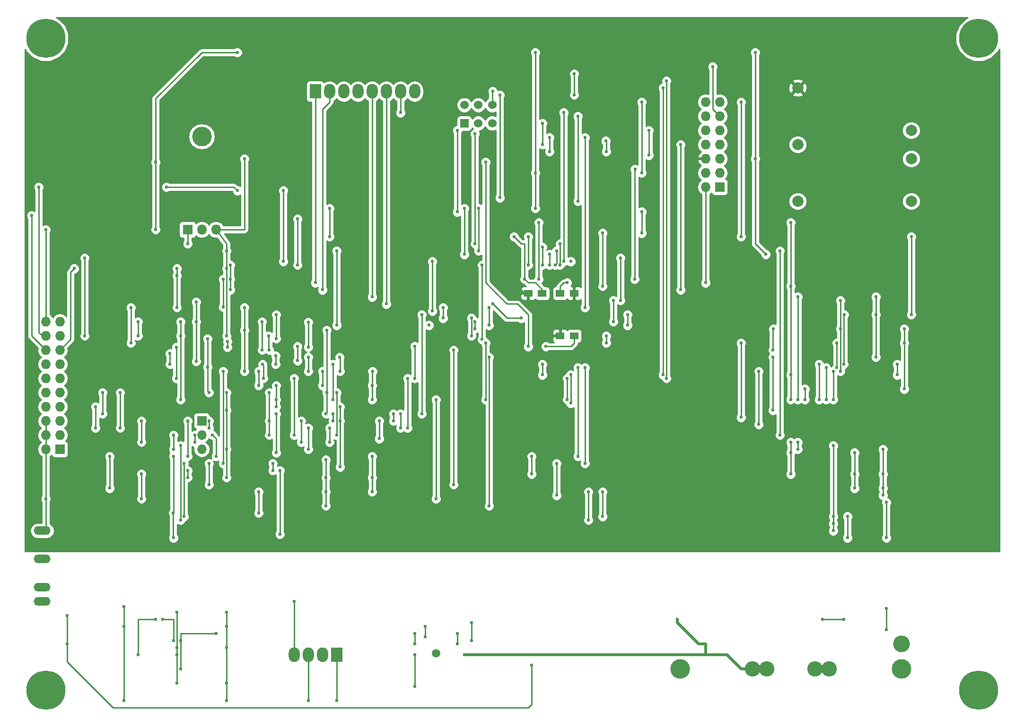
<source format=gbr>
G04 #@! TF.FileFunction,Copper,L2,Bot,Signal*
%FSLAX46Y46*%
G04 Gerber Fmt 4.6, Leading zero omitted, Abs format (unit mm)*
G04 Created by KiCad (PCBNEW 4.0.2-stable) date 3/27/2017 6:00:43 PM*
%MOMM*%
G01*
G04 APERTURE LIST*
%ADD10C,0.100000*%
%ADD11O,3.000000X1.500000*%
%ADD12C,1.500000*%
%ADD13C,2.000000*%
%ADD14R,1.524000X1.524000*%
%ADD15C,1.524000*%
%ADD16R,1.700000X1.700000*%
%ADD17O,1.700000X1.700000*%
%ADD18R,2.000000X2.600000*%
%ADD19O,2.000000X2.600000*%
%ADD20R,1.727200X1.727200*%
%ADD21O,1.727200X1.727200*%
%ADD22C,2.750000*%
%ADD23C,3.500000*%
%ADD24C,3.000000*%
%ADD25R,1.500000X1.250000*%
%ADD26C,7.000000*%
%ADD27R,1.800000X1.800000*%
%ADD28O,1.800000X1.800000*%
%ADD29C,0.600000*%
%ADD30C,0.250000*%
%ADD31C,0.500000*%
%ADD32C,0.254000*%
G04 APERTURE END LIST*
D10*
D11*
X34925000Y-135255000D03*
X34925000Y-132715000D03*
X34925000Y-127635000D03*
X34925000Y-122555000D03*
D12*
X105410000Y-144495000D03*
D13*
X170180000Y-53340000D03*
X170180000Y-63500000D03*
X170180000Y-43180000D03*
X190500000Y-63500000D03*
X190500000Y-55880000D03*
X190500000Y-50800000D03*
D14*
X110490000Y-49530000D03*
D15*
X112990000Y-49530000D03*
X115490000Y-49530000D03*
X110490000Y-46230000D03*
X112990000Y-46230000D03*
X115490000Y-46230000D03*
D16*
X63500000Y-102870000D03*
D17*
X63500000Y-105410000D03*
X63500000Y-107950000D03*
D18*
X83820000Y-43815000D03*
D19*
X86360000Y-43815000D03*
X88900000Y-43815000D03*
X91440000Y-43815000D03*
X93980000Y-43815000D03*
X96520000Y-43815000D03*
X99060000Y-43815000D03*
X101600000Y-43815000D03*
D20*
X38100000Y-107950000D03*
D21*
X35560000Y-107950000D03*
X38100000Y-105410000D03*
X35560000Y-105410000D03*
X38100000Y-102870000D03*
X35560000Y-102870000D03*
X38100000Y-100330000D03*
X35560000Y-100330000D03*
X38100000Y-97790000D03*
X35560000Y-97790000D03*
X38100000Y-95250000D03*
X35560000Y-95250000D03*
X38100000Y-92710000D03*
X35560000Y-92710000D03*
X38100000Y-90170000D03*
X35560000Y-90170000D03*
X38100000Y-87630000D03*
X35560000Y-87630000D03*
X38100000Y-85090000D03*
X35560000Y-85090000D03*
D20*
X156210000Y-60960000D03*
D21*
X153670000Y-60960000D03*
X156210000Y-58420000D03*
X153670000Y-58420000D03*
X156210000Y-55880000D03*
X153670000Y-55880000D03*
X156210000Y-53340000D03*
X153670000Y-53340000D03*
X156210000Y-50800000D03*
X153670000Y-50800000D03*
X156210000Y-48260000D03*
X153670000Y-48260000D03*
X156210000Y-45720000D03*
X153670000Y-45720000D03*
D18*
X87630000Y-144780000D03*
D19*
X85090000Y-144780000D03*
X82550000Y-144780000D03*
X80010000Y-144780000D03*
D22*
X175770000Y-147320000D03*
X173230000Y-147320000D03*
X162050000Y-147320000D03*
X164590000Y-147320000D03*
D23*
X188720000Y-147320000D03*
X149100000Y-147320000D03*
D24*
X188720000Y-142870000D03*
D25*
X130155000Y-80010000D03*
X127655000Y-80010000D03*
X121940000Y-80010000D03*
X124440000Y-80010000D03*
X127655000Y-87630000D03*
X130155000Y-87630000D03*
D26*
X202565000Y-151130000D03*
X35560000Y-151130000D03*
X35560000Y-34290000D03*
X202565000Y-34290000D03*
D23*
X63500000Y-51920000D03*
D27*
X60960000Y-68580000D03*
D28*
X63500000Y-68580000D03*
X66040000Y-68580000D03*
D29*
X125095000Y-89535000D03*
X128905000Y-78105000D03*
X129540000Y-74295000D03*
X67945000Y-107950000D03*
X67945000Y-100965000D03*
X67945000Y-97790000D03*
X86995000Y-92710000D03*
X86995000Y-99060000D03*
X104140000Y-85725000D03*
X95250000Y-106045000D03*
X95250000Y-102870000D03*
X74295000Y-85090000D03*
X74295000Y-90170000D03*
X121285000Y-77470000D03*
X119380000Y-69850000D03*
X124460000Y-92710000D03*
X124460000Y-94615000D03*
X67945000Y-113030000D03*
X77470000Y-111760000D03*
X77470000Y-123190000D03*
X165735000Y-100965000D03*
X165735000Y-91440000D03*
X160020000Y-102235000D03*
X160020000Y-88900000D03*
X190500000Y-83820000D03*
X190500000Y-69850000D03*
X160020000Y-69850000D03*
X160020000Y-45720000D03*
X123825000Y-77470000D03*
X123825000Y-67310000D03*
X168910000Y-67310000D03*
X168910000Y-94615000D03*
X187960000Y-94615000D03*
X187960000Y-92710000D03*
X168910000Y-78740000D03*
X168910000Y-99060000D03*
X184150000Y-91440000D03*
X170180000Y-80645000D03*
X170180000Y-99060000D03*
X184150000Y-83820000D03*
X184150000Y-80645000D03*
X164465000Y-73025000D03*
X69850000Y-36830000D03*
X55245000Y-68580000D03*
X55245000Y-56515000D03*
X123190000Y-64770000D03*
X60960000Y-71120000D03*
X35560000Y-68580000D03*
X123190000Y-58420000D03*
X162560000Y-55880000D03*
X123190000Y-36830000D03*
X162560000Y-36830000D03*
X60960000Y-68580000D03*
X40640000Y-75565000D03*
X42545000Y-87630000D03*
X42545000Y-73660000D03*
X71120000Y-55880000D03*
X67945000Y-72390000D03*
X87630000Y-72390000D03*
X87630000Y-85725000D03*
X67945000Y-87630000D03*
X67945000Y-75565000D03*
X64770000Y-97790000D03*
X48895000Y-97790000D03*
X48895000Y-104140000D03*
X44450000Y-100330000D03*
X44450000Y-104140000D03*
X66040000Y-68580000D03*
X64516000Y-88138000D03*
X64516000Y-93218000D03*
X39370000Y-142875000D03*
X122555000Y-146685000D03*
X39370000Y-137795000D03*
X111760000Y-139065000D03*
X111760000Y-142240000D03*
X93980000Y-115570000D03*
X93980000Y-109220000D03*
X93980000Y-113030000D03*
X82550000Y-107950000D03*
X82550000Y-104140000D03*
X64770000Y-104140000D03*
X64770000Y-102870000D03*
X85725000Y-113030000D03*
X85725000Y-115570000D03*
X85725000Y-118110000D03*
X85725000Y-109855000D03*
X124460000Y-74930000D03*
X124460000Y-71755000D03*
X167005000Y-72390000D03*
X167005000Y-105410000D03*
X180340000Y-114935000D03*
X168910000Y-112395000D03*
X180360000Y-112395000D03*
X168910000Y-106680000D03*
X168910000Y-108585000D03*
X180340000Y-108585000D03*
X180340000Y-112395000D03*
X170180000Y-107950000D03*
X185420000Y-107950000D03*
X170180000Y-106680000D03*
X185420000Y-116205000D03*
X185420000Y-114935000D03*
X185420000Y-112395000D03*
X176530000Y-121285000D03*
X176530000Y-107315000D03*
X176530000Y-120015000D03*
X176530000Y-122555000D03*
X58420000Y-123825000D03*
X73660000Y-115570000D03*
X73660000Y-119380000D03*
X58400000Y-119380000D03*
X58420000Y-109220000D03*
X121920000Y-74930000D03*
X121920000Y-69850000D03*
X80010000Y-135255000D03*
X87630000Y-153035000D03*
X67945000Y-143510000D03*
X67945000Y-137160000D03*
X67945000Y-139700000D03*
X67945000Y-153035000D03*
X67945000Y-149860000D03*
X49530000Y-153035000D03*
X82550000Y-153035000D03*
X49530000Y-139700000D03*
X49530000Y-136182500D03*
X186055000Y-140335000D03*
X186055000Y-136525000D03*
X174625000Y-138430000D03*
X178435000Y-138430000D03*
X59055000Y-143510000D03*
X59055000Y-149860000D03*
X59055000Y-137160000D03*
X59055000Y-144780000D03*
X66040000Y-140970000D03*
X59690000Y-147320000D03*
X59690000Y-142240000D03*
X114300000Y-56515000D03*
X86360000Y-64770000D03*
X86360000Y-69850000D03*
X121920000Y-89535000D03*
X116840000Y-62865000D03*
X116840000Y-44450000D03*
X127000000Y-72390000D03*
X113030000Y-72390000D03*
X113030000Y-64770000D03*
X126746000Y-74930000D03*
X109220000Y-50800000D03*
X109220000Y-65405000D03*
X125730000Y-74930000D03*
X125730000Y-73025000D03*
X110490000Y-73025000D03*
X110490000Y-64770000D03*
X59690000Y-107315000D03*
X59690000Y-120650000D03*
X132715000Y-120650000D03*
X132715000Y-115570000D03*
X60325000Y-110490000D03*
X60325000Y-120015000D03*
X135255000Y-120015000D03*
X135255000Y-115570000D03*
X124460000Y-53340000D03*
X124460000Y-49530000D03*
X154940000Y-39370000D03*
X149225000Y-79375000D03*
X149225000Y-53340000D03*
X130175000Y-40640000D03*
X130175000Y-44450000D03*
X142240000Y-45720000D03*
X142240000Y-58420000D03*
X143510000Y-55245000D03*
X143510000Y-50800000D03*
X35560000Y-116840000D03*
X35560000Y-102870000D03*
X35560000Y-105410000D03*
X52705000Y-112395000D03*
X52705000Y-116840000D03*
X76200000Y-110490000D03*
X76200000Y-111760000D03*
X60960000Y-111760000D03*
X60960000Y-113030000D03*
X165815000Y-86360000D03*
X165735000Y-90170000D03*
X178515000Y-83820000D03*
X178435000Y-92710000D03*
X173990000Y-99060000D03*
X173990000Y-92710000D03*
X138430000Y-73660000D03*
X138430000Y-81280000D03*
X177800000Y-81280000D03*
X176530000Y-99060000D03*
X176530000Y-93980000D03*
X177800000Y-93980000D03*
X177800000Y-86360000D03*
X146050000Y-94615000D03*
X146050000Y-43180000D03*
X129540000Y-99695000D03*
X129540000Y-94615000D03*
X140970000Y-77470000D03*
X141050000Y-57785000D03*
X142240000Y-65405000D03*
X142240000Y-69215000D03*
X135255000Y-69215000D03*
X135255000Y-78740000D03*
X139700000Y-83820000D03*
X139700000Y-85725000D03*
X59690000Y-85090000D03*
X59690000Y-99060000D03*
X59690000Y-87630000D03*
X76835000Y-99060000D03*
X76835000Y-96520000D03*
X76835000Y-100330000D03*
X45720000Y-101600000D03*
X45720000Y-97790000D03*
X74375000Y-92710000D03*
X74549000Y-95250000D03*
X76708000Y-92710000D03*
X76708000Y-91186000D03*
X82550000Y-93980000D03*
X73660000Y-93980000D03*
X73660000Y-96520000D03*
X82550000Y-91440000D03*
X93980000Y-99060000D03*
X94060000Y-93980000D03*
X93980000Y-96520000D03*
X88265000Y-93980000D03*
X88185000Y-91440000D03*
X85090000Y-96520000D03*
X85090000Y-93980000D03*
X146685000Y-41910000D03*
X146685000Y-95250000D03*
X128905000Y-99060000D03*
X128905000Y-95250000D03*
X114935000Y-118110000D03*
X114935000Y-91440000D03*
X88265000Y-100330000D03*
X88265000Y-102870000D03*
X88265000Y-111125000D03*
X114300000Y-99060000D03*
X114300000Y-88900000D03*
X105410000Y-99060000D03*
X105410000Y-116840000D03*
X33020000Y-66040000D03*
X186055000Y-117475000D03*
X186055000Y-123825000D03*
X46990000Y-114935000D03*
X46990000Y-109220000D03*
X58420000Y-105410000D03*
X58420000Y-107950000D03*
X55245000Y-138430000D03*
X52070000Y-144780000D03*
X148590000Y-138430000D03*
X110490000Y-144780000D03*
X75565000Y-105410000D03*
X75565000Y-102870000D03*
X75565000Y-97790000D03*
X66040000Y-109220000D03*
X65405000Y-105410000D03*
X76835000Y-101600000D03*
X76835000Y-108585000D03*
X135890000Y-87630000D03*
X135890000Y-88900000D03*
X60960000Y-102870000D03*
X60960000Y-109220000D03*
X64770000Y-114300000D03*
X64770000Y-110490000D03*
X108585000Y-114300000D03*
X108585000Y-90170000D03*
X80010000Y-95250000D03*
X80010000Y-105410000D03*
X87630000Y-105410000D03*
X87630000Y-97790000D03*
X99060000Y-101600000D03*
X99060000Y-104140000D03*
X86360000Y-104140000D03*
X86360000Y-106680000D03*
X81280000Y-106680000D03*
X81280000Y-102870000D03*
X97790000Y-102870000D03*
X97790000Y-101600000D03*
X86995000Y-101600000D03*
X86995000Y-102870000D03*
X83820000Y-78105000D03*
X85090000Y-79375000D03*
X93980000Y-80645000D03*
X96520000Y-81915000D03*
X120650000Y-84455000D03*
X115570000Y-81915000D03*
X130810000Y-93345000D03*
X130810000Y-109220000D03*
X122555000Y-112395000D03*
X122555000Y-109220000D03*
X127000000Y-116205000D03*
X132080000Y-93345000D03*
X132080000Y-110490000D03*
X127000000Y-110490000D03*
X132080000Y-82550000D03*
X132080000Y-52070000D03*
X130810000Y-63500000D03*
X130810000Y-48260000D03*
X101600000Y-142875000D03*
X101600000Y-140970000D03*
X109220000Y-140970000D03*
X109220000Y-142875000D03*
X115570000Y-43815000D03*
X99060000Y-47625000D03*
X68580000Y-74930000D03*
X68580000Y-77470000D03*
X68580000Y-79375000D03*
X163195000Y-103505000D03*
X163195000Y-93980000D03*
X34290000Y-60960000D03*
X135890000Y-54610000D03*
X125730000Y-54610000D03*
X125730000Y-52070000D03*
X135810000Y-52705000D03*
X175260000Y-93345000D03*
X177165000Y-93345000D03*
X177165000Y-88900000D03*
X175260000Y-99060000D03*
X137160000Y-85090000D03*
X137160000Y-81280000D03*
X59055000Y-75565000D03*
X59055000Y-76835000D03*
X50800000Y-88900000D03*
X59055000Y-82550000D03*
X50800000Y-82550000D03*
X57785000Y-90805000D03*
X57785000Y-92710000D03*
X62484000Y-81534000D03*
X62484000Y-85090000D03*
X62484000Y-92202000D03*
X67310000Y-93980000D03*
X71120000Y-93980000D03*
X67310000Y-110490000D03*
X85725000Y-101600000D03*
X67310000Y-82470000D03*
X67310000Y-77470000D03*
X85852000Y-97790000D03*
X71120000Y-82550000D03*
X71120000Y-86614000D03*
X85852000Y-86614000D03*
X76835000Y-88138000D03*
X102870000Y-101600000D03*
X102870000Y-83820000D03*
X76835000Y-83820000D03*
X101600000Y-89535000D03*
X101600000Y-95250000D03*
X82550000Y-89662000D03*
X82550000Y-85170000D03*
X75565000Y-90170000D03*
X80645000Y-89535000D03*
X80645000Y-92075000D03*
X75438000Y-87630000D03*
X68072000Y-88646000D03*
X68072000Y-89662000D03*
X69850000Y-61595000D03*
X57150000Y-60960000D03*
X101600000Y-150495000D03*
X101600000Y-144780000D03*
X103505000Y-139700000D03*
X103505000Y-141605000D03*
X52705000Y-102870000D03*
X52705000Y-106680000D03*
X62230000Y-106680000D03*
X62230000Y-105410000D03*
X63500000Y-105410000D03*
X112395000Y-51435000D03*
X112395000Y-71120000D03*
X127635000Y-71120000D03*
X127635000Y-74930000D03*
X128270000Y-47625000D03*
X128270000Y-74295000D03*
X100330000Y-104140000D03*
X100330000Y-95250000D03*
X113665000Y-88265000D03*
X113665000Y-74930000D03*
X80645000Y-74930000D03*
X80645000Y-66675000D03*
X104775000Y-74295000D03*
X78105000Y-74295000D03*
X78105000Y-61595000D03*
X104775000Y-83185000D03*
X130175000Y-77470000D03*
X123190000Y-89535000D03*
X120015000Y-77470000D03*
X66040000Y-101600000D03*
X98425000Y-100330000D03*
X107315000Y-105410000D03*
X78740000Y-113030000D03*
X52705000Y-96520000D03*
X85725000Y-107950000D03*
X106045000Y-86995000D03*
X165100000Y-48260000D03*
X199390000Y-83820000D03*
X182880000Y-86360000D03*
X172740000Y-101620000D03*
X126365000Y-104775000D03*
X128905000Y-104775000D03*
X111125000Y-55880000D03*
X180340000Y-122555000D03*
X180340000Y-125730000D03*
X160020000Y-104775000D03*
X121920000Y-115570000D03*
X88900000Y-96520000D03*
X93980000Y-100330000D03*
X59690000Y-121920000D03*
X58420000Y-125730000D03*
X58420000Y-100330000D03*
X58420000Y-104140000D03*
X73660000Y-100330000D03*
X81280000Y-99060000D03*
X81280000Y-82550000D03*
X95250000Y-69850000D03*
X139700000Y-91440000D03*
X52070000Y-87630000D03*
X52070000Y-85090000D03*
X58928000Y-95250000D03*
X58928000Y-89662000D03*
X189230000Y-88900000D03*
X189230000Y-86360000D03*
X171450000Y-99060000D03*
X171450000Y-97155000D03*
X189230000Y-97155000D03*
X179070000Y-120015000D03*
X179070000Y-123825000D03*
X58420000Y-142240000D03*
X56515000Y-138430000D03*
X112395000Y-85090000D03*
X112395000Y-86360000D03*
X111760000Y-87630000D03*
X111760000Y-84455000D03*
X114935000Y-85725000D03*
X114935000Y-82550000D03*
X106680000Y-82550000D03*
X106680000Y-84455000D03*
X153670000Y-78105000D03*
D30*
X125095000Y-89535000D02*
X129540000Y-89535000D01*
X130155000Y-88920000D02*
X130155000Y-87630000D01*
X129540000Y-89535000D02*
X130155000Y-88920000D01*
X127655000Y-80010000D02*
X127655000Y-78760000D01*
X128310000Y-78105000D02*
X128905000Y-78105000D01*
X127655000Y-78760000D02*
X128310000Y-78105000D01*
X121285000Y-77470000D02*
X121920000Y-78105000D01*
X124440000Y-79355000D02*
X124440000Y-80010000D01*
X123190000Y-78105000D02*
X124440000Y-79355000D01*
X121920000Y-78105000D02*
X123190000Y-78105000D01*
X67945000Y-100965000D02*
X67945000Y-97790000D01*
X67945000Y-107950000D02*
X67945000Y-100965000D01*
X86995000Y-99060000D02*
X86995000Y-92710000D01*
X95250000Y-102870000D02*
X95250000Y-106045000D01*
X74295000Y-90170000D02*
X74295000Y-85090000D01*
X121285000Y-71120000D02*
X120650000Y-71120000D01*
X121285000Y-71120000D02*
X121285000Y-77470000D01*
X120650000Y-71120000D02*
X119380000Y-69850000D01*
X124460000Y-94615000D02*
X124460000Y-92710000D01*
X67945000Y-107950000D02*
X67945000Y-113030000D01*
X77470000Y-111760000D02*
X77470000Y-123190000D01*
X165735000Y-91440000D02*
X165735000Y-100965000D01*
X160020000Y-88900000D02*
X160020000Y-102235000D01*
X190500000Y-69850000D02*
X190500000Y-83820000D01*
X160020000Y-45720000D02*
X160020000Y-69850000D01*
X168910000Y-78740000D02*
X168910000Y-67310000D01*
X123825000Y-67310000D02*
X123825000Y-77470000D01*
X187960000Y-92710000D02*
X187960000Y-94615000D01*
X168910000Y-78740000D02*
X168910000Y-94615000D01*
X168910000Y-94615000D02*
X168910000Y-99060000D01*
X184150000Y-83820000D02*
X184150000Y-91440000D01*
X170180000Y-80645000D02*
X170180000Y-99060000D01*
X184150000Y-80645000D02*
X184150000Y-83820000D01*
X162560000Y-71120000D02*
X162560000Y-55880000D01*
X164465000Y-73025000D02*
X162560000Y-71120000D01*
X55245000Y-56515000D02*
X55245000Y-45085000D01*
X63500000Y-36830000D02*
X69850000Y-36830000D01*
X55245000Y-45085000D02*
X63500000Y-36830000D01*
X55245000Y-56515000D02*
X55245000Y-68580000D01*
X123190000Y-58420000D02*
X123190000Y-64770000D01*
X60980000Y-71100000D02*
X60960000Y-68580000D01*
X60980000Y-71100000D02*
X60960000Y-71120000D01*
X35560000Y-68580000D02*
X35560000Y-85090000D01*
X123190000Y-58420000D02*
X123190000Y-36830000D01*
X162560000Y-36830000D02*
X162560000Y-55880000D01*
X40005000Y-88265000D02*
X38100000Y-90170000D01*
X40005000Y-76200000D02*
X40005000Y-88265000D01*
X40640000Y-75565000D02*
X40005000Y-76200000D01*
X42545000Y-73660000D02*
X42545000Y-87630000D01*
X70485000Y-68580000D02*
X71120000Y-68580000D01*
X66040000Y-68580000D02*
X70485000Y-68580000D01*
X71120000Y-68580000D02*
X71120000Y-55880000D01*
X87630000Y-85725000D02*
X87630000Y-72390000D01*
X67945000Y-75565000D02*
X67945000Y-87630000D01*
X67945000Y-75565000D02*
X67945000Y-72390000D01*
X67945000Y-72390000D02*
X67945000Y-71120000D01*
X64516000Y-97536000D02*
X64516000Y-93218000D01*
X64770000Y-97790000D02*
X64516000Y-97536000D01*
X48895000Y-104140000D02*
X48895000Y-97790000D01*
X66040000Y-68580000D02*
X67945000Y-71120000D01*
X44450000Y-104140000D02*
X44450000Y-100330000D01*
X64516000Y-88138000D02*
X64516000Y-93218000D01*
X122555000Y-153670000D02*
X122555000Y-146685000D01*
X122555000Y-153670000D02*
X121920000Y-154305000D01*
X121920000Y-154305000D02*
X47625000Y-154305000D01*
X47625000Y-154305000D02*
X39370000Y-146050000D01*
X39370000Y-146050000D02*
X39370000Y-142875000D01*
X39370000Y-142875000D02*
X39370000Y-137795000D01*
X111760000Y-139065000D02*
X111760000Y-142240000D01*
X93980000Y-115570000D02*
X93980000Y-113030000D01*
X93980000Y-113030000D02*
X93980000Y-109220000D01*
X82550000Y-104140000D02*
X82550000Y-107950000D01*
X64770000Y-102870000D02*
X64770000Y-104140000D01*
X85725000Y-109855000D02*
X85725000Y-113030000D01*
X85725000Y-113030000D02*
X85725000Y-115570000D01*
X85725000Y-115570000D02*
X85725000Y-118110000D01*
X124460000Y-71755000D02*
X124460000Y-74930000D01*
X167005000Y-105410000D02*
X167005000Y-72390000D01*
X180360000Y-112395000D02*
X180360000Y-114915000D01*
X180360000Y-114915000D02*
X180340000Y-114935000D01*
X180340000Y-114935000D02*
X180420000Y-114855000D01*
X168910000Y-108585000D02*
X168910000Y-112395000D01*
X168910000Y-108585000D02*
X168910000Y-106680000D01*
X180340000Y-112375000D02*
X180340000Y-108585000D01*
X180360000Y-112395000D02*
X180340000Y-112375000D01*
X170180000Y-107950000D02*
X170180000Y-106680000D01*
X185420000Y-107950000D02*
X185420000Y-112395000D01*
X185420000Y-116205000D02*
X185420000Y-114935000D01*
X185420000Y-112395000D02*
X185420000Y-114935000D01*
X176530000Y-107315000D02*
X176530000Y-120015000D01*
X176530000Y-121285000D02*
X176530000Y-122555000D01*
X176530000Y-120015000D02*
X176530000Y-121285000D01*
X58400000Y-123805000D02*
X58400000Y-119380000D01*
X58420000Y-123825000D02*
X58400000Y-123805000D01*
X73660000Y-119380000D02*
X73660000Y-115570000D01*
X58420000Y-119360000D02*
X58420000Y-109220000D01*
X58400000Y-119380000D02*
X58420000Y-119360000D01*
X121920000Y-70485000D02*
X121920000Y-69850000D01*
X121920000Y-70485000D02*
X121920000Y-74930000D01*
X80010000Y-144780000D02*
X80010000Y-135255000D01*
X87630000Y-144780000D02*
X87630000Y-153035000D01*
X67945000Y-139700000D02*
X67945000Y-137160000D01*
X67945000Y-139700000D02*
X67945000Y-143510000D01*
X67945000Y-143510000D02*
X67945000Y-149860000D01*
X67945000Y-149860000D02*
X67945000Y-153035000D01*
X82550000Y-144780000D02*
X82550000Y-153035000D01*
X49530000Y-153035000D02*
X49530000Y-139700000D01*
X49530000Y-139700000D02*
X49530000Y-136182500D01*
X186055000Y-136525000D02*
X186055000Y-140335000D01*
X174625000Y-138430000D02*
X178435000Y-138430000D01*
X59055000Y-149860000D02*
X59055000Y-144780000D01*
X59055000Y-143510000D02*
X59055000Y-137160000D01*
X59055000Y-143510000D02*
X59055000Y-144780000D01*
X59690000Y-142240000D02*
X59690000Y-140970000D01*
X59690000Y-140970000D02*
X66040000Y-140970000D01*
X59690000Y-142240000D02*
X59690000Y-147320000D01*
X86360000Y-69850000D02*
X86360000Y-64770000D01*
X116205000Y-80010000D02*
X118110000Y-81915000D01*
X114300000Y-78105000D02*
X114300000Y-56515000D01*
X116205000Y-80010000D02*
X114300000Y-78105000D01*
X121920000Y-83820000D02*
X121920000Y-89535000D01*
X120015000Y-81915000D02*
X121920000Y-83820000D01*
X118110000Y-81915000D02*
X120015000Y-81915000D01*
X116840000Y-44450000D02*
X116840000Y-62865000D01*
X127000000Y-72390000D02*
X127000000Y-74676000D01*
X113030000Y-72390000D02*
X113030000Y-64770000D01*
X127000000Y-74676000D02*
X126746000Y-74930000D01*
X109220000Y-50800000D02*
X109220000Y-65405000D01*
X125730000Y-73025000D02*
X125730000Y-74930000D01*
X110490000Y-73025000D02*
X110490000Y-64770000D01*
X59690000Y-120650000D02*
X59690000Y-107315000D01*
X132715000Y-115570000D02*
X132715000Y-120650000D01*
X60325000Y-120015000D02*
X60325000Y-110490000D01*
X135255000Y-115570000D02*
X135255000Y-120015000D01*
X124460000Y-49530000D02*
X124460000Y-53340000D01*
X156210000Y-48260000D02*
X154940000Y-46990000D01*
X154940000Y-46990000D02*
X154940000Y-39370000D01*
X149225000Y-53340000D02*
X149225000Y-79375000D01*
X130175000Y-44450000D02*
X130175000Y-40640000D01*
X142240000Y-58420000D02*
X142240000Y-45720000D01*
X143510000Y-50800000D02*
X143510000Y-55245000D01*
X35560000Y-107950000D02*
X35560000Y-116840000D01*
X35560000Y-116840000D02*
X35560000Y-121920000D01*
X35560000Y-121920000D02*
X34925000Y-122555000D01*
X35560000Y-105410000D02*
X35560000Y-102870000D01*
X35560000Y-107950000D02*
X35560000Y-105410000D01*
X52705000Y-116840000D02*
X52705000Y-112395000D01*
X76200000Y-111760000D02*
X76200000Y-110490000D01*
X60960000Y-113030000D02*
X60960000Y-111760000D01*
X165735000Y-86440000D02*
X165735000Y-90170000D01*
X165735000Y-86440000D02*
X165815000Y-86360000D01*
X178435000Y-83900000D02*
X178515000Y-83820000D01*
X178435000Y-83900000D02*
X178435000Y-91440000D01*
X178435000Y-92710000D02*
X178435000Y-91440000D01*
X173990000Y-92710000D02*
X173990000Y-99060000D01*
X177800000Y-86360000D02*
X177800000Y-81280000D01*
X138430000Y-81280000D02*
X138430000Y-73660000D01*
X176530000Y-93980000D02*
X176530000Y-99060000D01*
X177800000Y-93980000D02*
X177800000Y-86360000D01*
X146050000Y-45085000D02*
X146050000Y-43180000D01*
X146050000Y-94615000D02*
X146050000Y-45085000D01*
X129540000Y-94615000D02*
X129540000Y-99695000D01*
X140970000Y-57865000D02*
X141050000Y-57785000D01*
X140970000Y-57865000D02*
X140970000Y-77470000D01*
X142240000Y-69215000D02*
X142240000Y-65405000D01*
X135255000Y-69215000D02*
X135255000Y-78740000D01*
X139700000Y-85725000D02*
X139700000Y-83820000D01*
X59690000Y-87630000D02*
X59690000Y-85090000D01*
X59690000Y-99060000D02*
X59690000Y-87630000D01*
X76835000Y-100330000D02*
X76835000Y-99060000D01*
X76835000Y-99060000D02*
X76835000Y-96520000D01*
X45720000Y-97790000D02*
X45720000Y-101600000D01*
X74549000Y-92884000D02*
X74549000Y-95250000D01*
X74549000Y-92884000D02*
X74375000Y-92710000D01*
X76708000Y-92710000D02*
X76708000Y-91186000D01*
X73660000Y-93980000D02*
X73660000Y-96520000D01*
X82550000Y-91440000D02*
X82550000Y-93980000D01*
X93980000Y-96520000D02*
X93980000Y-99060000D01*
X93980000Y-94060000D02*
X94060000Y-93980000D01*
X93980000Y-94060000D02*
X93980000Y-96520000D01*
X88265000Y-91520000D02*
X88185000Y-91440000D01*
X88265000Y-91520000D02*
X88265000Y-93980000D01*
X85090000Y-93980000D02*
X85090000Y-96520000D01*
X146685000Y-43815000D02*
X146685000Y-41910000D01*
X146685000Y-43815000D02*
X146685000Y-43815000D01*
X146685000Y-95250000D02*
X146685000Y-43815000D01*
X128905000Y-99060000D02*
X128905000Y-95250000D01*
X114935000Y-91440000D02*
X114935000Y-118110000D01*
X88265000Y-100330000D02*
X88265000Y-102870000D01*
X88265000Y-111125000D02*
X88265000Y-102870000D01*
X114300000Y-88900000D02*
X114300000Y-99060000D01*
X105410000Y-116840000D02*
X105410000Y-99060000D01*
X33020000Y-86995000D02*
X33020000Y-87630000D01*
X33020000Y-66040000D02*
X33020000Y-86995000D01*
X33020000Y-87630000D02*
X35560000Y-90170000D01*
X186055000Y-117475000D02*
X186055000Y-123825000D01*
X46990000Y-109220000D02*
X46990000Y-114935000D01*
X58420000Y-105410000D02*
X58420000Y-107950000D01*
X52070000Y-138430000D02*
X55245000Y-138430000D01*
X52070000Y-144780000D02*
X52070000Y-138430000D01*
D31*
X153670000Y-142875000D02*
X152400000Y-142875000D01*
X153670000Y-144780000D02*
X153670000Y-142875000D01*
X148590000Y-139065000D02*
X148590000Y-138430000D01*
X152400000Y-142875000D02*
X148590000Y-139065000D01*
X162050000Y-147320000D02*
X160020000Y-147320000D01*
X157480000Y-144780000D02*
X153670000Y-144780000D01*
X153670000Y-144780000D02*
X151130000Y-144780000D01*
X151130000Y-144780000D02*
X110490000Y-144780000D01*
X160020000Y-147320000D02*
X157480000Y-144780000D01*
D30*
X75565000Y-105410000D02*
X75565000Y-102870000D01*
X75565000Y-102870000D02*
X75565000Y-97790000D01*
X66040000Y-106045000D02*
X66040000Y-109220000D01*
X65405000Y-105410000D02*
X66040000Y-106045000D01*
X76835000Y-108585000D02*
X76835000Y-101600000D01*
X135890000Y-88900000D02*
X135890000Y-87630000D01*
X60960000Y-102870000D02*
X60960000Y-109220000D01*
X64770000Y-110490000D02*
X64770000Y-114300000D01*
X108585000Y-114300000D02*
X108585000Y-90170000D01*
X80010000Y-105410000D02*
X80010000Y-95250000D01*
X87630000Y-97790000D02*
X87630000Y-105410000D01*
X99060000Y-104140000D02*
X99060000Y-101600000D01*
X86360000Y-106680000D02*
X86360000Y-104140000D01*
X81280000Y-102870000D02*
X81280000Y-106680000D01*
X97790000Y-101600000D02*
X97790000Y-102870000D01*
X86995000Y-102870000D02*
X86995000Y-101600000D01*
X83820000Y-43815000D02*
X83820000Y-78105000D01*
X86360000Y-43815000D02*
X86360000Y-45720000D01*
X85090000Y-46990000D02*
X85090000Y-79375000D01*
X86360000Y-45720000D02*
X85090000Y-46990000D01*
X93980000Y-43815000D02*
X93980000Y-80645000D01*
X96520000Y-43815000D02*
X96520000Y-81915000D01*
X118110000Y-84455000D02*
X120650000Y-84455000D01*
X115570000Y-81915000D02*
X118110000Y-84455000D01*
X130810000Y-93345000D02*
X130810000Y-109220000D01*
X122555000Y-109220000D02*
X122555000Y-112395000D01*
X127000000Y-116205000D02*
X127000000Y-110490000D01*
X132080000Y-93345000D02*
X132080000Y-110490000D01*
X132080000Y-52070000D02*
X132080000Y-82550000D01*
X130810000Y-48260000D02*
X130810000Y-63500000D01*
X101600000Y-140970000D02*
X101600000Y-142875000D01*
X109220000Y-142875000D02*
X109220000Y-140970000D01*
X115490000Y-43895000D02*
X115570000Y-43815000D01*
X115490000Y-43895000D02*
X115490000Y-46230000D01*
X99060000Y-43815000D02*
X99060000Y-47625000D01*
X68580000Y-74930000D02*
X68580000Y-77470000D01*
X68580000Y-79375000D02*
X68580000Y-77470000D01*
X163195000Y-103505000D02*
X163195000Y-93980000D01*
X34290000Y-86995000D02*
X34925000Y-87630000D01*
X34290000Y-60960000D02*
X34290000Y-86995000D01*
X34925000Y-87630000D02*
X35560000Y-87630000D01*
X135890000Y-52785000D02*
X135810000Y-52705000D01*
X135890000Y-52785000D02*
X135890000Y-54610000D01*
X125730000Y-54610000D02*
X125730000Y-52070000D01*
X175260000Y-93345000D02*
X175260000Y-99060000D01*
X177165000Y-93345000D02*
X177165000Y-88900000D01*
X137160000Y-85090000D02*
X137160000Y-81280000D01*
X59055000Y-76835000D02*
X59055000Y-75565000D01*
X59055000Y-82550000D02*
X59055000Y-76835000D01*
X50800000Y-88900000D02*
X50800000Y-82550000D01*
X57785000Y-92710000D02*
X57785000Y-90805000D01*
X62484000Y-81534000D02*
X62484000Y-85090000D01*
X62484000Y-92202000D02*
X62484000Y-85090000D01*
X71120000Y-93980000D02*
X71120000Y-86614000D01*
X67310000Y-110490000D02*
X67310000Y-93980000D01*
X85852000Y-97790000D02*
X85852000Y-101473000D01*
X85852000Y-101473000D02*
X85725000Y-101600000D01*
X67310000Y-82470000D02*
X67310000Y-77470000D01*
X85852000Y-91694000D02*
X85852000Y-97790000D01*
X71120000Y-86614000D02*
X71120000Y-82550000D01*
X85852000Y-91694000D02*
X85852000Y-86614000D01*
X76835000Y-88138000D02*
X76835000Y-85170000D01*
X102870000Y-101600000D02*
X102870000Y-83820000D01*
X76835000Y-83820000D02*
X76835000Y-85090000D01*
X76835000Y-85090000D02*
X76835000Y-85170000D01*
X76835000Y-85090000D02*
X76835000Y-85170000D01*
X101600000Y-89535000D02*
X101600000Y-95250000D01*
X82550000Y-89662000D02*
X82550000Y-85170000D01*
X75438000Y-89535000D02*
X75438000Y-90043000D01*
X75438000Y-90043000D02*
X75565000Y-90170000D01*
X80645000Y-89535000D02*
X80645000Y-92075000D01*
X75438000Y-89662000D02*
X75438000Y-89535000D01*
X75438000Y-89535000D02*
X75438000Y-87630000D01*
X68072000Y-88646000D02*
X68072000Y-89662000D01*
X69215000Y-60960000D02*
X69850000Y-61595000D01*
X57150000Y-60960000D02*
X69215000Y-60960000D01*
X101600000Y-150495000D02*
X101600000Y-144780000D01*
X103505000Y-139700000D02*
X103505000Y-141605000D01*
X52705000Y-102870000D02*
X52705000Y-106680000D01*
X62230000Y-106680000D02*
X62230000Y-105410000D01*
X112395000Y-71120000D02*
X112395000Y-51435000D01*
X127635000Y-74930000D02*
X127635000Y-71120000D01*
X128270000Y-74295000D02*
X128270000Y-47625000D01*
X100330000Y-95250000D02*
X100330000Y-104140000D01*
X113665000Y-74930000D02*
X113665000Y-88265000D01*
X80645000Y-66675000D02*
X80645000Y-74930000D01*
X104775000Y-74295000D02*
X104775000Y-83185000D01*
X78105000Y-74295000D02*
X78105000Y-61595000D01*
X130155000Y-80010000D02*
X130155000Y-77490000D01*
X130155000Y-77490000D02*
X130175000Y-77470000D01*
X121940000Y-80010000D02*
X121285000Y-80010000D01*
X121285000Y-80010000D02*
X120015000Y-78740000D01*
X120015000Y-78740000D02*
X120015000Y-77470000D01*
X123190000Y-89535000D02*
X123190000Y-87630000D01*
X123190000Y-87630000D02*
X127655000Y-87630000D01*
X172740000Y-101620000D02*
X172720000Y-101600000D01*
X52070000Y-87630000D02*
X52070000Y-85090000D01*
X58928000Y-95250000D02*
X58928000Y-89662000D01*
X189230000Y-88900000D02*
X189230000Y-86360000D01*
X171450000Y-97155000D02*
X171450000Y-99060000D01*
X189230000Y-88980000D02*
X189230000Y-97155000D01*
X189310000Y-88900000D02*
X189230000Y-88980000D01*
X179070000Y-120015000D02*
X179070000Y-123825000D01*
X58420000Y-138430000D02*
X56515000Y-138430000D01*
X58420000Y-138430000D02*
X58420000Y-142240000D01*
X112395000Y-86360000D02*
X112395000Y-85090000D01*
X111760000Y-84455000D02*
X111760000Y-87630000D01*
X114935000Y-82550000D02*
X114935000Y-85725000D01*
X106680000Y-84455000D02*
X106680000Y-82550000D01*
X153670000Y-78105000D02*
X153670000Y-60960000D01*
D32*
G36*
X200225771Y-30782474D02*
X199061562Y-31944653D01*
X198430720Y-33463889D01*
X198429284Y-35108894D01*
X199057474Y-36629229D01*
X200219653Y-37793438D01*
X201738889Y-38424280D01*
X203383894Y-38425716D01*
X204904229Y-37797526D01*
X206068438Y-36635347D01*
X206248000Y-36202914D01*
X206248000Y-126238000D01*
X31877000Y-126238000D01*
X31877000Y-66225167D01*
X32084838Y-66225167D01*
X32226883Y-66568943D01*
X32260000Y-66602118D01*
X32260000Y-87630000D01*
X32317852Y-87920839D01*
X32482599Y-88167401D01*
X34126842Y-89811644D01*
X34061400Y-90140641D01*
X34061400Y-90199359D01*
X34175474Y-90772848D01*
X34500330Y-91259029D01*
X34771172Y-91440000D01*
X34500330Y-91620971D01*
X34175474Y-92107152D01*
X34061400Y-92680641D01*
X34061400Y-92739359D01*
X34175474Y-93312848D01*
X34500330Y-93799029D01*
X34771172Y-93980000D01*
X34500330Y-94160971D01*
X34175474Y-94647152D01*
X34061400Y-95220641D01*
X34061400Y-95279359D01*
X34175474Y-95852848D01*
X34500330Y-96339029D01*
X34771172Y-96520000D01*
X34500330Y-96700971D01*
X34175474Y-97187152D01*
X34061400Y-97760641D01*
X34061400Y-97819359D01*
X34175474Y-98392848D01*
X34500330Y-98879029D01*
X34771172Y-99060000D01*
X34500330Y-99240971D01*
X34175474Y-99727152D01*
X34061400Y-100300641D01*
X34061400Y-100359359D01*
X34175474Y-100932848D01*
X34500330Y-101419029D01*
X34771172Y-101600000D01*
X34500330Y-101780971D01*
X34175474Y-102267152D01*
X34061400Y-102840641D01*
X34061400Y-102899359D01*
X34175474Y-103472848D01*
X34500330Y-103959029D01*
X34771172Y-104140000D01*
X34500330Y-104320971D01*
X34175474Y-104807152D01*
X34061400Y-105380641D01*
X34061400Y-105439359D01*
X34175474Y-106012848D01*
X34500330Y-106499029D01*
X34771172Y-106680000D01*
X34500330Y-106860971D01*
X34175474Y-107347152D01*
X34061400Y-107920641D01*
X34061400Y-107979359D01*
X34175474Y-108552848D01*
X34500330Y-109039029D01*
X34800000Y-109239262D01*
X34800000Y-116277537D01*
X34767808Y-116309673D01*
X34625162Y-116653201D01*
X34624838Y-117025167D01*
X34766883Y-117368943D01*
X34800000Y-117402118D01*
X34800000Y-121170000D01*
X34133173Y-121170000D01*
X33603156Y-121275427D01*
X33153830Y-121575657D01*
X32853600Y-122024983D01*
X32748173Y-122555000D01*
X32853600Y-123085017D01*
X33153830Y-123534343D01*
X33603156Y-123834573D01*
X34133173Y-123940000D01*
X35716827Y-123940000D01*
X36246844Y-123834573D01*
X36696170Y-123534343D01*
X36996400Y-123085017D01*
X37101827Y-122555000D01*
X36996400Y-122024983D01*
X36696170Y-121575657D01*
X36320000Y-121324308D01*
X36320000Y-119565167D01*
X57464838Y-119565167D01*
X57606883Y-119908943D01*
X57640000Y-119942118D01*
X57640000Y-123282502D01*
X57627808Y-123294673D01*
X57485162Y-123638201D01*
X57484838Y-124010167D01*
X57626883Y-124353943D01*
X57889673Y-124617192D01*
X58233201Y-124759838D01*
X58605167Y-124760162D01*
X58948943Y-124618117D01*
X59212192Y-124355327D01*
X59354838Y-124011799D01*
X59355162Y-123639833D01*
X59213117Y-123296057D01*
X59160000Y-123242847D01*
X59160000Y-121442328D01*
X59503201Y-121584838D01*
X59875167Y-121585162D01*
X60218943Y-121443117D01*
X60482192Y-121180327D01*
X60591765Y-120916446D01*
X60853943Y-120808117D01*
X61117192Y-120545327D01*
X61259838Y-120201799D01*
X61260162Y-119829833D01*
X61118117Y-119486057D01*
X61085000Y-119452882D01*
X61085000Y-115755167D01*
X72724838Y-115755167D01*
X72866883Y-116098943D01*
X72900000Y-116132118D01*
X72900000Y-118817537D01*
X72867808Y-118849673D01*
X72725162Y-119193201D01*
X72724838Y-119565167D01*
X72866883Y-119908943D01*
X73129673Y-120172192D01*
X73473201Y-120314838D01*
X73845167Y-120315162D01*
X74188943Y-120173117D01*
X74452192Y-119910327D01*
X74594838Y-119566799D01*
X74595162Y-119194833D01*
X74453117Y-118851057D01*
X74420000Y-118817882D01*
X74420000Y-116132463D01*
X74452192Y-116100327D01*
X74594838Y-115756799D01*
X74595162Y-115384833D01*
X74453117Y-115041057D01*
X74190327Y-114777808D01*
X73846799Y-114635162D01*
X73474833Y-114634838D01*
X73131057Y-114776883D01*
X72867808Y-115039673D01*
X72725162Y-115383201D01*
X72724838Y-115755167D01*
X61085000Y-115755167D01*
X61085000Y-113965110D01*
X61145167Y-113965162D01*
X61488943Y-113823117D01*
X61752192Y-113560327D01*
X61894838Y-113216799D01*
X61895162Y-112844833D01*
X61753117Y-112501057D01*
X61720000Y-112467882D01*
X61720000Y-112322463D01*
X61752192Y-112290327D01*
X61894838Y-111946799D01*
X61895162Y-111574833D01*
X61753117Y-111231057D01*
X61490327Y-110967808D01*
X61190668Y-110843378D01*
X61259838Y-110676799D01*
X61260162Y-110304833D01*
X61190568Y-110136403D01*
X61488943Y-110013117D01*
X61752192Y-109750327D01*
X61894838Y-109406799D01*
X61895162Y-109034833D01*
X61753117Y-108691057D01*
X61720000Y-108657882D01*
X61720000Y-107480633D01*
X62043201Y-107614838D01*
X62052573Y-107614846D01*
X61985907Y-107950000D01*
X62098946Y-108518285D01*
X62420853Y-109000054D01*
X62902622Y-109321961D01*
X63470907Y-109435000D01*
X63529093Y-109435000D01*
X64097378Y-109321961D01*
X64579147Y-109000054D01*
X64901054Y-108518285D01*
X65014093Y-107950000D01*
X64901054Y-107381715D01*
X64579147Y-106899946D01*
X64249974Y-106680000D01*
X64579147Y-106460054D01*
X64800854Y-106128245D01*
X64874673Y-106202192D01*
X65218201Y-106344838D01*
X65265077Y-106344879D01*
X65280000Y-106359802D01*
X65280000Y-108657537D01*
X65247808Y-108689673D01*
X65105162Y-109033201D01*
X65104838Y-109405167D01*
X65210310Y-109660430D01*
X64956799Y-109555162D01*
X64584833Y-109554838D01*
X64241057Y-109696883D01*
X63977808Y-109959673D01*
X63835162Y-110303201D01*
X63834838Y-110675167D01*
X63976883Y-111018943D01*
X64010000Y-111052118D01*
X64010000Y-113737537D01*
X63977808Y-113769673D01*
X63835162Y-114113201D01*
X63834838Y-114485167D01*
X63976883Y-114828943D01*
X64239673Y-115092192D01*
X64583201Y-115234838D01*
X64955167Y-115235162D01*
X65298943Y-115093117D01*
X65562192Y-114830327D01*
X65704838Y-114486799D01*
X65705162Y-114114833D01*
X65563117Y-113771057D01*
X65530000Y-113737882D01*
X65530000Y-111052463D01*
X65562192Y-111020327D01*
X65704838Y-110676799D01*
X65705162Y-110304833D01*
X65599690Y-110049570D01*
X65853201Y-110154838D01*
X66225167Y-110155162D01*
X66480430Y-110049690D01*
X66375162Y-110303201D01*
X66374838Y-110675167D01*
X66516883Y-111018943D01*
X66779673Y-111282192D01*
X67123201Y-111424838D01*
X67185000Y-111424892D01*
X67185000Y-112467537D01*
X67152808Y-112499673D01*
X67010162Y-112843201D01*
X67009838Y-113215167D01*
X67151883Y-113558943D01*
X67414673Y-113822192D01*
X67758201Y-113964838D01*
X68130167Y-113965162D01*
X68473943Y-113823117D01*
X68737192Y-113560327D01*
X68879838Y-113216799D01*
X68880162Y-112844833D01*
X68738117Y-112501057D01*
X68705000Y-112467882D01*
X68705000Y-110675167D01*
X75264838Y-110675167D01*
X75406883Y-111018943D01*
X75440000Y-111052118D01*
X75440000Y-111197537D01*
X75407808Y-111229673D01*
X75265162Y-111573201D01*
X75264838Y-111945167D01*
X75406883Y-112288943D01*
X75669673Y-112552192D01*
X76013201Y-112694838D01*
X76385167Y-112695162D01*
X76710000Y-112560944D01*
X76710000Y-122627537D01*
X76677808Y-122659673D01*
X76535162Y-123003201D01*
X76534838Y-123375167D01*
X76676883Y-123718943D01*
X76939673Y-123982192D01*
X77283201Y-124124838D01*
X77655167Y-124125162D01*
X77998943Y-123983117D01*
X78262192Y-123720327D01*
X78404838Y-123376799D01*
X78405162Y-123004833D01*
X78263117Y-122661057D01*
X78230000Y-122627882D01*
X78230000Y-112322463D01*
X78262192Y-112290327D01*
X78404838Y-111946799D01*
X78405162Y-111574833D01*
X78263117Y-111231057D01*
X78000327Y-110967808D01*
X77656799Y-110825162D01*
X77284833Y-110824838D01*
X77029570Y-110930310D01*
X77134838Y-110676799D01*
X77135162Y-110304833D01*
X77025805Y-110040167D01*
X84789838Y-110040167D01*
X84931883Y-110383943D01*
X84965000Y-110417118D01*
X84965000Y-112467537D01*
X84932808Y-112499673D01*
X84790162Y-112843201D01*
X84789838Y-113215167D01*
X84931883Y-113558943D01*
X84965000Y-113592118D01*
X84965000Y-115007537D01*
X84932808Y-115039673D01*
X84790162Y-115383201D01*
X84789838Y-115755167D01*
X84931883Y-116098943D01*
X84965000Y-116132118D01*
X84965000Y-117547537D01*
X84932808Y-117579673D01*
X84790162Y-117923201D01*
X84789838Y-118295167D01*
X84931883Y-118638943D01*
X85194673Y-118902192D01*
X85538201Y-119044838D01*
X85910167Y-119045162D01*
X86253943Y-118903117D01*
X86517192Y-118640327D01*
X86659838Y-118296799D01*
X86660162Y-117924833D01*
X86518117Y-117581057D01*
X86485000Y-117547882D01*
X86485000Y-116132463D01*
X86517192Y-116100327D01*
X86659838Y-115756799D01*
X86660162Y-115384833D01*
X86518117Y-115041057D01*
X86485000Y-115007882D01*
X86485000Y-113592463D01*
X86517192Y-113560327D01*
X86659838Y-113216799D01*
X86660162Y-112844833D01*
X86518117Y-112501057D01*
X86485000Y-112467882D01*
X86485000Y-110417463D01*
X86517192Y-110385327D01*
X86659838Y-110041799D01*
X86660162Y-109669833D01*
X86518117Y-109326057D01*
X86255327Y-109062808D01*
X85911799Y-108920162D01*
X85539833Y-108919838D01*
X85196057Y-109061883D01*
X84932808Y-109324673D01*
X84790162Y-109668201D01*
X84789838Y-110040167D01*
X77025805Y-110040167D01*
X76993117Y-109961057D01*
X76730327Y-109697808D01*
X76386799Y-109555162D01*
X76014833Y-109554838D01*
X75671057Y-109696883D01*
X75407808Y-109959673D01*
X75265162Y-110303201D01*
X75264838Y-110675167D01*
X68705000Y-110675167D01*
X68705000Y-108512463D01*
X68737192Y-108480327D01*
X68879838Y-108136799D01*
X68880162Y-107764833D01*
X68738117Y-107421057D01*
X68705000Y-107387882D01*
X68705000Y-101527463D01*
X68737192Y-101495327D01*
X68879838Y-101151799D01*
X68880162Y-100779833D01*
X68738117Y-100436057D01*
X68705000Y-100402882D01*
X68705000Y-98352463D01*
X68737192Y-98320327D01*
X68879838Y-97976799D01*
X68879839Y-97975167D01*
X74629838Y-97975167D01*
X74771883Y-98318943D01*
X74805000Y-98352118D01*
X74805000Y-102307537D01*
X74772808Y-102339673D01*
X74630162Y-102683201D01*
X74629838Y-103055167D01*
X74771883Y-103398943D01*
X74805000Y-103432118D01*
X74805000Y-104847537D01*
X74772808Y-104879673D01*
X74630162Y-105223201D01*
X74629838Y-105595167D01*
X74771883Y-105938943D01*
X75034673Y-106202192D01*
X75378201Y-106344838D01*
X75750167Y-106345162D01*
X76075000Y-106210944D01*
X76075000Y-108022537D01*
X76042808Y-108054673D01*
X75900162Y-108398201D01*
X75899838Y-108770167D01*
X76041883Y-109113943D01*
X76304673Y-109377192D01*
X76648201Y-109519838D01*
X77020167Y-109520162D01*
X77363943Y-109378117D01*
X77627192Y-109115327D01*
X77769838Y-108771799D01*
X77770162Y-108399833D01*
X77628117Y-108056057D01*
X77595000Y-108022882D01*
X77595000Y-102162463D01*
X77627192Y-102130327D01*
X77769838Y-101786799D01*
X77770162Y-101414833D01*
X77628117Y-101071057D01*
X77522290Y-100965046D01*
X77627192Y-100860327D01*
X77769838Y-100516799D01*
X77770162Y-100144833D01*
X77628117Y-99801057D01*
X77595000Y-99767882D01*
X77595000Y-99622463D01*
X77627192Y-99590327D01*
X77769838Y-99246799D01*
X77770162Y-98874833D01*
X77628117Y-98531057D01*
X77595000Y-98497882D01*
X77595000Y-97082463D01*
X77627192Y-97050327D01*
X77769838Y-96706799D01*
X77770162Y-96334833D01*
X77628117Y-95991057D01*
X77365327Y-95727808D01*
X77021799Y-95585162D01*
X76649833Y-95584838D01*
X76306057Y-95726883D01*
X76042808Y-95989673D01*
X75900162Y-96333201D01*
X75899838Y-96705167D01*
X76005310Y-96960430D01*
X75751799Y-96855162D01*
X75379833Y-96854838D01*
X75036057Y-96996883D01*
X74772808Y-97259673D01*
X74630162Y-97603201D01*
X74629838Y-97975167D01*
X68879839Y-97975167D01*
X68880162Y-97604833D01*
X68738117Y-97261057D01*
X68475327Y-96997808D01*
X68131799Y-96855162D01*
X68070000Y-96855108D01*
X68070000Y-94542463D01*
X68102192Y-94510327D01*
X68244838Y-94166799D01*
X68245162Y-93794833D01*
X68103117Y-93451057D01*
X67840327Y-93187808D01*
X67496799Y-93045162D01*
X67124833Y-93044838D01*
X66781057Y-93186883D01*
X66517808Y-93449673D01*
X66375162Y-93793201D01*
X66374838Y-94165167D01*
X66516883Y-94508943D01*
X66550000Y-94542118D01*
X66550000Y-105480198D01*
X66340122Y-105270320D01*
X66340162Y-105224833D01*
X66198117Y-104881057D01*
X65935327Y-104617808D01*
X65635668Y-104493378D01*
X65704838Y-104326799D01*
X65705162Y-103954833D01*
X65563117Y-103611057D01*
X65530000Y-103577882D01*
X65530000Y-103432463D01*
X65562192Y-103400327D01*
X65704838Y-103056799D01*
X65705162Y-102684833D01*
X65563117Y-102341057D01*
X65300327Y-102077808D01*
X64983568Y-101946278D01*
X64953162Y-101784683D01*
X64814090Y-101568559D01*
X64601890Y-101423569D01*
X64350000Y-101372560D01*
X62650000Y-101372560D01*
X62414683Y-101416838D01*
X62198559Y-101555910D01*
X62053569Y-101768110D01*
X62002560Y-102020000D01*
X62002560Y-103720000D01*
X62046838Y-103955317D01*
X62185910Y-104171441D01*
X62398110Y-104316431D01*
X62465541Y-104330086D01*
X62420853Y-104359946D01*
X62343911Y-104475099D01*
X62044833Y-104474838D01*
X61720000Y-104609056D01*
X61720000Y-103432463D01*
X61752192Y-103400327D01*
X61894838Y-103056799D01*
X61895162Y-102684833D01*
X61753117Y-102341057D01*
X61490327Y-102077808D01*
X61146799Y-101935162D01*
X60774833Y-101934838D01*
X60431057Y-102076883D01*
X60167808Y-102339673D01*
X60025162Y-102683201D01*
X60024838Y-103055167D01*
X60166883Y-103398943D01*
X60200000Y-103432118D01*
X60200000Y-106514367D01*
X59876799Y-106380162D01*
X59504833Y-106379838D01*
X59180000Y-106514056D01*
X59180000Y-105972463D01*
X59212192Y-105940327D01*
X59354838Y-105596799D01*
X59355162Y-105224833D01*
X59213117Y-104881057D01*
X58950327Y-104617808D01*
X58606799Y-104475162D01*
X58234833Y-104474838D01*
X57891057Y-104616883D01*
X57627808Y-104879673D01*
X57485162Y-105223201D01*
X57484838Y-105595167D01*
X57626883Y-105938943D01*
X57660000Y-105972118D01*
X57660000Y-107387537D01*
X57627808Y-107419673D01*
X57485162Y-107763201D01*
X57484838Y-108135167D01*
X57626883Y-108478943D01*
X57732710Y-108584954D01*
X57627808Y-108689673D01*
X57485162Y-109033201D01*
X57484838Y-109405167D01*
X57626883Y-109748943D01*
X57660000Y-109782118D01*
X57660000Y-118797572D01*
X57607808Y-118849673D01*
X57465162Y-119193201D01*
X57464838Y-119565167D01*
X36320000Y-119565167D01*
X36320000Y-117402463D01*
X36352192Y-117370327D01*
X36494838Y-117026799D01*
X36495162Y-116654833D01*
X36353117Y-116311057D01*
X36320000Y-116277882D01*
X36320000Y-109239262D01*
X36619670Y-109039029D01*
X36628805Y-109025358D01*
X36633238Y-109048917D01*
X36772310Y-109265041D01*
X36984510Y-109410031D01*
X37236400Y-109461040D01*
X38963600Y-109461040D01*
X39198917Y-109416762D01*
X39216936Y-109405167D01*
X46054838Y-109405167D01*
X46196883Y-109748943D01*
X46230000Y-109782118D01*
X46230000Y-114372537D01*
X46197808Y-114404673D01*
X46055162Y-114748201D01*
X46054838Y-115120167D01*
X46196883Y-115463943D01*
X46459673Y-115727192D01*
X46803201Y-115869838D01*
X47175167Y-115870162D01*
X47518943Y-115728117D01*
X47782192Y-115465327D01*
X47924838Y-115121799D01*
X47925162Y-114749833D01*
X47783117Y-114406057D01*
X47750000Y-114372882D01*
X47750000Y-112580167D01*
X51769838Y-112580167D01*
X51911883Y-112923943D01*
X51945000Y-112957118D01*
X51945000Y-116277537D01*
X51912808Y-116309673D01*
X51770162Y-116653201D01*
X51769838Y-117025167D01*
X51911883Y-117368943D01*
X52174673Y-117632192D01*
X52518201Y-117774838D01*
X52890167Y-117775162D01*
X53233943Y-117633117D01*
X53497192Y-117370327D01*
X53639838Y-117026799D01*
X53640162Y-116654833D01*
X53498117Y-116311057D01*
X53465000Y-116277882D01*
X53465000Y-112957463D01*
X53497192Y-112925327D01*
X53639838Y-112581799D01*
X53640162Y-112209833D01*
X53498117Y-111866057D01*
X53235327Y-111602808D01*
X52891799Y-111460162D01*
X52519833Y-111459838D01*
X52176057Y-111601883D01*
X51912808Y-111864673D01*
X51770162Y-112208201D01*
X51769838Y-112580167D01*
X47750000Y-112580167D01*
X47750000Y-109782463D01*
X47782192Y-109750327D01*
X47924838Y-109406799D01*
X47925162Y-109034833D01*
X47783117Y-108691057D01*
X47520327Y-108427808D01*
X47176799Y-108285162D01*
X46804833Y-108284838D01*
X46461057Y-108426883D01*
X46197808Y-108689673D01*
X46055162Y-109033201D01*
X46054838Y-109405167D01*
X39216936Y-109405167D01*
X39415041Y-109277690D01*
X39560031Y-109065490D01*
X39611040Y-108813600D01*
X39611040Y-107086400D01*
X39566762Y-106851083D01*
X39427690Y-106634959D01*
X39215490Y-106489969D01*
X39171655Y-106481092D01*
X39484526Y-106012848D01*
X39598600Y-105439359D01*
X39598600Y-105380641D01*
X39484526Y-104807152D01*
X39159670Y-104320971D01*
X38888828Y-104140000D01*
X39159670Y-103959029D01*
X39484526Y-103472848D01*
X39598600Y-102899359D01*
X39598600Y-102840641D01*
X39484526Y-102267152D01*
X39159670Y-101780971D01*
X38888828Y-101600000D01*
X39159670Y-101419029D01*
X39484526Y-100932848D01*
X39567607Y-100515167D01*
X43514838Y-100515167D01*
X43656883Y-100858943D01*
X43690000Y-100892118D01*
X43690000Y-103577537D01*
X43657808Y-103609673D01*
X43515162Y-103953201D01*
X43514838Y-104325167D01*
X43656883Y-104668943D01*
X43919673Y-104932192D01*
X44263201Y-105074838D01*
X44635167Y-105075162D01*
X44978943Y-104933117D01*
X45242192Y-104670327D01*
X45384838Y-104326799D01*
X45385162Y-103954833D01*
X45243117Y-103611057D01*
X45210000Y-103577882D01*
X45210000Y-102400633D01*
X45533201Y-102534838D01*
X45905167Y-102535162D01*
X46248943Y-102393117D01*
X46512192Y-102130327D01*
X46654838Y-101786799D01*
X46655162Y-101414833D01*
X46513117Y-101071057D01*
X46480000Y-101037882D01*
X46480000Y-98352463D01*
X46512192Y-98320327D01*
X46654838Y-97976799D01*
X46654839Y-97975167D01*
X47959838Y-97975167D01*
X48101883Y-98318943D01*
X48135000Y-98352118D01*
X48135000Y-103577537D01*
X48102808Y-103609673D01*
X47960162Y-103953201D01*
X47959838Y-104325167D01*
X48101883Y-104668943D01*
X48364673Y-104932192D01*
X48708201Y-105074838D01*
X49080167Y-105075162D01*
X49423943Y-104933117D01*
X49687192Y-104670327D01*
X49829838Y-104326799D01*
X49830162Y-103954833D01*
X49688117Y-103611057D01*
X49655000Y-103577882D01*
X49655000Y-103055167D01*
X51769838Y-103055167D01*
X51911883Y-103398943D01*
X51945000Y-103432118D01*
X51945000Y-106117537D01*
X51912808Y-106149673D01*
X51770162Y-106493201D01*
X51769838Y-106865167D01*
X51911883Y-107208943D01*
X52174673Y-107472192D01*
X52518201Y-107614838D01*
X52890167Y-107615162D01*
X53233943Y-107473117D01*
X53497192Y-107210327D01*
X53639838Y-106866799D01*
X53640162Y-106494833D01*
X53498117Y-106151057D01*
X53465000Y-106117882D01*
X53465000Y-103432463D01*
X53497192Y-103400327D01*
X53639838Y-103056799D01*
X53640162Y-102684833D01*
X53498117Y-102341057D01*
X53235327Y-102077808D01*
X52891799Y-101935162D01*
X52519833Y-101934838D01*
X52176057Y-102076883D01*
X51912808Y-102339673D01*
X51770162Y-102683201D01*
X51769838Y-103055167D01*
X49655000Y-103055167D01*
X49655000Y-98352463D01*
X49687192Y-98320327D01*
X49829838Y-97976799D01*
X49830162Y-97604833D01*
X49688117Y-97261057D01*
X49425327Y-96997808D01*
X49081799Y-96855162D01*
X48709833Y-96854838D01*
X48366057Y-96996883D01*
X48102808Y-97259673D01*
X47960162Y-97603201D01*
X47959838Y-97975167D01*
X46654839Y-97975167D01*
X46655162Y-97604833D01*
X46513117Y-97261057D01*
X46250327Y-96997808D01*
X45906799Y-96855162D01*
X45534833Y-96854838D01*
X45191057Y-96996883D01*
X44927808Y-97259673D01*
X44785162Y-97603201D01*
X44784838Y-97975167D01*
X44926883Y-98318943D01*
X44960000Y-98352118D01*
X44960000Y-99529367D01*
X44636799Y-99395162D01*
X44264833Y-99394838D01*
X43921057Y-99536883D01*
X43657808Y-99799673D01*
X43515162Y-100143201D01*
X43514838Y-100515167D01*
X39567607Y-100515167D01*
X39598600Y-100359359D01*
X39598600Y-100300641D01*
X39484526Y-99727152D01*
X39159670Y-99240971D01*
X38888828Y-99060000D01*
X39159670Y-98879029D01*
X39484526Y-98392848D01*
X39598600Y-97819359D01*
X39598600Y-97760641D01*
X39484526Y-97187152D01*
X39159670Y-96700971D01*
X38888828Y-96520000D01*
X39159670Y-96339029D01*
X39484526Y-95852848D01*
X39598600Y-95279359D01*
X39598600Y-95220641D01*
X39484526Y-94647152D01*
X39159670Y-94160971D01*
X38888828Y-93980000D01*
X39159670Y-93799029D01*
X39484526Y-93312848D01*
X39598600Y-92739359D01*
X39598600Y-92680641D01*
X39484526Y-92107152D01*
X39159670Y-91620971D01*
X38888828Y-91440000D01*
X39159670Y-91259029D01*
X39339317Y-90990167D01*
X56849838Y-90990167D01*
X56991883Y-91333943D01*
X57025000Y-91367118D01*
X57025000Y-92147537D01*
X56992808Y-92179673D01*
X56850162Y-92523201D01*
X56849838Y-92895167D01*
X56991883Y-93238943D01*
X57254673Y-93502192D01*
X57598201Y-93644838D01*
X57970167Y-93645162D01*
X58168000Y-93563419D01*
X58168000Y-94687537D01*
X58135808Y-94719673D01*
X57993162Y-95063201D01*
X57992838Y-95435167D01*
X58134883Y-95778943D01*
X58397673Y-96042192D01*
X58741201Y-96184838D01*
X58930000Y-96185002D01*
X58930000Y-98497537D01*
X58897808Y-98529673D01*
X58755162Y-98873201D01*
X58754838Y-99245167D01*
X58896883Y-99588943D01*
X59159673Y-99852192D01*
X59503201Y-99994838D01*
X59875167Y-99995162D01*
X60218943Y-99853117D01*
X60482192Y-99590327D01*
X60624838Y-99246799D01*
X60625162Y-98874833D01*
X60483117Y-98531057D01*
X60450000Y-98497882D01*
X60450000Y-88192463D01*
X60482192Y-88160327D01*
X60624838Y-87816799D01*
X60625162Y-87444833D01*
X60483117Y-87101057D01*
X60450000Y-87067882D01*
X60450000Y-85652463D01*
X60482192Y-85620327D01*
X60624838Y-85276799D01*
X60625162Y-84904833D01*
X60483117Y-84561057D01*
X60220327Y-84297808D01*
X59876799Y-84155162D01*
X59504833Y-84154838D01*
X59161057Y-84296883D01*
X58897808Y-84559673D01*
X58755162Y-84903201D01*
X58754838Y-85275167D01*
X58896883Y-85618943D01*
X58930000Y-85652118D01*
X58930000Y-87067537D01*
X58897808Y-87099673D01*
X58755162Y-87443201D01*
X58754838Y-87815167D01*
X58896883Y-88158943D01*
X58930000Y-88192118D01*
X58930000Y-88727001D01*
X58742833Y-88726838D01*
X58399057Y-88868883D01*
X58135808Y-89131673D01*
X57993162Y-89475201D01*
X57992838Y-89847167D01*
X58008664Y-89885470D01*
X57971799Y-89870162D01*
X57599833Y-89869838D01*
X57256057Y-90011883D01*
X56992808Y-90274673D01*
X56850162Y-90618201D01*
X56849838Y-90990167D01*
X39339317Y-90990167D01*
X39484526Y-90772848D01*
X39598600Y-90199359D01*
X39598600Y-90140641D01*
X39533158Y-89811644D01*
X40542401Y-88802401D01*
X40707148Y-88555839D01*
X40765000Y-88265000D01*
X40765000Y-76514802D01*
X40779680Y-76500122D01*
X40825167Y-76500162D01*
X41168943Y-76358117D01*
X41432192Y-76095327D01*
X41574838Y-75751799D01*
X41575162Y-75379833D01*
X41433117Y-75036057D01*
X41170327Y-74772808D01*
X40826799Y-74630162D01*
X40454833Y-74629838D01*
X40111057Y-74771883D01*
X39847808Y-75034673D01*
X39705162Y-75378201D01*
X39705121Y-75425077D01*
X39467599Y-75662599D01*
X39302852Y-75909161D01*
X39245000Y-76200000D01*
X39245000Y-84128676D01*
X39159670Y-84000971D01*
X38673489Y-83676115D01*
X38100000Y-83562041D01*
X37526511Y-83676115D01*
X37040330Y-84000971D01*
X36830000Y-84315752D01*
X36619670Y-84000971D01*
X36320000Y-83800738D01*
X36320000Y-73845167D01*
X41609838Y-73845167D01*
X41751883Y-74188943D01*
X41785000Y-74222118D01*
X41785000Y-87067537D01*
X41752808Y-87099673D01*
X41610162Y-87443201D01*
X41609838Y-87815167D01*
X41751883Y-88158943D01*
X42014673Y-88422192D01*
X42358201Y-88564838D01*
X42730167Y-88565162D01*
X43073943Y-88423117D01*
X43337192Y-88160327D01*
X43479838Y-87816799D01*
X43480162Y-87444833D01*
X43338117Y-87101057D01*
X43305000Y-87067882D01*
X43305000Y-82735167D01*
X49864838Y-82735167D01*
X50006883Y-83078943D01*
X50040000Y-83112118D01*
X50040000Y-88337537D01*
X50007808Y-88369673D01*
X49865162Y-88713201D01*
X49864838Y-89085167D01*
X50006883Y-89428943D01*
X50269673Y-89692192D01*
X50613201Y-89834838D01*
X50985167Y-89835162D01*
X51328943Y-89693117D01*
X51592192Y-89430327D01*
X51734838Y-89086799D01*
X51735162Y-88714833D01*
X51629690Y-88459570D01*
X51883201Y-88564838D01*
X52255167Y-88565162D01*
X52598943Y-88423117D01*
X52862192Y-88160327D01*
X53004838Y-87816799D01*
X53005162Y-87444833D01*
X52863117Y-87101057D01*
X52830000Y-87067882D01*
X52830000Y-85652463D01*
X52862192Y-85620327D01*
X53004838Y-85276799D01*
X53005162Y-84904833D01*
X52863117Y-84561057D01*
X52600327Y-84297808D01*
X52256799Y-84155162D01*
X51884833Y-84154838D01*
X51560000Y-84289056D01*
X51560000Y-83112463D01*
X51592192Y-83080327D01*
X51734838Y-82736799D01*
X51735162Y-82364833D01*
X51593117Y-82021057D01*
X51330327Y-81757808D01*
X50986799Y-81615162D01*
X50614833Y-81614838D01*
X50271057Y-81756883D01*
X50007808Y-82019673D01*
X49865162Y-82363201D01*
X49864838Y-82735167D01*
X43305000Y-82735167D01*
X43305000Y-75750167D01*
X58119838Y-75750167D01*
X58261883Y-76093943D01*
X58295000Y-76127118D01*
X58295000Y-76272537D01*
X58262808Y-76304673D01*
X58120162Y-76648201D01*
X58119838Y-77020167D01*
X58261883Y-77363943D01*
X58295000Y-77397118D01*
X58295000Y-81987537D01*
X58262808Y-82019673D01*
X58120162Y-82363201D01*
X58119838Y-82735167D01*
X58261883Y-83078943D01*
X58524673Y-83342192D01*
X58868201Y-83484838D01*
X59240167Y-83485162D01*
X59583943Y-83343117D01*
X59847192Y-83080327D01*
X59989838Y-82736799D01*
X59990162Y-82364833D01*
X59848117Y-82021057D01*
X59815000Y-81987882D01*
X59815000Y-81719167D01*
X61548838Y-81719167D01*
X61690883Y-82062943D01*
X61724000Y-82096118D01*
X61724000Y-84527537D01*
X61691808Y-84559673D01*
X61549162Y-84903201D01*
X61548838Y-85275167D01*
X61690883Y-85618943D01*
X61724000Y-85652118D01*
X61724000Y-91639537D01*
X61691808Y-91671673D01*
X61549162Y-92015201D01*
X61548838Y-92387167D01*
X61690883Y-92730943D01*
X61953673Y-92994192D01*
X62297201Y-93136838D01*
X62669167Y-93137162D01*
X63012943Y-92995117D01*
X63276192Y-92732327D01*
X63418838Y-92388799D01*
X63419162Y-92016833D01*
X63277117Y-91673057D01*
X63244000Y-91639882D01*
X63244000Y-88323167D01*
X63580838Y-88323167D01*
X63722883Y-88666943D01*
X63756000Y-88700118D01*
X63756000Y-92655537D01*
X63723808Y-92687673D01*
X63581162Y-93031201D01*
X63580838Y-93403167D01*
X63722883Y-93746943D01*
X63756000Y-93780118D01*
X63756000Y-97536000D01*
X63813852Y-97826839D01*
X63834940Y-97858399D01*
X63834838Y-97975167D01*
X63976883Y-98318943D01*
X64239673Y-98582192D01*
X64583201Y-98724838D01*
X64955167Y-98725162D01*
X65298943Y-98583117D01*
X65562192Y-98320327D01*
X65704838Y-97976799D01*
X65705162Y-97604833D01*
X65563117Y-97261057D01*
X65300327Y-96997808D01*
X65276000Y-96987706D01*
X65276000Y-93780463D01*
X65308192Y-93748327D01*
X65450838Y-93404799D01*
X65451162Y-93032833D01*
X65309117Y-92689057D01*
X65276000Y-92655882D01*
X65276000Y-88700463D01*
X65308192Y-88668327D01*
X65450838Y-88324799D01*
X65451162Y-87952833D01*
X65309117Y-87609057D01*
X65046327Y-87345808D01*
X64702799Y-87203162D01*
X64330833Y-87202838D01*
X63987057Y-87344883D01*
X63723808Y-87607673D01*
X63581162Y-87951201D01*
X63580838Y-88323167D01*
X63244000Y-88323167D01*
X63244000Y-85652463D01*
X63276192Y-85620327D01*
X63418838Y-85276799D01*
X63419162Y-84904833D01*
X63277117Y-84561057D01*
X63244000Y-84527882D01*
X63244000Y-82096463D01*
X63276192Y-82064327D01*
X63418838Y-81720799D01*
X63419162Y-81348833D01*
X63277117Y-81005057D01*
X63014327Y-80741808D01*
X62670799Y-80599162D01*
X62298833Y-80598838D01*
X61955057Y-80740883D01*
X61691808Y-81003673D01*
X61549162Y-81347201D01*
X61548838Y-81719167D01*
X59815000Y-81719167D01*
X59815000Y-77397463D01*
X59847192Y-77365327D01*
X59989838Y-77021799D01*
X59990162Y-76649833D01*
X59848117Y-76306057D01*
X59815000Y-76272882D01*
X59815000Y-76127463D01*
X59847192Y-76095327D01*
X59989838Y-75751799D01*
X59990162Y-75379833D01*
X59848117Y-75036057D01*
X59585327Y-74772808D01*
X59241799Y-74630162D01*
X58869833Y-74629838D01*
X58526057Y-74771883D01*
X58262808Y-75034673D01*
X58120162Y-75378201D01*
X58119838Y-75750167D01*
X43305000Y-75750167D01*
X43305000Y-74222463D01*
X43337192Y-74190327D01*
X43479838Y-73846799D01*
X43480162Y-73474833D01*
X43338117Y-73131057D01*
X43075327Y-72867808D01*
X42731799Y-72725162D01*
X42359833Y-72724838D01*
X42016057Y-72866883D01*
X41752808Y-73129673D01*
X41610162Y-73473201D01*
X41609838Y-73845167D01*
X36320000Y-73845167D01*
X36320000Y-69142463D01*
X36352192Y-69110327D01*
X36494838Y-68766799D01*
X36495162Y-68394833D01*
X36353117Y-68051057D01*
X36090327Y-67787808D01*
X35746799Y-67645162D01*
X35374833Y-67644838D01*
X35050000Y-67779056D01*
X35050000Y-61522463D01*
X35082192Y-61490327D01*
X35224838Y-61146799D01*
X35225162Y-60774833D01*
X35083117Y-60431057D01*
X34820327Y-60167808D01*
X34476799Y-60025162D01*
X34104833Y-60024838D01*
X33761057Y-60166883D01*
X33497808Y-60429673D01*
X33355162Y-60773201D01*
X33354838Y-61145167D01*
X33496883Y-61488943D01*
X33530000Y-61522118D01*
X33530000Y-65239367D01*
X33206799Y-65105162D01*
X32834833Y-65104838D01*
X32491057Y-65246883D01*
X32227808Y-65509673D01*
X32085162Y-65853201D01*
X32084838Y-66225167D01*
X31877000Y-66225167D01*
X31877000Y-56700167D01*
X54309838Y-56700167D01*
X54451883Y-57043943D01*
X54485000Y-57077118D01*
X54485000Y-68017537D01*
X54452808Y-68049673D01*
X54310162Y-68393201D01*
X54309838Y-68765167D01*
X54451883Y-69108943D01*
X54714673Y-69372192D01*
X55058201Y-69514838D01*
X55430167Y-69515162D01*
X55773943Y-69373117D01*
X56037192Y-69110327D01*
X56179838Y-68766799D01*
X56180162Y-68394833D01*
X56038117Y-68051057D01*
X56005000Y-68017882D01*
X56005000Y-61145167D01*
X56214838Y-61145167D01*
X56356883Y-61488943D01*
X56619673Y-61752192D01*
X56963201Y-61894838D01*
X57335167Y-61895162D01*
X57678943Y-61753117D01*
X57712118Y-61720000D01*
X68900198Y-61720000D01*
X68914878Y-61734680D01*
X68914838Y-61780167D01*
X69056883Y-62123943D01*
X69319673Y-62387192D01*
X69663201Y-62529838D01*
X70035167Y-62530162D01*
X70360000Y-62395944D01*
X70360000Y-67820000D01*
X67372912Y-67820000D01*
X67155481Y-67494591D01*
X66657491Y-67161845D01*
X66070072Y-67045000D01*
X66009928Y-67045000D01*
X65422509Y-67161845D01*
X64924519Y-67494591D01*
X64770000Y-67725845D01*
X64615481Y-67494591D01*
X64117491Y-67161845D01*
X63530072Y-67045000D01*
X63469928Y-67045000D01*
X62882509Y-67161845D01*
X62461974Y-67442837D01*
X62324090Y-67228559D01*
X62111890Y-67083569D01*
X61860000Y-67032560D01*
X60060000Y-67032560D01*
X59824683Y-67076838D01*
X59608559Y-67215910D01*
X59463569Y-67428110D01*
X59412560Y-67680000D01*
X59412560Y-69480000D01*
X59456838Y-69715317D01*
X59595910Y-69931441D01*
X59808110Y-70076431D01*
X60060000Y-70127440D01*
X60212257Y-70127440D01*
X60215548Y-70542017D01*
X60167808Y-70589673D01*
X60025162Y-70933201D01*
X60024838Y-71305167D01*
X60166883Y-71648943D01*
X60429673Y-71912192D01*
X60773201Y-72054838D01*
X61145167Y-72055162D01*
X61488943Y-71913117D01*
X61752192Y-71650327D01*
X61894838Y-71306799D01*
X61895162Y-70934833D01*
X61753117Y-70591057D01*
X61735847Y-70573757D01*
X61732305Y-70127440D01*
X61860000Y-70127440D01*
X62095317Y-70083162D01*
X62311441Y-69944090D01*
X62456431Y-69731890D01*
X62459719Y-69715656D01*
X62882509Y-69998155D01*
X63469928Y-70115000D01*
X63530072Y-70115000D01*
X64117491Y-69998155D01*
X64615481Y-69665409D01*
X64770000Y-69434155D01*
X64924519Y-69665409D01*
X65422509Y-69998155D01*
X66009928Y-70115000D01*
X66070072Y-70115000D01*
X66219028Y-70085371D01*
X67185000Y-71373333D01*
X67185000Y-71827537D01*
X67152808Y-71859673D01*
X67010162Y-72203201D01*
X67009838Y-72575167D01*
X67151883Y-72918943D01*
X67185000Y-72952118D01*
X67185000Y-75002537D01*
X67152808Y-75034673D01*
X67010162Y-75378201D01*
X67009838Y-75750167D01*
X67151883Y-76093943D01*
X67185000Y-76127118D01*
X67185000Y-76534890D01*
X67124833Y-76534838D01*
X66781057Y-76676883D01*
X66517808Y-76939673D01*
X66375162Y-77283201D01*
X66374838Y-77655167D01*
X66516883Y-77998943D01*
X66550000Y-78032118D01*
X66550000Y-81907537D01*
X66517808Y-81939673D01*
X66375162Y-82283201D01*
X66374838Y-82655167D01*
X66516883Y-82998943D01*
X66779673Y-83262192D01*
X67123201Y-83404838D01*
X67185000Y-83404892D01*
X67185000Y-87067537D01*
X67152808Y-87099673D01*
X67010162Y-87443201D01*
X67009838Y-87815167D01*
X67151883Y-88158943D01*
X67229539Y-88236734D01*
X67137162Y-88459201D01*
X67136838Y-88831167D01*
X67270383Y-89154371D01*
X67137162Y-89475201D01*
X67136838Y-89847167D01*
X67278883Y-90190943D01*
X67541673Y-90454192D01*
X67885201Y-90596838D01*
X68257167Y-90597162D01*
X68600943Y-90455117D01*
X68864192Y-90192327D01*
X69006838Y-89848799D01*
X69007162Y-89476833D01*
X68873617Y-89153629D01*
X69006838Y-88832799D01*
X69007162Y-88460833D01*
X68865117Y-88117057D01*
X68787461Y-88039266D01*
X68879838Y-87816799D01*
X68880162Y-87444833D01*
X68738117Y-87101057D01*
X68705000Y-87067882D01*
X68705000Y-82735167D01*
X70184838Y-82735167D01*
X70326883Y-83078943D01*
X70360000Y-83112118D01*
X70360000Y-86051537D01*
X70327808Y-86083673D01*
X70185162Y-86427201D01*
X70184838Y-86799167D01*
X70326883Y-87142943D01*
X70360000Y-87176118D01*
X70360000Y-93417537D01*
X70327808Y-93449673D01*
X70185162Y-93793201D01*
X70184838Y-94165167D01*
X70326883Y-94508943D01*
X70589673Y-94772192D01*
X70933201Y-94914838D01*
X71305167Y-94915162D01*
X71648943Y-94773117D01*
X71912192Y-94510327D01*
X72054838Y-94166799D01*
X72054839Y-94165167D01*
X72724838Y-94165167D01*
X72866883Y-94508943D01*
X72900000Y-94542118D01*
X72900000Y-95957537D01*
X72867808Y-95989673D01*
X72725162Y-96333201D01*
X72724838Y-96705167D01*
X72866883Y-97048943D01*
X73129673Y-97312192D01*
X73473201Y-97454838D01*
X73845167Y-97455162D01*
X74188943Y-97313117D01*
X74452192Y-97050327D01*
X74594838Y-96706799D01*
X74595162Y-96334833D01*
X74533247Y-96184987D01*
X74734167Y-96185162D01*
X75077943Y-96043117D01*
X75341192Y-95780327D01*
X75483838Y-95436799D01*
X75483839Y-95435167D01*
X79074838Y-95435167D01*
X79216883Y-95778943D01*
X79250000Y-95812118D01*
X79250000Y-104847537D01*
X79217808Y-104879673D01*
X79075162Y-105223201D01*
X79074838Y-105595167D01*
X79216883Y-105938943D01*
X79479673Y-106202192D01*
X79823201Y-106344838D01*
X80195167Y-106345162D01*
X80450430Y-106239690D01*
X80345162Y-106493201D01*
X80344838Y-106865167D01*
X80486883Y-107208943D01*
X80749673Y-107472192D01*
X81093201Y-107614838D01*
X81465167Y-107615162D01*
X81720430Y-107509690D01*
X81615162Y-107763201D01*
X81614838Y-108135167D01*
X81756883Y-108478943D01*
X82019673Y-108742192D01*
X82363201Y-108884838D01*
X82735167Y-108885162D01*
X83078943Y-108743117D01*
X83342192Y-108480327D01*
X83484838Y-108136799D01*
X83485162Y-107764833D01*
X83343117Y-107421057D01*
X83310000Y-107387882D01*
X83310000Y-104702463D01*
X83342192Y-104670327D01*
X83484838Y-104326799D01*
X83485162Y-103954833D01*
X83343117Y-103611057D01*
X83080327Y-103347808D01*
X82736799Y-103205162D01*
X82364833Y-103204838D01*
X82109570Y-103310310D01*
X82214838Y-103056799D01*
X82215162Y-102684833D01*
X82073117Y-102341057D01*
X81810327Y-102077808D01*
X81466799Y-101935162D01*
X81094833Y-101934838D01*
X80770000Y-102069056D01*
X80770000Y-95812463D01*
X80802192Y-95780327D01*
X80944838Y-95436799D01*
X80945162Y-95064833D01*
X80803117Y-94721057D01*
X80540327Y-94457808D01*
X80196799Y-94315162D01*
X79824833Y-94314838D01*
X79481057Y-94456883D01*
X79217808Y-94719673D01*
X79075162Y-95063201D01*
X79074838Y-95435167D01*
X75483839Y-95435167D01*
X75484162Y-95064833D01*
X75342117Y-94721057D01*
X75309000Y-94687882D01*
X75309000Y-92898817D01*
X75309838Y-92896799D01*
X75310162Y-92524833D01*
X75168117Y-92181057D01*
X74905327Y-91917808D01*
X74561799Y-91775162D01*
X74189833Y-91774838D01*
X73846057Y-91916883D01*
X73582808Y-92179673D01*
X73440162Y-92523201D01*
X73439838Y-92895167D01*
X73501690Y-93044861D01*
X73474833Y-93044838D01*
X73131057Y-93186883D01*
X72867808Y-93449673D01*
X72725162Y-93793201D01*
X72724838Y-94165167D01*
X72054839Y-94165167D01*
X72055162Y-93794833D01*
X71913117Y-93451057D01*
X71880000Y-93417882D01*
X71880000Y-87176463D01*
X71912192Y-87144327D01*
X72054838Y-86800799D01*
X72055162Y-86428833D01*
X71913117Y-86085057D01*
X71880000Y-86051882D01*
X71880000Y-85275167D01*
X73359838Y-85275167D01*
X73501883Y-85618943D01*
X73535000Y-85652118D01*
X73535000Y-89607537D01*
X73502808Y-89639673D01*
X73360162Y-89983201D01*
X73359838Y-90355167D01*
X73501883Y-90698943D01*
X73764673Y-90962192D01*
X74108201Y-91104838D01*
X74480167Y-91105162D01*
X74823943Y-90963117D01*
X74929954Y-90857290D01*
X75034673Y-90962192D01*
X75378201Y-91104838D01*
X75750167Y-91105162D01*
X75773078Y-91095695D01*
X75772838Y-91371167D01*
X75914883Y-91714943D01*
X75948000Y-91748118D01*
X75948000Y-92147537D01*
X75915808Y-92179673D01*
X75773162Y-92523201D01*
X75772838Y-92895167D01*
X75914883Y-93238943D01*
X76177673Y-93502192D01*
X76521201Y-93644838D01*
X76893167Y-93645162D01*
X77236943Y-93503117D01*
X77500192Y-93240327D01*
X77642838Y-92896799D01*
X77643162Y-92524833D01*
X77501117Y-92181057D01*
X77468000Y-92147882D01*
X77468000Y-91748463D01*
X77500192Y-91716327D01*
X77642838Y-91372799D01*
X77643162Y-91000833D01*
X77501117Y-90657057D01*
X77238327Y-90393808D01*
X76894799Y-90251162D01*
X76522833Y-90250838D01*
X76499922Y-90260305D01*
X76500162Y-89984833D01*
X76390805Y-89720167D01*
X79709838Y-89720167D01*
X79851883Y-90063943D01*
X79885000Y-90097118D01*
X79885000Y-91512537D01*
X79852808Y-91544673D01*
X79710162Y-91888201D01*
X79709838Y-92260167D01*
X79851883Y-92603943D01*
X80114673Y-92867192D01*
X80458201Y-93009838D01*
X80830167Y-93010162D01*
X81173943Y-92868117D01*
X81437192Y-92605327D01*
X81579838Y-92261799D01*
X81580162Y-91889833D01*
X81438117Y-91546057D01*
X81405000Y-91512882D01*
X81405000Y-90097463D01*
X81437192Y-90065327D01*
X81579838Y-89721799D01*
X81580162Y-89349833D01*
X81438117Y-89006057D01*
X81175327Y-88742808D01*
X80831799Y-88600162D01*
X80459833Y-88599838D01*
X80116057Y-88741883D01*
X79852808Y-89004673D01*
X79710162Y-89348201D01*
X79709838Y-89720167D01*
X76390805Y-89720167D01*
X76358117Y-89641057D01*
X76198000Y-89480660D01*
X76198000Y-88823333D01*
X76304673Y-88930192D01*
X76648201Y-89072838D01*
X77020167Y-89073162D01*
X77363943Y-88931117D01*
X77627192Y-88668327D01*
X77769838Y-88324799D01*
X77770162Y-87952833D01*
X77628117Y-87609057D01*
X77595000Y-87575882D01*
X77595000Y-85355167D01*
X81614838Y-85355167D01*
X81756883Y-85698943D01*
X81790000Y-85732118D01*
X81790000Y-89099537D01*
X81757808Y-89131673D01*
X81615162Y-89475201D01*
X81614838Y-89847167D01*
X81756883Y-90190943D01*
X82019673Y-90454192D01*
X82252961Y-90551062D01*
X82021057Y-90646883D01*
X81757808Y-90909673D01*
X81615162Y-91253201D01*
X81614838Y-91625167D01*
X81756883Y-91968943D01*
X81790000Y-92002118D01*
X81790000Y-93417537D01*
X81757808Y-93449673D01*
X81615162Y-93793201D01*
X81614838Y-94165167D01*
X81756883Y-94508943D01*
X82019673Y-94772192D01*
X82363201Y-94914838D01*
X82735167Y-94915162D01*
X83078943Y-94773117D01*
X83342192Y-94510327D01*
X83484838Y-94166799D01*
X83484839Y-94165167D01*
X84154838Y-94165167D01*
X84296883Y-94508943D01*
X84330000Y-94542118D01*
X84330000Y-95957537D01*
X84297808Y-95989673D01*
X84155162Y-96333201D01*
X84154838Y-96705167D01*
X84296883Y-97048943D01*
X84559673Y-97312192D01*
X84903201Y-97454838D01*
X84978741Y-97454904D01*
X84917162Y-97603201D01*
X84916838Y-97975167D01*
X85058883Y-98318943D01*
X85092000Y-98352118D01*
X85092000Y-100910759D01*
X84932808Y-101069673D01*
X84790162Y-101413201D01*
X84789838Y-101785167D01*
X84931883Y-102128943D01*
X85194673Y-102392192D01*
X85538201Y-102534838D01*
X85910167Y-102535162D01*
X86165430Y-102429690D01*
X86060162Y-102683201D01*
X86059838Y-103055167D01*
X86129432Y-103223597D01*
X85831057Y-103346883D01*
X85567808Y-103609673D01*
X85425162Y-103953201D01*
X85424838Y-104325167D01*
X85566883Y-104668943D01*
X85600000Y-104702118D01*
X85600000Y-106117537D01*
X85567808Y-106149673D01*
X85425162Y-106493201D01*
X85424838Y-106865167D01*
X85566883Y-107208943D01*
X85829673Y-107472192D01*
X86173201Y-107614838D01*
X86545167Y-107615162D01*
X86888943Y-107473117D01*
X87152192Y-107210327D01*
X87294838Y-106866799D01*
X87295162Y-106494833D01*
X87189690Y-106239570D01*
X87443201Y-106344838D01*
X87505000Y-106344892D01*
X87505000Y-110562537D01*
X87472808Y-110594673D01*
X87330162Y-110938201D01*
X87329838Y-111310167D01*
X87471883Y-111653943D01*
X87734673Y-111917192D01*
X88078201Y-112059838D01*
X88450167Y-112060162D01*
X88793943Y-111918117D01*
X89057192Y-111655327D01*
X89199838Y-111311799D01*
X89200162Y-110939833D01*
X89058117Y-110596057D01*
X89025000Y-110562882D01*
X89025000Y-109405167D01*
X93044838Y-109405167D01*
X93186883Y-109748943D01*
X93220000Y-109782118D01*
X93220000Y-112467537D01*
X93187808Y-112499673D01*
X93045162Y-112843201D01*
X93044838Y-113215167D01*
X93186883Y-113558943D01*
X93220000Y-113592118D01*
X93220000Y-115007537D01*
X93187808Y-115039673D01*
X93045162Y-115383201D01*
X93044838Y-115755167D01*
X93186883Y-116098943D01*
X93449673Y-116362192D01*
X93793201Y-116504838D01*
X94165167Y-116505162D01*
X94508943Y-116363117D01*
X94772192Y-116100327D01*
X94914838Y-115756799D01*
X94915162Y-115384833D01*
X94773117Y-115041057D01*
X94740000Y-115007882D01*
X94740000Y-113592463D01*
X94772192Y-113560327D01*
X94914838Y-113216799D01*
X94915162Y-112844833D01*
X94773117Y-112501057D01*
X94740000Y-112467882D01*
X94740000Y-109782463D01*
X94772192Y-109750327D01*
X94914838Y-109406799D01*
X94915162Y-109034833D01*
X94773117Y-108691057D01*
X94510327Y-108427808D01*
X94166799Y-108285162D01*
X93794833Y-108284838D01*
X93451057Y-108426883D01*
X93187808Y-108689673D01*
X93045162Y-109033201D01*
X93044838Y-109405167D01*
X89025000Y-109405167D01*
X89025000Y-103432463D01*
X89057192Y-103400327D01*
X89199838Y-103056799D01*
X89199839Y-103055167D01*
X94314838Y-103055167D01*
X94456883Y-103398943D01*
X94490000Y-103432118D01*
X94490000Y-105482537D01*
X94457808Y-105514673D01*
X94315162Y-105858201D01*
X94314838Y-106230167D01*
X94456883Y-106573943D01*
X94719673Y-106837192D01*
X95063201Y-106979838D01*
X95435167Y-106980162D01*
X95778943Y-106838117D01*
X96042192Y-106575327D01*
X96184838Y-106231799D01*
X96185162Y-105859833D01*
X96043117Y-105516057D01*
X96010000Y-105482882D01*
X96010000Y-103432463D01*
X96042192Y-103400327D01*
X96184838Y-103056799D01*
X96185162Y-102684833D01*
X96043117Y-102341057D01*
X95780327Y-102077808D01*
X95436799Y-101935162D01*
X95064833Y-101934838D01*
X94721057Y-102076883D01*
X94457808Y-102339673D01*
X94315162Y-102683201D01*
X94314838Y-103055167D01*
X89199839Y-103055167D01*
X89200162Y-102684833D01*
X89058117Y-102341057D01*
X89025000Y-102307882D01*
X89025000Y-101785167D01*
X96854838Y-101785167D01*
X96996883Y-102128943D01*
X97030000Y-102162118D01*
X97030000Y-102307537D01*
X96997808Y-102339673D01*
X96855162Y-102683201D01*
X96854838Y-103055167D01*
X96996883Y-103398943D01*
X97259673Y-103662192D01*
X97603201Y-103804838D01*
X97975167Y-103805162D01*
X98230430Y-103699690D01*
X98125162Y-103953201D01*
X98124838Y-104325167D01*
X98266883Y-104668943D01*
X98529673Y-104932192D01*
X98873201Y-105074838D01*
X99245167Y-105075162D01*
X99588943Y-104933117D01*
X99694954Y-104827290D01*
X99799673Y-104932192D01*
X100143201Y-105074838D01*
X100515167Y-105075162D01*
X100858943Y-104933117D01*
X101122192Y-104670327D01*
X101264838Y-104326799D01*
X101265162Y-103954833D01*
X101123117Y-103611057D01*
X101090000Y-103577882D01*
X101090000Y-96050633D01*
X101413201Y-96184838D01*
X101785167Y-96185162D01*
X102110000Y-96050944D01*
X102110000Y-101037537D01*
X102077808Y-101069673D01*
X101935162Y-101413201D01*
X101934838Y-101785167D01*
X102076883Y-102128943D01*
X102339673Y-102392192D01*
X102683201Y-102534838D01*
X103055167Y-102535162D01*
X103398943Y-102393117D01*
X103662192Y-102130327D01*
X103804838Y-101786799D01*
X103805162Y-101414833D01*
X103663117Y-101071057D01*
X103630000Y-101037882D01*
X103630000Y-99245167D01*
X104474838Y-99245167D01*
X104616883Y-99588943D01*
X104650000Y-99622118D01*
X104650000Y-116277537D01*
X104617808Y-116309673D01*
X104475162Y-116653201D01*
X104474838Y-117025167D01*
X104616883Y-117368943D01*
X104879673Y-117632192D01*
X105223201Y-117774838D01*
X105595167Y-117775162D01*
X105938943Y-117633117D01*
X106202192Y-117370327D01*
X106344838Y-117026799D01*
X106345162Y-116654833D01*
X106203117Y-116311057D01*
X106170000Y-116277882D01*
X106170000Y-99622463D01*
X106202192Y-99590327D01*
X106344838Y-99246799D01*
X106345162Y-98874833D01*
X106203117Y-98531057D01*
X105940327Y-98267808D01*
X105596799Y-98125162D01*
X105224833Y-98124838D01*
X104881057Y-98266883D01*
X104617808Y-98529673D01*
X104475162Y-98873201D01*
X104474838Y-99245167D01*
X103630000Y-99245167D01*
X103630000Y-90355167D01*
X107649838Y-90355167D01*
X107791883Y-90698943D01*
X107825000Y-90732118D01*
X107825000Y-113737537D01*
X107792808Y-113769673D01*
X107650162Y-114113201D01*
X107649838Y-114485167D01*
X107791883Y-114828943D01*
X108054673Y-115092192D01*
X108398201Y-115234838D01*
X108770167Y-115235162D01*
X109113943Y-115093117D01*
X109377192Y-114830327D01*
X109519838Y-114486799D01*
X109520162Y-114114833D01*
X109378117Y-113771057D01*
X109345000Y-113737882D01*
X109345000Y-90732463D01*
X109377192Y-90700327D01*
X109519838Y-90356799D01*
X109520162Y-89984833D01*
X109378117Y-89641057D01*
X109115327Y-89377808D01*
X108771799Y-89235162D01*
X108399833Y-89234838D01*
X108056057Y-89376883D01*
X107792808Y-89639673D01*
X107650162Y-89983201D01*
X107649838Y-90355167D01*
X103630000Y-90355167D01*
X103630000Y-86525633D01*
X103953201Y-86659838D01*
X104325167Y-86660162D01*
X104668943Y-86518117D01*
X104932192Y-86255327D01*
X105074838Y-85911799D01*
X105075162Y-85539833D01*
X104933117Y-85196057D01*
X104670327Y-84932808D01*
X104326799Y-84790162D01*
X103954833Y-84789838D01*
X103630000Y-84924056D01*
X103630000Y-84382463D01*
X103662192Y-84350327D01*
X103804838Y-84006799D01*
X103805162Y-83634833D01*
X103663117Y-83291057D01*
X103400327Y-83027808D01*
X103056799Y-82885162D01*
X102684833Y-82884838D01*
X102341057Y-83026883D01*
X102077808Y-83289673D01*
X101935162Y-83633201D01*
X101934838Y-84005167D01*
X102076883Y-84348943D01*
X102110000Y-84382118D01*
X102110000Y-88734367D01*
X101786799Y-88600162D01*
X101414833Y-88599838D01*
X101071057Y-88741883D01*
X100807808Y-89004673D01*
X100665162Y-89348201D01*
X100664838Y-89720167D01*
X100806883Y-90063943D01*
X100840000Y-90097118D01*
X100840000Y-94449367D01*
X100516799Y-94315162D01*
X100144833Y-94314838D01*
X99801057Y-94456883D01*
X99537808Y-94719673D01*
X99395162Y-95063201D01*
X99394838Y-95435167D01*
X99536883Y-95778943D01*
X99570000Y-95812118D01*
X99570000Y-100799367D01*
X99246799Y-100665162D01*
X98874833Y-100664838D01*
X98531057Y-100806883D01*
X98425046Y-100912710D01*
X98320327Y-100807808D01*
X97976799Y-100665162D01*
X97604833Y-100664838D01*
X97261057Y-100806883D01*
X96997808Y-101069673D01*
X96855162Y-101413201D01*
X96854838Y-101785167D01*
X89025000Y-101785167D01*
X89025000Y-100892463D01*
X89057192Y-100860327D01*
X89199838Y-100516799D01*
X89200162Y-100144833D01*
X89058117Y-99801057D01*
X88795327Y-99537808D01*
X88451799Y-99395162D01*
X88390000Y-99395108D01*
X88390000Y-98352463D01*
X88422192Y-98320327D01*
X88564838Y-97976799D01*
X88565162Y-97604833D01*
X88423117Y-97261057D01*
X88160327Y-96997808D01*
X87816799Y-96855162D01*
X87755000Y-96855108D01*
X87755000Y-96705167D01*
X93044838Y-96705167D01*
X93186883Y-97048943D01*
X93220000Y-97082118D01*
X93220000Y-98497537D01*
X93187808Y-98529673D01*
X93045162Y-98873201D01*
X93044838Y-99245167D01*
X93186883Y-99588943D01*
X93449673Y-99852192D01*
X93793201Y-99994838D01*
X94165167Y-99995162D01*
X94508943Y-99853117D01*
X94772192Y-99590327D01*
X94914838Y-99246799D01*
X94915162Y-98874833D01*
X94773117Y-98531057D01*
X94740000Y-98497882D01*
X94740000Y-97082463D01*
X94772192Y-97050327D01*
X94914838Y-96706799D01*
X94915162Y-96334833D01*
X94773117Y-95991057D01*
X94740000Y-95957882D01*
X94740000Y-94622323D01*
X94852192Y-94510327D01*
X94994838Y-94166799D01*
X94995162Y-93794833D01*
X94853117Y-93451057D01*
X94590327Y-93187808D01*
X94246799Y-93045162D01*
X93874833Y-93044838D01*
X93531057Y-93186883D01*
X93267808Y-93449673D01*
X93125162Y-93793201D01*
X93124838Y-94165167D01*
X93220000Y-94395477D01*
X93220000Y-95957537D01*
X93187808Y-95989673D01*
X93045162Y-96333201D01*
X93044838Y-96705167D01*
X87755000Y-96705167D01*
X87755000Y-94780633D01*
X88078201Y-94914838D01*
X88450167Y-94915162D01*
X88793943Y-94773117D01*
X89057192Y-94510327D01*
X89199838Y-94166799D01*
X89200162Y-93794833D01*
X89058117Y-93451057D01*
X89025000Y-93417882D01*
X89025000Y-91855193D01*
X89119838Y-91626799D01*
X89120162Y-91254833D01*
X88978117Y-90911057D01*
X88715327Y-90647808D01*
X88371799Y-90505162D01*
X87999833Y-90504838D01*
X87656057Y-90646883D01*
X87392808Y-90909673D01*
X87250162Y-91253201D01*
X87249838Y-91625167D01*
X87338742Y-91840331D01*
X87181799Y-91775162D01*
X86809833Y-91774838D01*
X86612000Y-91856581D01*
X86612000Y-87176463D01*
X86644192Y-87144327D01*
X86786838Y-86800799D01*
X86787162Y-86428833D01*
X86645117Y-86085057D01*
X86382327Y-85821808D01*
X86038799Y-85679162D01*
X85666833Y-85678838D01*
X85323057Y-85820883D01*
X85059808Y-86083673D01*
X84917162Y-86427201D01*
X84916838Y-86799167D01*
X85058883Y-87142943D01*
X85092000Y-87176118D01*
X85092000Y-93045001D01*
X84904833Y-93044838D01*
X84561057Y-93186883D01*
X84297808Y-93449673D01*
X84155162Y-93793201D01*
X84154838Y-94165167D01*
X83484839Y-94165167D01*
X83485162Y-93794833D01*
X83343117Y-93451057D01*
X83310000Y-93417882D01*
X83310000Y-92002463D01*
X83342192Y-91970327D01*
X83484838Y-91626799D01*
X83485162Y-91254833D01*
X83343117Y-90911057D01*
X83080327Y-90647808D01*
X82847039Y-90550938D01*
X83078943Y-90455117D01*
X83342192Y-90192327D01*
X83484838Y-89848799D01*
X83485162Y-89476833D01*
X83343117Y-89133057D01*
X83310000Y-89099882D01*
X83310000Y-85732463D01*
X83342192Y-85700327D01*
X83484838Y-85356799D01*
X83485162Y-84984833D01*
X83343117Y-84641057D01*
X83080327Y-84377808D01*
X82736799Y-84235162D01*
X82364833Y-84234838D01*
X82021057Y-84376883D01*
X81757808Y-84639673D01*
X81615162Y-84983201D01*
X81614838Y-85355167D01*
X77595000Y-85355167D01*
X77595000Y-84382463D01*
X77627192Y-84350327D01*
X77769838Y-84006799D01*
X77770162Y-83634833D01*
X77628117Y-83291057D01*
X77365327Y-83027808D01*
X77021799Y-82885162D01*
X76649833Y-82884838D01*
X76306057Y-83026883D01*
X76042808Y-83289673D01*
X75900162Y-83633201D01*
X75899838Y-84005167D01*
X76041883Y-84348943D01*
X76075000Y-84382118D01*
X76075000Y-86944667D01*
X75968327Y-86837808D01*
X75624799Y-86695162D01*
X75252833Y-86694838D01*
X75055000Y-86776581D01*
X75055000Y-85652463D01*
X75087192Y-85620327D01*
X75229838Y-85276799D01*
X75230162Y-84904833D01*
X75088117Y-84561057D01*
X74825327Y-84297808D01*
X74481799Y-84155162D01*
X74109833Y-84154838D01*
X73766057Y-84296883D01*
X73502808Y-84559673D01*
X73360162Y-84903201D01*
X73359838Y-85275167D01*
X71880000Y-85275167D01*
X71880000Y-83112463D01*
X71912192Y-83080327D01*
X72054838Y-82736799D01*
X72055162Y-82364833D01*
X71913117Y-82021057D01*
X71650327Y-81757808D01*
X71306799Y-81615162D01*
X70934833Y-81614838D01*
X70591057Y-81756883D01*
X70327808Y-82019673D01*
X70185162Y-82363201D01*
X70184838Y-82735167D01*
X68705000Y-82735167D01*
X68705000Y-80310110D01*
X68765167Y-80310162D01*
X69108943Y-80168117D01*
X69372192Y-79905327D01*
X69514838Y-79561799D01*
X69515162Y-79189833D01*
X69373117Y-78846057D01*
X69340000Y-78812882D01*
X69340000Y-78032463D01*
X69372192Y-78000327D01*
X69514838Y-77656799D01*
X69515162Y-77284833D01*
X69373117Y-76941057D01*
X69340000Y-76907882D01*
X69340000Y-75492463D01*
X69372192Y-75460327D01*
X69514838Y-75116799D01*
X69515162Y-74744833D01*
X69373117Y-74401057D01*
X69110327Y-74137808D01*
X68766799Y-73995162D01*
X68705000Y-73995108D01*
X68705000Y-72952463D01*
X68737192Y-72920327D01*
X68879838Y-72576799D01*
X68880162Y-72204833D01*
X68738117Y-71861057D01*
X68705000Y-71827882D01*
X68705000Y-71120000D01*
X68686408Y-71026534D01*
X68681222Y-70931382D01*
X68657742Y-70882418D01*
X68647148Y-70829161D01*
X68594207Y-70749928D01*
X68553000Y-70664000D01*
X67560000Y-69340000D01*
X71120000Y-69340000D01*
X71410839Y-69282148D01*
X71657401Y-69117401D01*
X71822148Y-68870839D01*
X71880000Y-68580000D01*
X71880000Y-61780167D01*
X77169838Y-61780167D01*
X77311883Y-62123943D01*
X77345000Y-62157118D01*
X77345000Y-73732537D01*
X77312808Y-73764673D01*
X77170162Y-74108201D01*
X77169838Y-74480167D01*
X77311883Y-74823943D01*
X77574673Y-75087192D01*
X77918201Y-75229838D01*
X78290167Y-75230162D01*
X78633943Y-75088117D01*
X78897192Y-74825327D01*
X79039838Y-74481799D01*
X79040162Y-74109833D01*
X78898117Y-73766057D01*
X78865000Y-73732882D01*
X78865000Y-66860167D01*
X79709838Y-66860167D01*
X79851883Y-67203943D01*
X79885000Y-67237118D01*
X79885000Y-74367537D01*
X79852808Y-74399673D01*
X79710162Y-74743201D01*
X79709838Y-75115167D01*
X79851883Y-75458943D01*
X80114673Y-75722192D01*
X80458201Y-75864838D01*
X80830167Y-75865162D01*
X81173943Y-75723117D01*
X81437192Y-75460327D01*
X81579838Y-75116799D01*
X81580162Y-74744833D01*
X81438117Y-74401057D01*
X81405000Y-74367882D01*
X81405000Y-67237463D01*
X81437192Y-67205327D01*
X81579838Y-66861799D01*
X81580162Y-66489833D01*
X81438117Y-66146057D01*
X81175327Y-65882808D01*
X80831799Y-65740162D01*
X80459833Y-65739838D01*
X80116057Y-65881883D01*
X79852808Y-66144673D01*
X79710162Y-66488201D01*
X79709838Y-66860167D01*
X78865000Y-66860167D01*
X78865000Y-62157463D01*
X78897192Y-62125327D01*
X79039838Y-61781799D01*
X79040162Y-61409833D01*
X78898117Y-61066057D01*
X78635327Y-60802808D01*
X78291799Y-60660162D01*
X77919833Y-60659838D01*
X77576057Y-60801883D01*
X77312808Y-61064673D01*
X77170162Y-61408201D01*
X77169838Y-61780167D01*
X71880000Y-61780167D01*
X71880000Y-56442463D01*
X71912192Y-56410327D01*
X72054838Y-56066799D01*
X72055162Y-55694833D01*
X71913117Y-55351057D01*
X71650327Y-55087808D01*
X71306799Y-54945162D01*
X70934833Y-54944838D01*
X70591057Y-55086883D01*
X70327808Y-55349673D01*
X70185162Y-55693201D01*
X70184838Y-56065167D01*
X70326883Y-56408943D01*
X70360000Y-56442118D01*
X70360000Y-60794367D01*
X70036799Y-60660162D01*
X69989923Y-60660121D01*
X69752401Y-60422599D01*
X69505839Y-60257852D01*
X69215000Y-60200000D01*
X57712463Y-60200000D01*
X57680327Y-60167808D01*
X57336799Y-60025162D01*
X56964833Y-60024838D01*
X56621057Y-60166883D01*
X56357808Y-60429673D01*
X56215162Y-60773201D01*
X56214838Y-61145167D01*
X56005000Y-61145167D01*
X56005000Y-57077463D01*
X56037192Y-57045327D01*
X56179838Y-56701799D01*
X56180162Y-56329833D01*
X56038117Y-55986057D01*
X56005000Y-55952882D01*
X56005000Y-51920000D01*
X61068275Y-51920000D01*
X61249822Y-52832700D01*
X61766825Y-53606450D01*
X62540575Y-54123453D01*
X63453275Y-54305000D01*
X63546725Y-54305000D01*
X64459425Y-54123453D01*
X65233175Y-53606450D01*
X65750178Y-52832700D01*
X65931725Y-51920000D01*
X65750178Y-51007300D01*
X65233175Y-50233550D01*
X64459425Y-49716547D01*
X63546725Y-49535000D01*
X63453275Y-49535000D01*
X62540575Y-49716547D01*
X61766825Y-50233550D01*
X61249822Y-51007300D01*
X61068275Y-51920000D01*
X56005000Y-51920000D01*
X56005000Y-45399802D01*
X58889802Y-42515000D01*
X82172560Y-42515000D01*
X82172560Y-45115000D01*
X82216838Y-45350317D01*
X82355910Y-45566441D01*
X82568110Y-45711431D01*
X82820000Y-45762440D01*
X83060000Y-45762440D01*
X83060000Y-77542537D01*
X83027808Y-77574673D01*
X82885162Y-77918201D01*
X82884838Y-78290167D01*
X83026883Y-78633943D01*
X83289673Y-78897192D01*
X83633201Y-79039838D01*
X84005167Y-79040162D01*
X84260430Y-78934690D01*
X84155162Y-79188201D01*
X84154838Y-79560167D01*
X84296883Y-79903943D01*
X84559673Y-80167192D01*
X84903201Y-80309838D01*
X85275167Y-80310162D01*
X85618943Y-80168117D01*
X85882192Y-79905327D01*
X86024838Y-79561799D01*
X86025162Y-79189833D01*
X85883117Y-78846057D01*
X85850000Y-78812882D01*
X85850000Y-72575167D01*
X86694838Y-72575167D01*
X86836883Y-72918943D01*
X86870000Y-72952118D01*
X86870000Y-85162537D01*
X86837808Y-85194673D01*
X86695162Y-85538201D01*
X86694838Y-85910167D01*
X86836883Y-86253943D01*
X87099673Y-86517192D01*
X87443201Y-86659838D01*
X87815167Y-86660162D01*
X88158943Y-86518117D01*
X88422192Y-86255327D01*
X88564838Y-85911799D01*
X88565162Y-85539833D01*
X88423117Y-85196057D01*
X88390000Y-85162882D01*
X88390000Y-72952463D01*
X88422192Y-72920327D01*
X88564838Y-72576799D01*
X88565162Y-72204833D01*
X88423117Y-71861057D01*
X88160327Y-71597808D01*
X87816799Y-71455162D01*
X87444833Y-71454838D01*
X87101057Y-71596883D01*
X86837808Y-71859673D01*
X86695162Y-72203201D01*
X86694838Y-72575167D01*
X85850000Y-72575167D01*
X85850000Y-70650633D01*
X86173201Y-70784838D01*
X86545167Y-70785162D01*
X86888943Y-70643117D01*
X87152192Y-70380327D01*
X87294838Y-70036799D01*
X87295162Y-69664833D01*
X87153117Y-69321057D01*
X87120000Y-69287882D01*
X87120000Y-65332463D01*
X87152192Y-65300327D01*
X87294838Y-64956799D01*
X87295162Y-64584833D01*
X87153117Y-64241057D01*
X86890327Y-63977808D01*
X86546799Y-63835162D01*
X86174833Y-63834838D01*
X85850000Y-63969056D01*
X85850000Y-47304802D01*
X86897401Y-46257401D01*
X87062148Y-46010840D01*
X87120000Y-45720000D01*
X87120000Y-45573707D01*
X87516120Y-45309029D01*
X87630000Y-45138595D01*
X87743880Y-45309029D01*
X88274313Y-45663452D01*
X88900000Y-45787909D01*
X89525687Y-45663452D01*
X90056120Y-45309029D01*
X90170000Y-45138595D01*
X90283880Y-45309029D01*
X90814313Y-45663452D01*
X91440000Y-45787909D01*
X92065687Y-45663452D01*
X92596120Y-45309029D01*
X92710000Y-45138595D01*
X92823880Y-45309029D01*
X93220000Y-45573707D01*
X93220000Y-80082537D01*
X93187808Y-80114673D01*
X93045162Y-80458201D01*
X93044838Y-80830167D01*
X93186883Y-81173943D01*
X93449673Y-81437192D01*
X93793201Y-81579838D01*
X94165167Y-81580162D01*
X94508943Y-81438117D01*
X94772192Y-81175327D01*
X94914838Y-80831799D01*
X94915162Y-80459833D01*
X94773117Y-80116057D01*
X94740000Y-80082882D01*
X94740000Y-45573707D01*
X95136120Y-45309029D01*
X95250000Y-45138595D01*
X95363880Y-45309029D01*
X95760000Y-45573707D01*
X95760000Y-81352537D01*
X95727808Y-81384673D01*
X95585162Y-81728201D01*
X95584838Y-82100167D01*
X95726883Y-82443943D01*
X95989673Y-82707192D01*
X96333201Y-82849838D01*
X96705167Y-82850162D01*
X97048943Y-82708117D01*
X97312192Y-82445327D01*
X97454838Y-82101799D01*
X97455162Y-81729833D01*
X97313117Y-81386057D01*
X97280000Y-81352882D01*
X97280000Y-74480167D01*
X103839838Y-74480167D01*
X103981883Y-74823943D01*
X104015000Y-74857118D01*
X104015000Y-82622537D01*
X103982808Y-82654673D01*
X103840162Y-82998201D01*
X103839838Y-83370167D01*
X103981883Y-83713943D01*
X104244673Y-83977192D01*
X104588201Y-84119838D01*
X104960167Y-84120162D01*
X105303943Y-83978117D01*
X105567192Y-83715327D01*
X105709838Y-83371799D01*
X105710162Y-82999833D01*
X105600805Y-82735167D01*
X105744838Y-82735167D01*
X105886883Y-83078943D01*
X105920000Y-83112118D01*
X105920000Y-83892537D01*
X105887808Y-83924673D01*
X105745162Y-84268201D01*
X105744838Y-84640167D01*
X105886883Y-84983943D01*
X106149673Y-85247192D01*
X106493201Y-85389838D01*
X106865167Y-85390162D01*
X107208943Y-85248117D01*
X107472192Y-84985327D01*
X107614838Y-84641799D01*
X107615162Y-84269833D01*
X107473117Y-83926057D01*
X107440000Y-83892882D01*
X107440000Y-83112463D01*
X107472192Y-83080327D01*
X107614838Y-82736799D01*
X107615162Y-82364833D01*
X107473117Y-82021057D01*
X107210327Y-81757808D01*
X106866799Y-81615162D01*
X106494833Y-81614838D01*
X106151057Y-81756883D01*
X105887808Y-82019673D01*
X105745162Y-82363201D01*
X105744838Y-82735167D01*
X105600805Y-82735167D01*
X105568117Y-82656057D01*
X105535000Y-82622882D01*
X105535000Y-74857463D01*
X105567192Y-74825327D01*
X105709838Y-74481799D01*
X105710162Y-74109833D01*
X105568117Y-73766057D01*
X105305327Y-73502808D01*
X104961799Y-73360162D01*
X104589833Y-73359838D01*
X104246057Y-73501883D01*
X103982808Y-73764673D01*
X103840162Y-74108201D01*
X103839838Y-74480167D01*
X97280000Y-74480167D01*
X97280000Y-50985167D01*
X108284838Y-50985167D01*
X108426883Y-51328943D01*
X108460000Y-51362118D01*
X108460000Y-64842537D01*
X108427808Y-64874673D01*
X108285162Y-65218201D01*
X108284838Y-65590167D01*
X108426883Y-65933943D01*
X108689673Y-66197192D01*
X109033201Y-66339838D01*
X109405167Y-66340162D01*
X109730000Y-66205944D01*
X109730000Y-72462537D01*
X109697808Y-72494673D01*
X109555162Y-72838201D01*
X109554838Y-73210167D01*
X109696883Y-73553943D01*
X109959673Y-73817192D01*
X110303201Y-73959838D01*
X110675167Y-73960162D01*
X111018943Y-73818117D01*
X111282192Y-73555327D01*
X111424838Y-73211799D01*
X111425162Y-72839833D01*
X111283117Y-72496057D01*
X111250000Y-72462882D01*
X111250000Y-65332463D01*
X111282192Y-65300327D01*
X111424838Y-64956799D01*
X111425162Y-64584833D01*
X111283117Y-64241057D01*
X111020327Y-63977808D01*
X110676799Y-63835162D01*
X110304833Y-63834838D01*
X109980000Y-63969056D01*
X109980000Y-51362463D01*
X110012192Y-51330327D01*
X110154838Y-50986799D01*
X110154879Y-50939440D01*
X111252000Y-50939440D01*
X111487317Y-50895162D01*
X111703441Y-50756090D01*
X111848431Y-50543890D01*
X111878746Y-50394188D01*
X112050098Y-50565839D01*
X111866057Y-50641883D01*
X111602808Y-50904673D01*
X111460162Y-51248201D01*
X111459838Y-51620167D01*
X111601883Y-51963943D01*
X111635000Y-51997118D01*
X111635000Y-70557537D01*
X111602808Y-70589673D01*
X111460162Y-70933201D01*
X111459838Y-71305167D01*
X111601883Y-71648943D01*
X111864673Y-71912192D01*
X112164332Y-72036622D01*
X112095162Y-72203201D01*
X112094838Y-72575167D01*
X112236883Y-72918943D01*
X112499673Y-73182192D01*
X112843201Y-73324838D01*
X113215167Y-73325162D01*
X113540000Y-73190944D01*
X113540000Y-73994890D01*
X113479833Y-73994838D01*
X113136057Y-74136883D01*
X112872808Y-74399673D01*
X112730162Y-74743201D01*
X112729838Y-75115167D01*
X112871883Y-75458943D01*
X112905000Y-75492118D01*
X112905000Y-84289367D01*
X112661446Y-84188235D01*
X112553117Y-83926057D01*
X112290327Y-83662808D01*
X111946799Y-83520162D01*
X111574833Y-83519838D01*
X111231057Y-83661883D01*
X110967808Y-83924673D01*
X110825162Y-84268201D01*
X110824838Y-84640167D01*
X110966883Y-84983943D01*
X111000000Y-85017118D01*
X111000000Y-87067537D01*
X110967808Y-87099673D01*
X110825162Y-87443201D01*
X110824838Y-87815167D01*
X110966883Y-88158943D01*
X111229673Y-88422192D01*
X111573201Y-88564838D01*
X111945167Y-88565162D01*
X112288943Y-88423117D01*
X112552192Y-88160327D01*
X112694838Y-87816799D01*
X112695162Y-87444833D01*
X112625568Y-87276403D01*
X112905000Y-87160944D01*
X112905000Y-87702537D01*
X112872808Y-87734673D01*
X112730162Y-88078201D01*
X112729838Y-88450167D01*
X112871883Y-88793943D01*
X113134673Y-89057192D01*
X113398554Y-89166765D01*
X113506883Y-89428943D01*
X113540000Y-89462118D01*
X113540000Y-98497537D01*
X113507808Y-98529673D01*
X113365162Y-98873201D01*
X113364838Y-99245167D01*
X113506883Y-99588943D01*
X113769673Y-99852192D01*
X114113201Y-99994838D01*
X114175000Y-99994892D01*
X114175000Y-117547537D01*
X114142808Y-117579673D01*
X114000162Y-117923201D01*
X113999838Y-118295167D01*
X114141883Y-118638943D01*
X114404673Y-118902192D01*
X114748201Y-119044838D01*
X115120167Y-119045162D01*
X115463943Y-118903117D01*
X115727192Y-118640327D01*
X115869838Y-118296799D01*
X115870162Y-117924833D01*
X115728117Y-117581057D01*
X115695000Y-117547882D01*
X115695000Y-109405167D01*
X121619838Y-109405167D01*
X121761883Y-109748943D01*
X121795000Y-109782118D01*
X121795000Y-111832537D01*
X121762808Y-111864673D01*
X121620162Y-112208201D01*
X121619838Y-112580167D01*
X121761883Y-112923943D01*
X122024673Y-113187192D01*
X122368201Y-113329838D01*
X122740167Y-113330162D01*
X123083943Y-113188117D01*
X123347192Y-112925327D01*
X123489838Y-112581799D01*
X123490162Y-112209833D01*
X123348117Y-111866057D01*
X123315000Y-111832882D01*
X123315000Y-110675167D01*
X126064838Y-110675167D01*
X126206883Y-111018943D01*
X126240000Y-111052118D01*
X126240000Y-115642537D01*
X126207808Y-115674673D01*
X126065162Y-116018201D01*
X126064838Y-116390167D01*
X126206883Y-116733943D01*
X126469673Y-116997192D01*
X126813201Y-117139838D01*
X127185167Y-117140162D01*
X127528943Y-116998117D01*
X127792192Y-116735327D01*
X127934838Y-116391799D01*
X127935162Y-116019833D01*
X127825805Y-115755167D01*
X131779838Y-115755167D01*
X131921883Y-116098943D01*
X131955000Y-116132118D01*
X131955000Y-120087537D01*
X131922808Y-120119673D01*
X131780162Y-120463201D01*
X131779838Y-120835167D01*
X131921883Y-121178943D01*
X132184673Y-121442192D01*
X132528201Y-121584838D01*
X132900167Y-121585162D01*
X133243943Y-121443117D01*
X133507192Y-121180327D01*
X133649838Y-120836799D01*
X133650162Y-120464833D01*
X133508117Y-120121057D01*
X133475000Y-120087882D01*
X133475000Y-116132463D01*
X133507192Y-116100327D01*
X133649838Y-115756799D01*
X133649839Y-115755167D01*
X134319838Y-115755167D01*
X134461883Y-116098943D01*
X134495000Y-116132118D01*
X134495000Y-119452537D01*
X134462808Y-119484673D01*
X134320162Y-119828201D01*
X134319838Y-120200167D01*
X134461883Y-120543943D01*
X134724673Y-120807192D01*
X135068201Y-120949838D01*
X135440167Y-120950162D01*
X135783943Y-120808117D01*
X136047192Y-120545327D01*
X136189838Y-120201799D01*
X136190162Y-119829833D01*
X136048117Y-119486057D01*
X136015000Y-119452882D01*
X136015000Y-116132463D01*
X136047192Y-116100327D01*
X136189838Y-115756799D01*
X136190162Y-115384833D01*
X136048117Y-115041057D01*
X135785327Y-114777808D01*
X135441799Y-114635162D01*
X135069833Y-114634838D01*
X134726057Y-114776883D01*
X134462808Y-115039673D01*
X134320162Y-115383201D01*
X134319838Y-115755167D01*
X133649839Y-115755167D01*
X133650162Y-115384833D01*
X133508117Y-115041057D01*
X133245327Y-114777808D01*
X132901799Y-114635162D01*
X132529833Y-114634838D01*
X132186057Y-114776883D01*
X131922808Y-115039673D01*
X131780162Y-115383201D01*
X131779838Y-115755167D01*
X127825805Y-115755167D01*
X127793117Y-115676057D01*
X127760000Y-115642882D01*
X127760000Y-111052463D01*
X127792192Y-111020327D01*
X127934838Y-110676799D01*
X127935162Y-110304833D01*
X127793117Y-109961057D01*
X127530327Y-109697808D01*
X127186799Y-109555162D01*
X126814833Y-109554838D01*
X126471057Y-109696883D01*
X126207808Y-109959673D01*
X126065162Y-110303201D01*
X126064838Y-110675167D01*
X123315000Y-110675167D01*
X123315000Y-109782463D01*
X123347192Y-109750327D01*
X123489838Y-109406799D01*
X123490162Y-109034833D01*
X123348117Y-108691057D01*
X123085327Y-108427808D01*
X122741799Y-108285162D01*
X122369833Y-108284838D01*
X122026057Y-108426883D01*
X121762808Y-108689673D01*
X121620162Y-109033201D01*
X121619838Y-109405167D01*
X115695000Y-109405167D01*
X115695000Y-92895167D01*
X123524838Y-92895167D01*
X123666883Y-93238943D01*
X123700000Y-93272118D01*
X123700000Y-94052537D01*
X123667808Y-94084673D01*
X123525162Y-94428201D01*
X123524838Y-94800167D01*
X123666883Y-95143943D01*
X123929673Y-95407192D01*
X124273201Y-95549838D01*
X124645167Y-95550162D01*
X124923476Y-95435167D01*
X127969838Y-95435167D01*
X128111883Y-95778943D01*
X128145000Y-95812118D01*
X128145000Y-98497537D01*
X128112808Y-98529673D01*
X127970162Y-98873201D01*
X127969838Y-99245167D01*
X128111883Y-99588943D01*
X128374673Y-99852192D01*
X128638554Y-99961765D01*
X128746883Y-100223943D01*
X129009673Y-100487192D01*
X129353201Y-100629838D01*
X129725167Y-100630162D01*
X130050000Y-100495944D01*
X130050000Y-108657537D01*
X130017808Y-108689673D01*
X129875162Y-109033201D01*
X129874838Y-109405167D01*
X130016883Y-109748943D01*
X130279673Y-110012192D01*
X130623201Y-110154838D01*
X130995167Y-110155162D01*
X131250430Y-110049690D01*
X131145162Y-110303201D01*
X131144838Y-110675167D01*
X131286883Y-111018943D01*
X131549673Y-111282192D01*
X131893201Y-111424838D01*
X132265167Y-111425162D01*
X132608943Y-111283117D01*
X132872192Y-111020327D01*
X133014838Y-110676799D01*
X133015162Y-110304833D01*
X132873117Y-109961057D01*
X132840000Y-109927882D01*
X132840000Y-106865167D01*
X167974838Y-106865167D01*
X168116883Y-107208943D01*
X168150000Y-107242118D01*
X168150000Y-108022537D01*
X168117808Y-108054673D01*
X167975162Y-108398201D01*
X167974838Y-108770167D01*
X168116883Y-109113943D01*
X168150000Y-109147118D01*
X168150000Y-111832537D01*
X168117808Y-111864673D01*
X167975162Y-112208201D01*
X167974838Y-112580167D01*
X168116883Y-112923943D01*
X168379673Y-113187192D01*
X168723201Y-113329838D01*
X169095167Y-113330162D01*
X169438943Y-113188117D01*
X169702192Y-112925327D01*
X169844838Y-112581799D01*
X169845162Y-112209833D01*
X169703117Y-111866057D01*
X169670000Y-111832882D01*
X169670000Y-109147463D01*
X169702192Y-109115327D01*
X169826622Y-108815668D01*
X169993201Y-108884838D01*
X170365167Y-108885162D01*
X170708943Y-108743117D01*
X170972192Y-108480327D01*
X171114838Y-108136799D01*
X171115162Y-107764833D01*
X171005805Y-107500167D01*
X175594838Y-107500167D01*
X175736883Y-107843943D01*
X175770000Y-107877118D01*
X175770000Y-119452537D01*
X175737808Y-119484673D01*
X175595162Y-119828201D01*
X175594838Y-120200167D01*
X175736883Y-120543943D01*
X175770000Y-120577118D01*
X175770000Y-120722537D01*
X175737808Y-120754673D01*
X175595162Y-121098201D01*
X175594838Y-121470167D01*
X175736883Y-121813943D01*
X175770000Y-121847118D01*
X175770000Y-121992537D01*
X175737808Y-122024673D01*
X175595162Y-122368201D01*
X175594838Y-122740167D01*
X175736883Y-123083943D01*
X175999673Y-123347192D01*
X176343201Y-123489838D01*
X176715167Y-123490162D01*
X177058943Y-123348117D01*
X177322192Y-123085327D01*
X177464838Y-122741799D01*
X177465162Y-122369833D01*
X177323117Y-122026057D01*
X177290000Y-121992882D01*
X177290000Y-121847463D01*
X177322192Y-121815327D01*
X177464838Y-121471799D01*
X177465162Y-121099833D01*
X177323117Y-120756057D01*
X177290000Y-120722882D01*
X177290000Y-120577463D01*
X177322192Y-120545327D01*
X177464838Y-120201799D01*
X177464839Y-120200167D01*
X178134838Y-120200167D01*
X178276883Y-120543943D01*
X178310000Y-120577118D01*
X178310000Y-123262537D01*
X178277808Y-123294673D01*
X178135162Y-123638201D01*
X178134838Y-124010167D01*
X178276883Y-124353943D01*
X178539673Y-124617192D01*
X178883201Y-124759838D01*
X179255167Y-124760162D01*
X179598943Y-124618117D01*
X179862192Y-124355327D01*
X180004838Y-124011799D01*
X180005162Y-123639833D01*
X179863117Y-123296057D01*
X179830000Y-123262882D01*
X179830000Y-120577463D01*
X179862192Y-120545327D01*
X180004838Y-120201799D01*
X180005162Y-119829833D01*
X179863117Y-119486057D01*
X179600327Y-119222808D01*
X179256799Y-119080162D01*
X178884833Y-119079838D01*
X178541057Y-119221883D01*
X178277808Y-119484673D01*
X178135162Y-119828201D01*
X178134838Y-120200167D01*
X177464839Y-120200167D01*
X177465162Y-119829833D01*
X177323117Y-119486057D01*
X177290000Y-119452882D01*
X177290000Y-108770167D01*
X179404838Y-108770167D01*
X179546883Y-109113943D01*
X179580000Y-109147118D01*
X179580000Y-111832537D01*
X179547808Y-111864673D01*
X179405162Y-112208201D01*
X179404838Y-112580167D01*
X179546883Y-112923943D01*
X179600000Y-112977153D01*
X179600000Y-114352572D01*
X179547808Y-114404673D01*
X179405162Y-114748201D01*
X179404838Y-115120167D01*
X179546883Y-115463943D01*
X179809673Y-115727192D01*
X180153201Y-115869838D01*
X180525167Y-115870162D01*
X180868943Y-115728117D01*
X181132192Y-115465327D01*
X181274838Y-115121799D01*
X181275162Y-114749833D01*
X181133117Y-114406057D01*
X181120000Y-114392917D01*
X181120000Y-112957463D01*
X181152192Y-112925327D01*
X181294838Y-112581799D01*
X181295162Y-112209833D01*
X181153117Y-111866057D01*
X181100000Y-111812847D01*
X181100000Y-109147463D01*
X181132192Y-109115327D01*
X181274838Y-108771799D01*
X181275162Y-108399833D01*
X181165805Y-108135167D01*
X184484838Y-108135167D01*
X184626883Y-108478943D01*
X184660000Y-108512118D01*
X184660000Y-111832537D01*
X184627808Y-111864673D01*
X184485162Y-112208201D01*
X184484838Y-112580167D01*
X184626883Y-112923943D01*
X184660000Y-112957118D01*
X184660000Y-114372537D01*
X184627808Y-114404673D01*
X184485162Y-114748201D01*
X184484838Y-115120167D01*
X184626883Y-115463943D01*
X184660000Y-115497118D01*
X184660000Y-115642537D01*
X184627808Y-115674673D01*
X184485162Y-116018201D01*
X184484838Y-116390167D01*
X184626883Y-116733943D01*
X184889673Y-116997192D01*
X185189332Y-117121622D01*
X185120162Y-117288201D01*
X185119838Y-117660167D01*
X185261883Y-118003943D01*
X185295000Y-118037118D01*
X185295000Y-123262537D01*
X185262808Y-123294673D01*
X185120162Y-123638201D01*
X185119838Y-124010167D01*
X185261883Y-124353943D01*
X185524673Y-124617192D01*
X185868201Y-124759838D01*
X186240167Y-124760162D01*
X186583943Y-124618117D01*
X186847192Y-124355327D01*
X186989838Y-124011799D01*
X186990162Y-123639833D01*
X186848117Y-123296057D01*
X186815000Y-123262882D01*
X186815000Y-118037463D01*
X186847192Y-118005327D01*
X186989838Y-117661799D01*
X186990162Y-117289833D01*
X186848117Y-116946057D01*
X186585327Y-116682808D01*
X186285668Y-116558378D01*
X186354838Y-116391799D01*
X186355162Y-116019833D01*
X186213117Y-115676057D01*
X186180000Y-115642882D01*
X186180000Y-115497463D01*
X186212192Y-115465327D01*
X186354838Y-115121799D01*
X186355162Y-114749833D01*
X186213117Y-114406057D01*
X186180000Y-114372882D01*
X186180000Y-112957463D01*
X186212192Y-112925327D01*
X186354838Y-112581799D01*
X186355162Y-112209833D01*
X186213117Y-111866057D01*
X186180000Y-111832882D01*
X186180000Y-108512463D01*
X186212192Y-108480327D01*
X186354838Y-108136799D01*
X186355162Y-107764833D01*
X186213117Y-107421057D01*
X185950327Y-107157808D01*
X185606799Y-107015162D01*
X185234833Y-107014838D01*
X184891057Y-107156883D01*
X184627808Y-107419673D01*
X184485162Y-107763201D01*
X184484838Y-108135167D01*
X181165805Y-108135167D01*
X181133117Y-108056057D01*
X180870327Y-107792808D01*
X180526799Y-107650162D01*
X180154833Y-107649838D01*
X179811057Y-107791883D01*
X179547808Y-108054673D01*
X179405162Y-108398201D01*
X179404838Y-108770167D01*
X177290000Y-108770167D01*
X177290000Y-107877463D01*
X177322192Y-107845327D01*
X177464838Y-107501799D01*
X177465162Y-107129833D01*
X177323117Y-106786057D01*
X177060327Y-106522808D01*
X176716799Y-106380162D01*
X176344833Y-106379838D01*
X176001057Y-106521883D01*
X175737808Y-106784673D01*
X175595162Y-107128201D01*
X175594838Y-107500167D01*
X171005805Y-107500167D01*
X170973117Y-107421057D01*
X170940000Y-107387882D01*
X170940000Y-107242463D01*
X170972192Y-107210327D01*
X171114838Y-106866799D01*
X171115162Y-106494833D01*
X170973117Y-106151057D01*
X170710327Y-105887808D01*
X170366799Y-105745162D01*
X169994833Y-105744838D01*
X169651057Y-105886883D01*
X169545046Y-105992710D01*
X169440327Y-105887808D01*
X169096799Y-105745162D01*
X168724833Y-105744838D01*
X168381057Y-105886883D01*
X168117808Y-106149673D01*
X167975162Y-106493201D01*
X167974838Y-106865167D01*
X132840000Y-106865167D01*
X132840000Y-93907463D01*
X132872192Y-93875327D01*
X133014838Y-93531799D01*
X133015162Y-93159833D01*
X132873117Y-92816057D01*
X132610327Y-92552808D01*
X132266799Y-92410162D01*
X131894833Y-92409838D01*
X131551057Y-92551883D01*
X131445046Y-92657710D01*
X131340327Y-92552808D01*
X130996799Y-92410162D01*
X130624833Y-92409838D01*
X130281057Y-92551883D01*
X130017808Y-92814673D01*
X129875162Y-93158201D01*
X129874838Y-93530167D01*
X129980310Y-93785430D01*
X129726799Y-93680162D01*
X129354833Y-93679838D01*
X129011057Y-93821883D01*
X128747808Y-94084673D01*
X128638235Y-94348554D01*
X128376057Y-94456883D01*
X128112808Y-94719673D01*
X127970162Y-95063201D01*
X127969838Y-95435167D01*
X124923476Y-95435167D01*
X124988943Y-95408117D01*
X125252192Y-95145327D01*
X125394838Y-94801799D01*
X125395162Y-94429833D01*
X125253117Y-94086057D01*
X125220000Y-94052882D01*
X125220000Y-93272463D01*
X125252192Y-93240327D01*
X125394838Y-92896799D01*
X125395162Y-92524833D01*
X125253117Y-92181057D01*
X124990327Y-91917808D01*
X124646799Y-91775162D01*
X124274833Y-91774838D01*
X123931057Y-91916883D01*
X123667808Y-92179673D01*
X123525162Y-92523201D01*
X123524838Y-92895167D01*
X115695000Y-92895167D01*
X115695000Y-92002463D01*
X115727192Y-91970327D01*
X115869838Y-91626799D01*
X115870162Y-91254833D01*
X115728117Y-90911057D01*
X115465327Y-90647808D01*
X115121799Y-90505162D01*
X115060000Y-90505108D01*
X115060000Y-89462463D01*
X115092192Y-89430327D01*
X115234838Y-89086799D01*
X115235162Y-88714833D01*
X115093117Y-88371057D01*
X114830327Y-88107808D01*
X114566446Y-87998235D01*
X114458117Y-87736057D01*
X114425000Y-87702882D01*
X114425000Y-86525633D01*
X114748201Y-86659838D01*
X115120167Y-86660162D01*
X115463943Y-86518117D01*
X115727192Y-86255327D01*
X115869838Y-85911799D01*
X115870162Y-85539833D01*
X115728117Y-85196057D01*
X115695000Y-85162882D01*
X115695000Y-83114802D01*
X117572599Y-84992401D01*
X117819160Y-85157148D01*
X117867414Y-85166746D01*
X118110000Y-85215000D01*
X120087537Y-85215000D01*
X120119673Y-85247192D01*
X120463201Y-85389838D01*
X120835167Y-85390162D01*
X121160000Y-85255944D01*
X121160000Y-88972537D01*
X121127808Y-89004673D01*
X120985162Y-89348201D01*
X120984838Y-89720167D01*
X121126883Y-90063943D01*
X121389673Y-90327192D01*
X121733201Y-90469838D01*
X122105167Y-90470162D01*
X122448943Y-90328117D01*
X122712192Y-90065327D01*
X122854838Y-89721799D01*
X122854839Y-89720167D01*
X124159838Y-89720167D01*
X124301883Y-90063943D01*
X124564673Y-90327192D01*
X124908201Y-90469838D01*
X125280167Y-90470162D01*
X125623943Y-90328117D01*
X125657118Y-90295000D01*
X129540000Y-90295000D01*
X129830839Y-90237148D01*
X130077401Y-90072401D01*
X130692401Y-89457401D01*
X130857148Y-89210840D01*
X130915000Y-88920000D01*
X130915000Y-88900558D01*
X131140317Y-88858162D01*
X131356441Y-88719090D01*
X131501431Y-88506890D01*
X131552440Y-88255000D01*
X131552440Y-87815167D01*
X134954838Y-87815167D01*
X135096883Y-88158943D01*
X135130000Y-88192118D01*
X135130000Y-88337537D01*
X135097808Y-88369673D01*
X134955162Y-88713201D01*
X134954838Y-89085167D01*
X135096883Y-89428943D01*
X135359673Y-89692192D01*
X135703201Y-89834838D01*
X136075167Y-89835162D01*
X136418943Y-89693117D01*
X136682192Y-89430327D01*
X136824838Y-89086799D01*
X136825162Y-88714833D01*
X136683117Y-88371057D01*
X136650000Y-88337882D01*
X136650000Y-88192463D01*
X136682192Y-88160327D01*
X136824838Y-87816799D01*
X136825162Y-87444833D01*
X136683117Y-87101057D01*
X136420327Y-86837808D01*
X136076799Y-86695162D01*
X135704833Y-86694838D01*
X135361057Y-86836883D01*
X135097808Y-87099673D01*
X134955162Y-87443201D01*
X134954838Y-87815167D01*
X131552440Y-87815167D01*
X131552440Y-87005000D01*
X131508162Y-86769683D01*
X131369090Y-86553559D01*
X131156890Y-86408569D01*
X130905000Y-86357560D01*
X129405000Y-86357560D01*
X129169683Y-86401838D01*
X128953559Y-86540910D01*
X128907031Y-86609006D01*
X128764698Y-86466673D01*
X128531309Y-86370000D01*
X127940750Y-86370000D01*
X127782000Y-86528750D01*
X127782000Y-87503000D01*
X127802000Y-87503000D01*
X127802000Y-87757000D01*
X127782000Y-87757000D01*
X127782000Y-87777000D01*
X127528000Y-87777000D01*
X127528000Y-87757000D01*
X126428750Y-87757000D01*
X126270000Y-87915750D01*
X126270000Y-88381310D01*
X126366673Y-88614699D01*
X126526975Y-88775000D01*
X125657463Y-88775000D01*
X125625327Y-88742808D01*
X125281799Y-88600162D01*
X124909833Y-88599838D01*
X124566057Y-88741883D01*
X124302808Y-89004673D01*
X124160162Y-89348201D01*
X124159838Y-89720167D01*
X122854839Y-89720167D01*
X122855162Y-89349833D01*
X122713117Y-89006057D01*
X122680000Y-88972882D01*
X122680000Y-86878690D01*
X126270000Y-86878690D01*
X126270000Y-87344250D01*
X126428750Y-87503000D01*
X127528000Y-87503000D01*
X127528000Y-86528750D01*
X127369250Y-86370000D01*
X126778691Y-86370000D01*
X126545302Y-86466673D01*
X126366673Y-86645301D01*
X126270000Y-86878690D01*
X122680000Y-86878690D01*
X122680000Y-83820000D01*
X122622148Y-83529161D01*
X122457401Y-83282599D01*
X120552401Y-81377599D01*
X120305839Y-81212852D01*
X120015000Y-81155000D01*
X118424802Y-81155000D01*
X117565552Y-80295750D01*
X120555000Y-80295750D01*
X120555000Y-80761310D01*
X120651673Y-80994699D01*
X120830302Y-81173327D01*
X121063691Y-81270000D01*
X121654250Y-81270000D01*
X121813000Y-81111250D01*
X121813000Y-80137000D01*
X120713750Y-80137000D01*
X120555000Y-80295750D01*
X117565552Y-80295750D01*
X115060000Y-77790198D01*
X115060000Y-70035167D01*
X118444838Y-70035167D01*
X118586883Y-70378943D01*
X118849673Y-70642192D01*
X119193201Y-70784838D01*
X119240077Y-70784879D01*
X120112599Y-71657401D01*
X120359160Y-71822148D01*
X120525000Y-71855136D01*
X120525000Y-76907537D01*
X120492808Y-76939673D01*
X120350162Y-77283201D01*
X120349838Y-77655167D01*
X120491883Y-77998943D01*
X120754673Y-78262192D01*
X121098201Y-78404838D01*
X121145077Y-78404879D01*
X121382599Y-78642401D01*
X121543633Y-78750000D01*
X121063691Y-78750000D01*
X120830302Y-78846673D01*
X120651673Y-79025301D01*
X120555000Y-79258690D01*
X120555000Y-79724250D01*
X120713750Y-79883000D01*
X121813000Y-79883000D01*
X121813000Y-79863000D01*
X122067000Y-79863000D01*
X122067000Y-79883000D01*
X122087000Y-79883000D01*
X122087000Y-80137000D01*
X122067000Y-80137000D01*
X122067000Y-81111250D01*
X122225750Y-81270000D01*
X122816309Y-81270000D01*
X123049698Y-81173327D01*
X123190936Y-81032090D01*
X123225910Y-81086441D01*
X123438110Y-81231431D01*
X123690000Y-81282440D01*
X125190000Y-81282440D01*
X125425317Y-81238162D01*
X125641441Y-81099090D01*
X125786431Y-80886890D01*
X125837440Y-80635000D01*
X125837440Y-79385000D01*
X126257560Y-79385000D01*
X126257560Y-80635000D01*
X126301838Y-80870317D01*
X126440910Y-81086441D01*
X126653110Y-81231431D01*
X126905000Y-81282440D01*
X128405000Y-81282440D01*
X128640317Y-81238162D01*
X128856441Y-81099090D01*
X128902969Y-81030994D01*
X129045302Y-81173327D01*
X129278691Y-81270000D01*
X129869250Y-81270000D01*
X130028000Y-81111250D01*
X130028000Y-80137000D01*
X130008000Y-80137000D01*
X130008000Y-79883000D01*
X130028000Y-79883000D01*
X130028000Y-78908750D01*
X129869250Y-78750000D01*
X129582319Y-78750000D01*
X129697192Y-78635327D01*
X129839838Y-78291799D01*
X129840162Y-77919833D01*
X129698117Y-77576057D01*
X129435327Y-77312808D01*
X129091799Y-77170162D01*
X128719833Y-77169838D01*
X128376057Y-77311883D01*
X128342882Y-77345000D01*
X128310000Y-77345000D01*
X128019161Y-77402852D01*
X127772599Y-77567599D01*
X127117599Y-78222599D01*
X126952852Y-78469161D01*
X126899248Y-78738642D01*
X126669683Y-78781838D01*
X126453559Y-78920910D01*
X126308569Y-79133110D01*
X126257560Y-79385000D01*
X125837440Y-79385000D01*
X125793162Y-79149683D01*
X125654090Y-78933559D01*
X125441890Y-78788569D01*
X125190000Y-78737560D01*
X124897362Y-78737560D01*
X124388461Y-78228659D01*
X124617192Y-78000327D01*
X124759838Y-77656799D01*
X124760162Y-77284833D01*
X124618117Y-76941057D01*
X124585000Y-76907882D01*
X124585000Y-75865110D01*
X124645167Y-75865162D01*
X124988943Y-75723117D01*
X125094954Y-75617290D01*
X125199673Y-75722192D01*
X125543201Y-75864838D01*
X125915167Y-75865162D01*
X126238371Y-75731617D01*
X126559201Y-75864838D01*
X126931167Y-75865162D01*
X127190714Y-75757920D01*
X127448201Y-75864838D01*
X127820167Y-75865162D01*
X128163943Y-75723117D01*
X128427192Y-75460327D01*
X128536765Y-75196446D01*
X128798943Y-75088117D01*
X128904954Y-74982290D01*
X129009673Y-75087192D01*
X129353201Y-75229838D01*
X129725167Y-75230162D01*
X130068943Y-75088117D01*
X130332192Y-74825327D01*
X130474838Y-74481799D01*
X130475162Y-74109833D01*
X130333117Y-73766057D01*
X130070327Y-73502808D01*
X129726799Y-73360162D01*
X129354833Y-73359838D01*
X129030000Y-73494056D01*
X129030000Y-48445167D01*
X129874838Y-48445167D01*
X130016883Y-48788943D01*
X130050000Y-48822118D01*
X130050000Y-62937537D01*
X130017808Y-62969673D01*
X129875162Y-63313201D01*
X129874838Y-63685167D01*
X130016883Y-64028943D01*
X130279673Y-64292192D01*
X130623201Y-64434838D01*
X130995167Y-64435162D01*
X131320000Y-64300944D01*
X131320000Y-78901975D01*
X131264698Y-78846673D01*
X131031309Y-78750000D01*
X130440750Y-78750000D01*
X130282000Y-78908750D01*
X130282000Y-79883000D01*
X130302000Y-79883000D01*
X130302000Y-80137000D01*
X130282000Y-80137000D01*
X130282000Y-81111250D01*
X130440750Y-81270000D01*
X131031309Y-81270000D01*
X131264698Y-81173327D01*
X131320000Y-81118025D01*
X131320000Y-81987537D01*
X131287808Y-82019673D01*
X131145162Y-82363201D01*
X131144838Y-82735167D01*
X131286883Y-83078943D01*
X131549673Y-83342192D01*
X131893201Y-83484838D01*
X132265167Y-83485162D01*
X132608943Y-83343117D01*
X132872192Y-83080327D01*
X133014838Y-82736799D01*
X133015162Y-82364833D01*
X132873117Y-82021057D01*
X132840000Y-81987882D01*
X132840000Y-81465167D01*
X136224838Y-81465167D01*
X136366883Y-81808943D01*
X136400000Y-81842118D01*
X136400000Y-84527537D01*
X136367808Y-84559673D01*
X136225162Y-84903201D01*
X136224838Y-85275167D01*
X136366883Y-85618943D01*
X136629673Y-85882192D01*
X136973201Y-86024838D01*
X137345167Y-86025162D01*
X137688943Y-85883117D01*
X137952192Y-85620327D01*
X138094838Y-85276799D01*
X138095162Y-84904833D01*
X137953117Y-84561057D01*
X137920000Y-84527882D01*
X137920000Y-84005167D01*
X138764838Y-84005167D01*
X138906883Y-84348943D01*
X138940000Y-84382118D01*
X138940000Y-85162537D01*
X138907808Y-85194673D01*
X138765162Y-85538201D01*
X138764838Y-85910167D01*
X138906883Y-86253943D01*
X139169673Y-86517192D01*
X139513201Y-86659838D01*
X139885167Y-86660162D01*
X140228943Y-86518117D01*
X140492192Y-86255327D01*
X140634838Y-85911799D01*
X140635162Y-85539833D01*
X140493117Y-85196057D01*
X140460000Y-85162882D01*
X140460000Y-84382463D01*
X140492192Y-84350327D01*
X140634838Y-84006799D01*
X140635162Y-83634833D01*
X140493117Y-83291057D01*
X140230327Y-83027808D01*
X139886799Y-82885162D01*
X139514833Y-82884838D01*
X139171057Y-83026883D01*
X138907808Y-83289673D01*
X138765162Y-83633201D01*
X138764838Y-84005167D01*
X137920000Y-84005167D01*
X137920000Y-82080633D01*
X138243201Y-82214838D01*
X138615167Y-82215162D01*
X138958943Y-82073117D01*
X139222192Y-81810327D01*
X139364838Y-81466799D01*
X139365162Y-81094833D01*
X139223117Y-80751057D01*
X139190000Y-80717882D01*
X139190000Y-77655167D01*
X140034838Y-77655167D01*
X140176883Y-77998943D01*
X140439673Y-78262192D01*
X140783201Y-78404838D01*
X141155167Y-78405162D01*
X141498943Y-78263117D01*
X141762192Y-78000327D01*
X141904838Y-77656799D01*
X141905162Y-77284833D01*
X141763117Y-76941057D01*
X141730000Y-76907882D01*
X141730000Y-70015633D01*
X142053201Y-70149838D01*
X142425167Y-70150162D01*
X142768943Y-70008117D01*
X143032192Y-69745327D01*
X143174838Y-69401799D01*
X143175162Y-69029833D01*
X143033117Y-68686057D01*
X143000000Y-68652882D01*
X143000000Y-65967463D01*
X143032192Y-65935327D01*
X143174838Y-65591799D01*
X143175162Y-65219833D01*
X143033117Y-64876057D01*
X142770327Y-64612808D01*
X142426799Y-64470162D01*
X142054833Y-64469838D01*
X141730000Y-64604056D01*
X141730000Y-59220633D01*
X142053201Y-59354838D01*
X142425167Y-59355162D01*
X142768943Y-59213117D01*
X143032192Y-58950327D01*
X143174838Y-58606799D01*
X143175162Y-58234833D01*
X143033117Y-57891057D01*
X143000000Y-57857882D01*
X143000000Y-56045633D01*
X143323201Y-56179838D01*
X143695167Y-56180162D01*
X144038943Y-56038117D01*
X144302192Y-55775327D01*
X144444838Y-55431799D01*
X144445162Y-55059833D01*
X144303117Y-54716057D01*
X144270000Y-54682882D01*
X144270000Y-51362463D01*
X144302192Y-51330327D01*
X144444838Y-50986799D01*
X144445162Y-50614833D01*
X144303117Y-50271057D01*
X144040327Y-50007808D01*
X143696799Y-49865162D01*
X143324833Y-49864838D01*
X143000000Y-49999056D01*
X143000000Y-46282463D01*
X143032192Y-46250327D01*
X143174838Y-45906799D01*
X143175162Y-45534833D01*
X143033117Y-45191057D01*
X142770327Y-44927808D01*
X142426799Y-44785162D01*
X142054833Y-44784838D01*
X141711057Y-44926883D01*
X141447808Y-45189673D01*
X141305162Y-45533201D01*
X141304838Y-45905167D01*
X141446883Y-46248943D01*
X141480000Y-46282118D01*
X141480000Y-56951148D01*
X141236799Y-56850162D01*
X140864833Y-56849838D01*
X140521057Y-56991883D01*
X140257808Y-57254673D01*
X140115162Y-57598201D01*
X140114838Y-57970167D01*
X140210000Y-58200477D01*
X140210000Y-76907537D01*
X140177808Y-76939673D01*
X140035162Y-77283201D01*
X140034838Y-77655167D01*
X139190000Y-77655167D01*
X139190000Y-74222463D01*
X139222192Y-74190327D01*
X139364838Y-73846799D01*
X139365162Y-73474833D01*
X139223117Y-73131057D01*
X138960327Y-72867808D01*
X138616799Y-72725162D01*
X138244833Y-72724838D01*
X137901057Y-72866883D01*
X137637808Y-73129673D01*
X137495162Y-73473201D01*
X137494838Y-73845167D01*
X137636883Y-74188943D01*
X137670000Y-74222118D01*
X137670000Y-80479367D01*
X137346799Y-80345162D01*
X136974833Y-80344838D01*
X136631057Y-80486883D01*
X136367808Y-80749673D01*
X136225162Y-81093201D01*
X136224838Y-81465167D01*
X132840000Y-81465167D01*
X132840000Y-69400167D01*
X134319838Y-69400167D01*
X134461883Y-69743943D01*
X134495000Y-69777118D01*
X134495000Y-78177537D01*
X134462808Y-78209673D01*
X134320162Y-78553201D01*
X134319838Y-78925167D01*
X134461883Y-79268943D01*
X134724673Y-79532192D01*
X135068201Y-79674838D01*
X135440167Y-79675162D01*
X135783943Y-79533117D01*
X136047192Y-79270327D01*
X136189838Y-78926799D01*
X136190162Y-78554833D01*
X136048117Y-78211057D01*
X136015000Y-78177882D01*
X136015000Y-69777463D01*
X136047192Y-69745327D01*
X136189838Y-69401799D01*
X136190162Y-69029833D01*
X136048117Y-68686057D01*
X135785327Y-68422808D01*
X135441799Y-68280162D01*
X135069833Y-68279838D01*
X134726057Y-68421883D01*
X134462808Y-68684673D01*
X134320162Y-69028201D01*
X134319838Y-69400167D01*
X132840000Y-69400167D01*
X132840000Y-52890167D01*
X134874838Y-52890167D01*
X135016883Y-53233943D01*
X135130000Y-53347258D01*
X135130000Y-54047537D01*
X135097808Y-54079673D01*
X134955162Y-54423201D01*
X134954838Y-54795167D01*
X135096883Y-55138943D01*
X135359673Y-55402192D01*
X135703201Y-55544838D01*
X136075167Y-55545162D01*
X136418943Y-55403117D01*
X136682192Y-55140327D01*
X136824838Y-54796799D01*
X136825162Y-54424833D01*
X136683117Y-54081057D01*
X136650000Y-54047882D01*
X136650000Y-53120193D01*
X136744838Y-52891799D01*
X136745162Y-52519833D01*
X136603117Y-52176057D01*
X136340327Y-51912808D01*
X135996799Y-51770162D01*
X135624833Y-51769838D01*
X135281057Y-51911883D01*
X135017808Y-52174673D01*
X134875162Y-52518201D01*
X134874838Y-52890167D01*
X132840000Y-52890167D01*
X132840000Y-52632463D01*
X132872192Y-52600327D01*
X133014838Y-52256799D01*
X133015162Y-51884833D01*
X132873117Y-51541057D01*
X132610327Y-51277808D01*
X132266799Y-51135162D01*
X131894833Y-51134838D01*
X131570000Y-51269056D01*
X131570000Y-48822463D01*
X131602192Y-48790327D01*
X131744838Y-48446799D01*
X131745162Y-48074833D01*
X131603117Y-47731057D01*
X131340327Y-47467808D01*
X130996799Y-47325162D01*
X130624833Y-47324838D01*
X130281057Y-47466883D01*
X130017808Y-47729673D01*
X129875162Y-48073201D01*
X129874838Y-48445167D01*
X129030000Y-48445167D01*
X129030000Y-48187463D01*
X129062192Y-48155327D01*
X129204838Y-47811799D01*
X129205162Y-47439833D01*
X129063117Y-47096057D01*
X128800327Y-46832808D01*
X128456799Y-46690162D01*
X128084833Y-46689838D01*
X127741057Y-46831883D01*
X127477808Y-47094673D01*
X127335162Y-47438201D01*
X127334838Y-47810167D01*
X127476883Y-48153943D01*
X127510000Y-48187118D01*
X127510000Y-70184890D01*
X127449833Y-70184838D01*
X127106057Y-70326883D01*
X126842808Y-70589673D01*
X126700162Y-70933201D01*
X126699838Y-71305167D01*
X126769432Y-71473597D01*
X126471057Y-71596883D01*
X126207808Y-71859673D01*
X126083378Y-72159332D01*
X125916799Y-72090162D01*
X125544833Y-72089838D01*
X125289570Y-72195310D01*
X125394838Y-71941799D01*
X125395162Y-71569833D01*
X125253117Y-71226057D01*
X124990327Y-70962808D01*
X124646799Y-70820162D01*
X124585000Y-70820108D01*
X124585000Y-67872463D01*
X124617192Y-67840327D01*
X124759838Y-67496799D01*
X124760162Y-67124833D01*
X124618117Y-66781057D01*
X124355327Y-66517808D01*
X124011799Y-66375162D01*
X123639833Y-66374838D01*
X123296057Y-66516883D01*
X123032808Y-66779673D01*
X122890162Y-67123201D01*
X122889838Y-67495167D01*
X123031883Y-67838943D01*
X123065000Y-67872118D01*
X123065000Y-76907537D01*
X123032808Y-76939673D01*
X122890162Y-77283201D01*
X122890108Y-77345000D01*
X122234802Y-77345000D01*
X122220122Y-77330320D01*
X122220162Y-77284833D01*
X122078117Y-76941057D01*
X122045000Y-76907882D01*
X122045000Y-75865110D01*
X122105167Y-75865162D01*
X122448943Y-75723117D01*
X122712192Y-75460327D01*
X122854838Y-75116799D01*
X122855162Y-74744833D01*
X122713117Y-74401057D01*
X122680000Y-74367882D01*
X122680000Y-70412463D01*
X122712192Y-70380327D01*
X122854838Y-70036799D01*
X122855162Y-69664833D01*
X122713117Y-69321057D01*
X122450327Y-69057808D01*
X122106799Y-68915162D01*
X121734833Y-68914838D01*
X121391057Y-69056883D01*
X121127808Y-69319673D01*
X120985162Y-69663201D01*
X120984838Y-70035167D01*
X121119056Y-70360000D01*
X120964802Y-70360000D01*
X120315122Y-69710320D01*
X120315162Y-69664833D01*
X120173117Y-69321057D01*
X119910327Y-69057808D01*
X119566799Y-68915162D01*
X119194833Y-68914838D01*
X118851057Y-69056883D01*
X118587808Y-69319673D01*
X118445162Y-69663201D01*
X118444838Y-70035167D01*
X115060000Y-70035167D01*
X115060000Y-57077463D01*
X115092192Y-57045327D01*
X115234838Y-56701799D01*
X115235162Y-56329833D01*
X115093117Y-55986057D01*
X114830327Y-55722808D01*
X114486799Y-55580162D01*
X114114833Y-55579838D01*
X113771057Y-55721883D01*
X113507808Y-55984673D01*
X113365162Y-56328201D01*
X113364838Y-56700167D01*
X113506883Y-57043943D01*
X113540000Y-57077118D01*
X113540000Y-63969367D01*
X113216799Y-63835162D01*
X113155000Y-63835108D01*
X113155000Y-51997463D01*
X113187192Y-51965327D01*
X113329838Y-51621799D01*
X113330162Y-51249833D01*
X113196845Y-50927181D01*
X113266661Y-50927242D01*
X113780303Y-50715010D01*
X114173629Y-50322370D01*
X114239900Y-50162772D01*
X114304990Y-50320303D01*
X114697630Y-50713629D01*
X115210900Y-50926757D01*
X115766661Y-50927242D01*
X116080000Y-50797773D01*
X116080000Y-62302537D01*
X116047808Y-62334673D01*
X115905162Y-62678201D01*
X115904838Y-63050167D01*
X116046883Y-63393943D01*
X116309673Y-63657192D01*
X116653201Y-63799838D01*
X117025167Y-63800162D01*
X117368943Y-63658117D01*
X117632192Y-63395327D01*
X117774838Y-63051799D01*
X117775162Y-62679833D01*
X117633117Y-62336057D01*
X117600000Y-62302882D01*
X117600000Y-45012463D01*
X117632192Y-44980327D01*
X117774838Y-44636799D01*
X117775162Y-44264833D01*
X117633117Y-43921057D01*
X117370327Y-43657808D01*
X117026799Y-43515162D01*
X116654833Y-43514838D01*
X116486403Y-43584432D01*
X116363117Y-43286057D01*
X116100327Y-43022808D01*
X115756799Y-42880162D01*
X115384833Y-42879838D01*
X115041057Y-43021883D01*
X114777808Y-43284673D01*
X114635162Y-43628201D01*
X114634838Y-44000167D01*
X114730000Y-44230477D01*
X114730000Y-45032469D01*
X114699697Y-45044990D01*
X114306371Y-45437630D01*
X114240100Y-45597228D01*
X114175010Y-45439697D01*
X113782370Y-45046371D01*
X113269100Y-44833243D01*
X112713339Y-44832758D01*
X112199697Y-45044990D01*
X111806371Y-45437630D01*
X111740100Y-45597228D01*
X111675010Y-45439697D01*
X111282370Y-45046371D01*
X110769100Y-44833243D01*
X110213339Y-44832758D01*
X109699697Y-45044990D01*
X109306371Y-45437630D01*
X109093243Y-45950900D01*
X109092758Y-46506661D01*
X109304990Y-47020303D01*
X109697630Y-47413629D01*
X110210900Y-47626757D01*
X110766661Y-47627242D01*
X111280303Y-47415010D01*
X111673629Y-47022370D01*
X111739900Y-46862772D01*
X111804990Y-47020303D01*
X112197630Y-47413629D01*
X112710900Y-47626757D01*
X113266661Y-47627242D01*
X113780303Y-47415010D01*
X114173629Y-47022370D01*
X114239900Y-46862772D01*
X114304990Y-47020303D01*
X114697630Y-47413629D01*
X115210900Y-47626757D01*
X115766661Y-47627242D01*
X116080000Y-47497773D01*
X116080000Y-48262340D01*
X115769100Y-48133243D01*
X115213339Y-48132758D01*
X114699697Y-48344990D01*
X114306371Y-48737630D01*
X114240100Y-48897228D01*
X114175010Y-48739697D01*
X113782370Y-48346371D01*
X113269100Y-48133243D01*
X112713339Y-48132758D01*
X112199697Y-48344990D01*
X111879912Y-48664217D01*
X111855162Y-48532683D01*
X111716090Y-48316559D01*
X111503890Y-48171569D01*
X111252000Y-48120560D01*
X109728000Y-48120560D01*
X109492683Y-48164838D01*
X109276559Y-48303910D01*
X109131569Y-48516110D01*
X109080560Y-48768000D01*
X109080560Y-49864878D01*
X109034833Y-49864838D01*
X108691057Y-50006883D01*
X108427808Y-50269673D01*
X108285162Y-50613201D01*
X108284838Y-50985167D01*
X97280000Y-50985167D01*
X97280000Y-45573707D01*
X97676120Y-45309029D01*
X97790000Y-45138595D01*
X97903880Y-45309029D01*
X98300000Y-45573707D01*
X98300000Y-47062537D01*
X98267808Y-47094673D01*
X98125162Y-47438201D01*
X98124838Y-47810167D01*
X98266883Y-48153943D01*
X98529673Y-48417192D01*
X98873201Y-48559838D01*
X99245167Y-48560162D01*
X99588943Y-48418117D01*
X99852192Y-48155327D01*
X99994838Y-47811799D01*
X99995162Y-47439833D01*
X99853117Y-47096057D01*
X99820000Y-47062882D01*
X99820000Y-45573707D01*
X100216120Y-45309029D01*
X100330000Y-45138595D01*
X100443880Y-45309029D01*
X100974313Y-45663452D01*
X101600000Y-45787909D01*
X102225687Y-45663452D01*
X102756120Y-45309029D01*
X103110543Y-44778596D01*
X103235000Y-44152909D01*
X103235000Y-43477091D01*
X103110543Y-42851404D01*
X102756120Y-42320971D01*
X102225687Y-41966548D01*
X101600000Y-41842091D01*
X100974313Y-41966548D01*
X100443880Y-42320971D01*
X100330000Y-42491405D01*
X100216120Y-42320971D01*
X99685687Y-41966548D01*
X99060000Y-41842091D01*
X98434313Y-41966548D01*
X97903880Y-42320971D01*
X97790000Y-42491405D01*
X97676120Y-42320971D01*
X97145687Y-41966548D01*
X96520000Y-41842091D01*
X95894313Y-41966548D01*
X95363880Y-42320971D01*
X95250000Y-42491405D01*
X95136120Y-42320971D01*
X94605687Y-41966548D01*
X93980000Y-41842091D01*
X93354313Y-41966548D01*
X92823880Y-42320971D01*
X92710000Y-42491405D01*
X92596120Y-42320971D01*
X92065687Y-41966548D01*
X91440000Y-41842091D01*
X90814313Y-41966548D01*
X90283880Y-42320971D01*
X90170000Y-42491405D01*
X90056120Y-42320971D01*
X89525687Y-41966548D01*
X88900000Y-41842091D01*
X88274313Y-41966548D01*
X87743880Y-42320971D01*
X87630000Y-42491405D01*
X87516120Y-42320971D01*
X86985687Y-41966548D01*
X86360000Y-41842091D01*
X85734313Y-41966548D01*
X85375808Y-42206093D01*
X85284090Y-42063559D01*
X85071890Y-41918569D01*
X84820000Y-41867560D01*
X82820000Y-41867560D01*
X82584683Y-41911838D01*
X82368559Y-42050910D01*
X82223569Y-42263110D01*
X82172560Y-42515000D01*
X58889802Y-42515000D01*
X63814802Y-37590000D01*
X69287537Y-37590000D01*
X69319673Y-37622192D01*
X69663201Y-37764838D01*
X70035167Y-37765162D01*
X70378943Y-37623117D01*
X70642192Y-37360327D01*
X70784838Y-37016799D01*
X70784839Y-37015167D01*
X122254838Y-37015167D01*
X122396883Y-37358943D01*
X122430000Y-37392118D01*
X122430000Y-57857537D01*
X122397808Y-57889673D01*
X122255162Y-58233201D01*
X122254838Y-58605167D01*
X122396883Y-58948943D01*
X122430000Y-58982118D01*
X122430000Y-64207537D01*
X122397808Y-64239673D01*
X122255162Y-64583201D01*
X122254838Y-64955167D01*
X122396883Y-65298943D01*
X122659673Y-65562192D01*
X123003201Y-65704838D01*
X123375167Y-65705162D01*
X123718943Y-65563117D01*
X123982192Y-65300327D01*
X124124838Y-64956799D01*
X124125162Y-64584833D01*
X123983117Y-64241057D01*
X123950000Y-64207882D01*
X123950000Y-58982463D01*
X123982192Y-58950327D01*
X124124838Y-58606799D01*
X124125162Y-58234833D01*
X123983117Y-57891057D01*
X123950000Y-57857882D01*
X123950000Y-54140633D01*
X124273201Y-54274838D01*
X124645167Y-54275162D01*
X124900430Y-54169690D01*
X124795162Y-54423201D01*
X124794838Y-54795167D01*
X124936883Y-55138943D01*
X125199673Y-55402192D01*
X125543201Y-55544838D01*
X125915167Y-55545162D01*
X126258943Y-55403117D01*
X126522192Y-55140327D01*
X126664838Y-54796799D01*
X126665162Y-54424833D01*
X126523117Y-54081057D01*
X126490000Y-54047882D01*
X126490000Y-52632463D01*
X126522192Y-52600327D01*
X126664838Y-52256799D01*
X126665162Y-51884833D01*
X126523117Y-51541057D01*
X126260327Y-51277808D01*
X125916799Y-51135162D01*
X125544833Y-51134838D01*
X125220000Y-51269056D01*
X125220000Y-50092463D01*
X125252192Y-50060327D01*
X125394838Y-49716799D01*
X125395162Y-49344833D01*
X125253117Y-49001057D01*
X124990327Y-48737808D01*
X124646799Y-48595162D01*
X124274833Y-48594838D01*
X123950000Y-48729056D01*
X123950000Y-40825167D01*
X129239838Y-40825167D01*
X129381883Y-41168943D01*
X129415000Y-41202118D01*
X129415000Y-43887537D01*
X129382808Y-43919673D01*
X129240162Y-44263201D01*
X129239838Y-44635167D01*
X129381883Y-44978943D01*
X129644673Y-45242192D01*
X129988201Y-45384838D01*
X130360167Y-45385162D01*
X130703943Y-45243117D01*
X130967192Y-44980327D01*
X131109838Y-44636799D01*
X131110162Y-44264833D01*
X130968117Y-43921057D01*
X130935000Y-43887882D01*
X130935000Y-43365167D01*
X145114838Y-43365167D01*
X145256883Y-43708943D01*
X145290000Y-43742118D01*
X145290000Y-94052537D01*
X145257808Y-94084673D01*
X145115162Y-94428201D01*
X145114838Y-94800167D01*
X145256883Y-95143943D01*
X145519673Y-95407192D01*
X145783554Y-95516765D01*
X145891883Y-95778943D01*
X146154673Y-96042192D01*
X146498201Y-96184838D01*
X146870167Y-96185162D01*
X147213943Y-96043117D01*
X147477192Y-95780327D01*
X147619838Y-95436799D01*
X147620162Y-95064833D01*
X147478117Y-94721057D01*
X147445000Y-94687882D01*
X147445000Y-89085167D01*
X159084838Y-89085167D01*
X159226883Y-89428943D01*
X159260000Y-89462118D01*
X159260000Y-101672537D01*
X159227808Y-101704673D01*
X159085162Y-102048201D01*
X159084838Y-102420167D01*
X159226883Y-102763943D01*
X159489673Y-103027192D01*
X159833201Y-103169838D01*
X160205167Y-103170162D01*
X160548943Y-103028117D01*
X160812192Y-102765327D01*
X160954838Y-102421799D01*
X160955162Y-102049833D01*
X160813117Y-101706057D01*
X160780000Y-101672882D01*
X160780000Y-94165167D01*
X162259838Y-94165167D01*
X162401883Y-94508943D01*
X162435000Y-94542118D01*
X162435000Y-102942537D01*
X162402808Y-102974673D01*
X162260162Y-103318201D01*
X162259838Y-103690167D01*
X162401883Y-104033943D01*
X162664673Y-104297192D01*
X163008201Y-104439838D01*
X163380167Y-104440162D01*
X163723943Y-104298117D01*
X163987192Y-104035327D01*
X164129838Y-103691799D01*
X164130162Y-103319833D01*
X163988117Y-102976057D01*
X163955000Y-102942882D01*
X163955000Y-94542463D01*
X163987192Y-94510327D01*
X164129838Y-94166799D01*
X164130162Y-93794833D01*
X163988117Y-93451057D01*
X163725327Y-93187808D01*
X163381799Y-93045162D01*
X163009833Y-93044838D01*
X162666057Y-93186883D01*
X162402808Y-93449673D01*
X162260162Y-93793201D01*
X162259838Y-94165167D01*
X160780000Y-94165167D01*
X160780000Y-90355167D01*
X164799838Y-90355167D01*
X164941883Y-90698943D01*
X165047710Y-90804954D01*
X164942808Y-90909673D01*
X164800162Y-91253201D01*
X164799838Y-91625167D01*
X164941883Y-91968943D01*
X164975000Y-92002118D01*
X164975000Y-100402537D01*
X164942808Y-100434673D01*
X164800162Y-100778201D01*
X164799838Y-101150167D01*
X164941883Y-101493943D01*
X165204673Y-101757192D01*
X165548201Y-101899838D01*
X165920167Y-101900162D01*
X166245000Y-101765944D01*
X166245000Y-104847537D01*
X166212808Y-104879673D01*
X166070162Y-105223201D01*
X166069838Y-105595167D01*
X166211883Y-105938943D01*
X166474673Y-106202192D01*
X166818201Y-106344838D01*
X167190167Y-106345162D01*
X167533943Y-106203117D01*
X167797192Y-105940327D01*
X167939838Y-105596799D01*
X167940162Y-105224833D01*
X167798117Y-104881057D01*
X167765000Y-104847882D01*
X167765000Y-72952463D01*
X167797192Y-72920327D01*
X167939838Y-72576799D01*
X167940162Y-72204833D01*
X167798117Y-71861057D01*
X167535327Y-71597808D01*
X167191799Y-71455162D01*
X166819833Y-71454838D01*
X166476057Y-71596883D01*
X166212808Y-71859673D01*
X166070162Y-72203201D01*
X166069838Y-72575167D01*
X166211883Y-72918943D01*
X166245000Y-72952118D01*
X166245000Y-85526148D01*
X166001799Y-85425162D01*
X165629833Y-85424838D01*
X165286057Y-85566883D01*
X165022808Y-85829673D01*
X164880162Y-86173201D01*
X164879838Y-86545167D01*
X164975000Y-86775477D01*
X164975000Y-89607537D01*
X164942808Y-89639673D01*
X164800162Y-89983201D01*
X164799838Y-90355167D01*
X160780000Y-90355167D01*
X160780000Y-89462463D01*
X160812192Y-89430327D01*
X160954838Y-89086799D01*
X160955162Y-88714833D01*
X160813117Y-88371057D01*
X160550327Y-88107808D01*
X160206799Y-87965162D01*
X159834833Y-87964838D01*
X159491057Y-88106883D01*
X159227808Y-88369673D01*
X159085162Y-88713201D01*
X159084838Y-89085167D01*
X147445000Y-89085167D01*
X147445000Y-53525167D01*
X148289838Y-53525167D01*
X148431883Y-53868943D01*
X148465000Y-53902118D01*
X148465000Y-78812537D01*
X148432808Y-78844673D01*
X148290162Y-79188201D01*
X148289838Y-79560167D01*
X148431883Y-79903943D01*
X148694673Y-80167192D01*
X149038201Y-80309838D01*
X149410167Y-80310162D01*
X149753943Y-80168117D01*
X150017192Y-79905327D01*
X150159838Y-79561799D01*
X150160162Y-79189833D01*
X150018117Y-78846057D01*
X149985000Y-78812882D01*
X149985000Y-53902463D01*
X150017192Y-53870327D01*
X150159838Y-53526799D01*
X150160162Y-53154833D01*
X150018117Y-52811057D01*
X149755327Y-52547808D01*
X149411799Y-52405162D01*
X149039833Y-52404838D01*
X148696057Y-52546883D01*
X148432808Y-52809673D01*
X148290162Y-53153201D01*
X148289838Y-53525167D01*
X147445000Y-53525167D01*
X147445000Y-45690641D01*
X152171400Y-45690641D01*
X152171400Y-45749359D01*
X152285474Y-46322848D01*
X152610330Y-46809029D01*
X152881172Y-46990000D01*
X152610330Y-47170971D01*
X152285474Y-47657152D01*
X152171400Y-48230641D01*
X152171400Y-48289359D01*
X152285474Y-48862848D01*
X152610330Y-49349029D01*
X152881172Y-49530000D01*
X152610330Y-49710971D01*
X152285474Y-50197152D01*
X152171400Y-50770641D01*
X152171400Y-50829359D01*
X152285474Y-51402848D01*
X152610330Y-51889029D01*
X152881172Y-52070000D01*
X152610330Y-52250971D01*
X152285474Y-52737152D01*
X152171400Y-53310641D01*
X152171400Y-53369359D01*
X152285474Y-53942848D01*
X152610330Y-54429029D01*
X152881161Y-54609992D01*
X152463179Y-54991510D01*
X152215032Y-55520973D01*
X152335531Y-55753000D01*
X153543000Y-55753000D01*
X153543000Y-55733000D01*
X153797000Y-55733000D01*
X153797000Y-55753000D01*
X153817000Y-55753000D01*
X153817000Y-56007000D01*
X153797000Y-56007000D01*
X153797000Y-56027000D01*
X153543000Y-56027000D01*
X153543000Y-56007000D01*
X152335531Y-56007000D01*
X152215032Y-56239027D01*
X152463179Y-56768490D01*
X152881161Y-57150008D01*
X152610330Y-57330971D01*
X152285474Y-57817152D01*
X152171400Y-58390641D01*
X152171400Y-58449359D01*
X152285474Y-59022848D01*
X152610330Y-59509029D01*
X152881172Y-59690000D01*
X152610330Y-59870971D01*
X152285474Y-60357152D01*
X152171400Y-60930641D01*
X152171400Y-60989359D01*
X152285474Y-61562848D01*
X152610330Y-62049029D01*
X152910000Y-62249262D01*
X152910000Y-77542537D01*
X152877808Y-77574673D01*
X152735162Y-77918201D01*
X152734838Y-78290167D01*
X152876883Y-78633943D01*
X153139673Y-78897192D01*
X153483201Y-79039838D01*
X153855167Y-79040162D01*
X154198943Y-78898117D01*
X154462192Y-78635327D01*
X154604838Y-78291799D01*
X154605162Y-77919833D01*
X154463117Y-77576057D01*
X154430000Y-77542882D01*
X154430000Y-62249262D01*
X154729670Y-62049029D01*
X154738805Y-62035358D01*
X154743238Y-62058917D01*
X154882310Y-62275041D01*
X155094510Y-62420031D01*
X155346400Y-62471040D01*
X157073600Y-62471040D01*
X157308917Y-62426762D01*
X157525041Y-62287690D01*
X157670031Y-62075490D01*
X157721040Y-61823600D01*
X157721040Y-60096400D01*
X157676762Y-59861083D01*
X157537690Y-59644959D01*
X157325490Y-59499969D01*
X157281655Y-59491092D01*
X157594526Y-59022848D01*
X157708600Y-58449359D01*
X157708600Y-58390641D01*
X157594526Y-57817152D01*
X157269670Y-57330971D01*
X156998828Y-57150000D01*
X157269670Y-56969029D01*
X157594526Y-56482848D01*
X157708600Y-55909359D01*
X157708600Y-55850641D01*
X157594526Y-55277152D01*
X157269670Y-54790971D01*
X156998828Y-54610000D01*
X157269670Y-54429029D01*
X157594526Y-53942848D01*
X157708600Y-53369359D01*
X157708600Y-53310641D01*
X157594526Y-52737152D01*
X157269670Y-52250971D01*
X156998828Y-52070000D01*
X157269670Y-51889029D01*
X157594526Y-51402848D01*
X157708600Y-50829359D01*
X157708600Y-50770641D01*
X157594526Y-50197152D01*
X157269670Y-49710971D01*
X156998828Y-49530000D01*
X157269670Y-49349029D01*
X157594526Y-48862848D01*
X157708600Y-48289359D01*
X157708600Y-48230641D01*
X157594526Y-47657152D01*
X157269670Y-47170971D01*
X156998828Y-46990000D01*
X157269670Y-46809029D01*
X157594526Y-46322848D01*
X157677607Y-45905167D01*
X159084838Y-45905167D01*
X159226883Y-46248943D01*
X159260000Y-46282118D01*
X159260000Y-69287537D01*
X159227808Y-69319673D01*
X159085162Y-69663201D01*
X159084838Y-70035167D01*
X159226883Y-70378943D01*
X159489673Y-70642192D01*
X159833201Y-70784838D01*
X160205167Y-70785162D01*
X160548943Y-70643117D01*
X160812192Y-70380327D01*
X160954838Y-70036799D01*
X160955162Y-69664833D01*
X160813117Y-69321057D01*
X160780000Y-69287882D01*
X160780000Y-46282463D01*
X160812192Y-46250327D01*
X160954838Y-45906799D01*
X160955162Y-45534833D01*
X160813117Y-45191057D01*
X160550327Y-44927808D01*
X160206799Y-44785162D01*
X159834833Y-44784838D01*
X159491057Y-44926883D01*
X159227808Y-45189673D01*
X159085162Y-45533201D01*
X159084838Y-45905167D01*
X157677607Y-45905167D01*
X157708600Y-45749359D01*
X157708600Y-45690641D01*
X157594526Y-45117152D01*
X157269670Y-44630971D01*
X156783489Y-44306115D01*
X156210000Y-44192041D01*
X155700000Y-44293486D01*
X155700000Y-39932463D01*
X155732192Y-39900327D01*
X155874838Y-39556799D01*
X155875162Y-39184833D01*
X155733117Y-38841057D01*
X155470327Y-38577808D01*
X155126799Y-38435162D01*
X154754833Y-38434838D01*
X154411057Y-38576883D01*
X154147808Y-38839673D01*
X154005162Y-39183201D01*
X154004838Y-39555167D01*
X154146883Y-39898943D01*
X154180000Y-39932118D01*
X154180000Y-44293486D01*
X153670000Y-44192041D01*
X153096511Y-44306115D01*
X152610330Y-44630971D01*
X152285474Y-45117152D01*
X152171400Y-45690641D01*
X147445000Y-45690641D01*
X147445000Y-42472463D01*
X147477192Y-42440327D01*
X147619838Y-42096799D01*
X147620162Y-41724833D01*
X147478117Y-41381057D01*
X147215327Y-41117808D01*
X146871799Y-40975162D01*
X146499833Y-40974838D01*
X146156057Y-41116883D01*
X145892808Y-41379673D01*
X145750162Y-41723201D01*
X145749838Y-42095167D01*
X145819432Y-42263597D01*
X145521057Y-42386883D01*
X145257808Y-42649673D01*
X145115162Y-42993201D01*
X145114838Y-43365167D01*
X130935000Y-43365167D01*
X130935000Y-41202463D01*
X130967192Y-41170327D01*
X131109838Y-40826799D01*
X131110162Y-40454833D01*
X130968117Y-40111057D01*
X130705327Y-39847808D01*
X130361799Y-39705162D01*
X129989833Y-39704838D01*
X129646057Y-39846883D01*
X129382808Y-40109673D01*
X129240162Y-40453201D01*
X129239838Y-40825167D01*
X123950000Y-40825167D01*
X123950000Y-37392463D01*
X123982192Y-37360327D01*
X124124838Y-37016799D01*
X124124839Y-37015167D01*
X161624838Y-37015167D01*
X161766883Y-37358943D01*
X161800000Y-37392118D01*
X161800000Y-55317537D01*
X161767808Y-55349673D01*
X161625162Y-55693201D01*
X161624838Y-56065167D01*
X161766883Y-56408943D01*
X161800000Y-56442118D01*
X161800000Y-71120000D01*
X161857852Y-71410839D01*
X162022599Y-71657401D01*
X163529878Y-73164680D01*
X163529838Y-73210167D01*
X163671883Y-73553943D01*
X163934673Y-73817192D01*
X164278201Y-73959838D01*
X164650167Y-73960162D01*
X164993943Y-73818117D01*
X165257192Y-73555327D01*
X165399838Y-73211799D01*
X165400162Y-72839833D01*
X165258117Y-72496057D01*
X164995327Y-72232808D01*
X164651799Y-72090162D01*
X164604923Y-72090121D01*
X163320000Y-70805198D01*
X163320000Y-67495167D01*
X167974838Y-67495167D01*
X168116883Y-67838943D01*
X168150000Y-67872118D01*
X168150000Y-78177537D01*
X168117808Y-78209673D01*
X167975162Y-78553201D01*
X167974838Y-78925167D01*
X168116883Y-79268943D01*
X168150000Y-79302118D01*
X168150000Y-94052537D01*
X168117808Y-94084673D01*
X167975162Y-94428201D01*
X167974838Y-94800167D01*
X168116883Y-95143943D01*
X168150000Y-95177118D01*
X168150000Y-98497537D01*
X168117808Y-98529673D01*
X167975162Y-98873201D01*
X167974838Y-99245167D01*
X168116883Y-99588943D01*
X168379673Y-99852192D01*
X168723201Y-99994838D01*
X169095167Y-99995162D01*
X169438943Y-99853117D01*
X169544954Y-99747290D01*
X169649673Y-99852192D01*
X169993201Y-99994838D01*
X170365167Y-99995162D01*
X170708943Y-99853117D01*
X170814954Y-99747290D01*
X170919673Y-99852192D01*
X171263201Y-99994838D01*
X171635167Y-99995162D01*
X171978943Y-99853117D01*
X172242192Y-99590327D01*
X172384838Y-99246799D01*
X172385162Y-98874833D01*
X172243117Y-98531057D01*
X172210000Y-98497882D01*
X172210000Y-97717463D01*
X172242192Y-97685327D01*
X172384838Y-97341799D01*
X172385162Y-96969833D01*
X172243117Y-96626057D01*
X171980327Y-96362808D01*
X171636799Y-96220162D01*
X171264833Y-96219838D01*
X170940000Y-96354056D01*
X170940000Y-92895167D01*
X173054838Y-92895167D01*
X173196883Y-93238943D01*
X173230000Y-93272118D01*
X173230000Y-98497537D01*
X173197808Y-98529673D01*
X173055162Y-98873201D01*
X173054838Y-99245167D01*
X173196883Y-99588943D01*
X173459673Y-99852192D01*
X173803201Y-99994838D01*
X174175167Y-99995162D01*
X174518943Y-99853117D01*
X174624954Y-99747290D01*
X174729673Y-99852192D01*
X175073201Y-99994838D01*
X175445167Y-99995162D01*
X175788943Y-99853117D01*
X175894954Y-99747290D01*
X175999673Y-99852192D01*
X176343201Y-99994838D01*
X176715167Y-99995162D01*
X177058943Y-99853117D01*
X177322192Y-99590327D01*
X177464838Y-99246799D01*
X177465162Y-98874833D01*
X177323117Y-98531057D01*
X177290000Y-98497882D01*
X177290000Y-94780633D01*
X177613201Y-94914838D01*
X177985167Y-94915162D01*
X178328943Y-94773117D01*
X178592192Y-94510327D01*
X178734838Y-94166799D01*
X178735162Y-93794833D01*
X178665568Y-93626403D01*
X178963943Y-93503117D01*
X179227192Y-93240327D01*
X179369838Y-92896799D01*
X179369839Y-92895167D01*
X187024838Y-92895167D01*
X187166883Y-93238943D01*
X187200000Y-93272118D01*
X187200000Y-94052537D01*
X187167808Y-94084673D01*
X187025162Y-94428201D01*
X187024838Y-94800167D01*
X187166883Y-95143943D01*
X187429673Y-95407192D01*
X187773201Y-95549838D01*
X188145167Y-95550162D01*
X188470000Y-95415944D01*
X188470000Y-96592537D01*
X188437808Y-96624673D01*
X188295162Y-96968201D01*
X188294838Y-97340167D01*
X188436883Y-97683943D01*
X188699673Y-97947192D01*
X189043201Y-98089838D01*
X189415167Y-98090162D01*
X189758943Y-97948117D01*
X190022192Y-97685327D01*
X190164838Y-97341799D01*
X190165162Y-96969833D01*
X190023117Y-96626057D01*
X189990000Y-96592882D01*
X189990000Y-89462463D01*
X190022192Y-89430327D01*
X190164838Y-89086799D01*
X190165162Y-88714833D01*
X190023117Y-88371057D01*
X189990000Y-88337882D01*
X189990000Y-86922463D01*
X190022192Y-86890327D01*
X190164838Y-86546799D01*
X190165162Y-86174833D01*
X190023117Y-85831057D01*
X189760327Y-85567808D01*
X189416799Y-85425162D01*
X189044833Y-85424838D01*
X188701057Y-85566883D01*
X188437808Y-85829673D01*
X188295162Y-86173201D01*
X188294838Y-86545167D01*
X188436883Y-86888943D01*
X188470000Y-86922118D01*
X188470000Y-88337537D01*
X188437808Y-88369673D01*
X188295162Y-88713201D01*
X188294838Y-89085167D01*
X188436883Y-89428943D01*
X188470000Y-89462118D01*
X188470000Y-91909367D01*
X188146799Y-91775162D01*
X187774833Y-91774838D01*
X187431057Y-91916883D01*
X187167808Y-92179673D01*
X187025162Y-92523201D01*
X187024838Y-92895167D01*
X179369839Y-92895167D01*
X179370162Y-92524833D01*
X179228117Y-92181057D01*
X179195000Y-92147882D01*
X179195000Y-84462323D01*
X179307192Y-84350327D01*
X179449838Y-84006799D01*
X179450162Y-83634833D01*
X179308117Y-83291057D01*
X179045327Y-83027808D01*
X178701799Y-82885162D01*
X178560000Y-82885038D01*
X178560000Y-81842463D01*
X178592192Y-81810327D01*
X178734838Y-81466799D01*
X178735162Y-81094833D01*
X178625805Y-80830167D01*
X183214838Y-80830167D01*
X183356883Y-81173943D01*
X183390000Y-81207118D01*
X183390000Y-83257537D01*
X183357808Y-83289673D01*
X183215162Y-83633201D01*
X183214838Y-84005167D01*
X183356883Y-84348943D01*
X183390000Y-84382118D01*
X183390000Y-90877537D01*
X183357808Y-90909673D01*
X183215162Y-91253201D01*
X183214838Y-91625167D01*
X183356883Y-91968943D01*
X183619673Y-92232192D01*
X183963201Y-92374838D01*
X184335167Y-92375162D01*
X184678943Y-92233117D01*
X184942192Y-91970327D01*
X185084838Y-91626799D01*
X185085162Y-91254833D01*
X184943117Y-90911057D01*
X184910000Y-90877882D01*
X184910000Y-84382463D01*
X184942192Y-84350327D01*
X185084838Y-84006799D01*
X185085162Y-83634833D01*
X184943117Y-83291057D01*
X184910000Y-83257882D01*
X184910000Y-81207463D01*
X184942192Y-81175327D01*
X185084838Y-80831799D01*
X185085162Y-80459833D01*
X184943117Y-80116057D01*
X184680327Y-79852808D01*
X184336799Y-79710162D01*
X183964833Y-79709838D01*
X183621057Y-79851883D01*
X183357808Y-80114673D01*
X183215162Y-80458201D01*
X183214838Y-80830167D01*
X178625805Y-80830167D01*
X178593117Y-80751057D01*
X178330327Y-80487808D01*
X177986799Y-80345162D01*
X177614833Y-80344838D01*
X177271057Y-80486883D01*
X177007808Y-80749673D01*
X176865162Y-81093201D01*
X176864838Y-81465167D01*
X177006883Y-81808943D01*
X177040000Y-81842118D01*
X177040000Y-85797537D01*
X177007808Y-85829673D01*
X176865162Y-86173201D01*
X176864838Y-86545167D01*
X177006883Y-86888943D01*
X177040000Y-86922118D01*
X177040000Y-87964890D01*
X176979833Y-87964838D01*
X176636057Y-88106883D01*
X176372808Y-88369673D01*
X176230162Y-88713201D01*
X176229838Y-89085167D01*
X176371883Y-89428943D01*
X176405000Y-89462118D01*
X176405000Y-92782537D01*
X176372808Y-92814673D01*
X176263235Y-93078554D01*
X176176403Y-93114432D01*
X176053117Y-92816057D01*
X175790327Y-92552808D01*
X175446799Y-92410162D01*
X175074833Y-92409838D01*
X174906403Y-92479432D01*
X174783117Y-92181057D01*
X174520327Y-91917808D01*
X174176799Y-91775162D01*
X173804833Y-91774838D01*
X173461057Y-91916883D01*
X173197808Y-92179673D01*
X173055162Y-92523201D01*
X173054838Y-92895167D01*
X170940000Y-92895167D01*
X170940000Y-81207463D01*
X170972192Y-81175327D01*
X171114838Y-80831799D01*
X171115162Y-80459833D01*
X170973117Y-80116057D01*
X170710327Y-79852808D01*
X170366799Y-79710162D01*
X169994833Y-79709838D01*
X169670000Y-79844056D01*
X169670000Y-79302463D01*
X169702192Y-79270327D01*
X169844838Y-78926799D01*
X169845162Y-78554833D01*
X169703117Y-78211057D01*
X169670000Y-78177882D01*
X169670000Y-70035167D01*
X189564838Y-70035167D01*
X189706883Y-70378943D01*
X189740000Y-70412118D01*
X189740000Y-83257537D01*
X189707808Y-83289673D01*
X189565162Y-83633201D01*
X189564838Y-84005167D01*
X189706883Y-84348943D01*
X189969673Y-84612192D01*
X190313201Y-84754838D01*
X190685167Y-84755162D01*
X191028943Y-84613117D01*
X191292192Y-84350327D01*
X191434838Y-84006799D01*
X191435162Y-83634833D01*
X191293117Y-83291057D01*
X191260000Y-83257882D01*
X191260000Y-70412463D01*
X191292192Y-70380327D01*
X191434838Y-70036799D01*
X191435162Y-69664833D01*
X191293117Y-69321057D01*
X191030327Y-69057808D01*
X190686799Y-68915162D01*
X190314833Y-68914838D01*
X189971057Y-69056883D01*
X189707808Y-69319673D01*
X189565162Y-69663201D01*
X189564838Y-70035167D01*
X169670000Y-70035167D01*
X169670000Y-67872463D01*
X169702192Y-67840327D01*
X169844838Y-67496799D01*
X169845162Y-67124833D01*
X169703117Y-66781057D01*
X169440327Y-66517808D01*
X169096799Y-66375162D01*
X168724833Y-66374838D01*
X168381057Y-66516883D01*
X168117808Y-66779673D01*
X167975162Y-67123201D01*
X167974838Y-67495167D01*
X163320000Y-67495167D01*
X163320000Y-63823795D01*
X168544716Y-63823795D01*
X168793106Y-64424943D01*
X169252637Y-64885278D01*
X169853352Y-65134716D01*
X170503795Y-65135284D01*
X171104943Y-64886894D01*
X171565278Y-64427363D01*
X171814716Y-63826648D01*
X171814718Y-63823795D01*
X188864716Y-63823795D01*
X189113106Y-64424943D01*
X189572637Y-64885278D01*
X190173352Y-65134716D01*
X190823795Y-65135284D01*
X191424943Y-64886894D01*
X191885278Y-64427363D01*
X192134716Y-63826648D01*
X192135284Y-63176205D01*
X191886894Y-62575057D01*
X191427363Y-62114722D01*
X190826648Y-61865284D01*
X190176205Y-61864716D01*
X189575057Y-62113106D01*
X189114722Y-62572637D01*
X188865284Y-63173352D01*
X188864716Y-63823795D01*
X171814718Y-63823795D01*
X171815284Y-63176205D01*
X171566894Y-62575057D01*
X171107363Y-62114722D01*
X170506648Y-61865284D01*
X169856205Y-61864716D01*
X169255057Y-62113106D01*
X168794722Y-62572637D01*
X168545284Y-63173352D01*
X168544716Y-63823795D01*
X163320000Y-63823795D01*
X163320000Y-56442463D01*
X163352192Y-56410327D01*
X163437952Y-56203795D01*
X188864716Y-56203795D01*
X189113106Y-56804943D01*
X189572637Y-57265278D01*
X190173352Y-57514716D01*
X190823795Y-57515284D01*
X191424943Y-57266894D01*
X191885278Y-56807363D01*
X192134716Y-56206648D01*
X192135284Y-55556205D01*
X191886894Y-54955057D01*
X191427363Y-54494722D01*
X190826648Y-54245284D01*
X190176205Y-54244716D01*
X189575057Y-54493106D01*
X189114722Y-54952637D01*
X188865284Y-55553352D01*
X188864716Y-56203795D01*
X163437952Y-56203795D01*
X163494838Y-56066799D01*
X163495162Y-55694833D01*
X163353117Y-55351057D01*
X163320000Y-55317882D01*
X163320000Y-53663795D01*
X168544716Y-53663795D01*
X168793106Y-54264943D01*
X169252637Y-54725278D01*
X169853352Y-54974716D01*
X170503795Y-54975284D01*
X171104943Y-54726894D01*
X171565278Y-54267363D01*
X171814716Y-53666648D01*
X171815284Y-53016205D01*
X171566894Y-52415057D01*
X171107363Y-51954722D01*
X170506648Y-51705284D01*
X169856205Y-51704716D01*
X169255057Y-51953106D01*
X168794722Y-52412637D01*
X168545284Y-53013352D01*
X168544716Y-53663795D01*
X163320000Y-53663795D01*
X163320000Y-51123795D01*
X188864716Y-51123795D01*
X189113106Y-51724943D01*
X189572637Y-52185278D01*
X190173352Y-52434716D01*
X190823795Y-52435284D01*
X191424943Y-52186894D01*
X191885278Y-51727363D01*
X192134716Y-51126648D01*
X192135284Y-50476205D01*
X191886894Y-49875057D01*
X191427363Y-49414722D01*
X190826648Y-49165284D01*
X190176205Y-49164716D01*
X189575057Y-49413106D01*
X189114722Y-49872637D01*
X188865284Y-50473352D01*
X188864716Y-51123795D01*
X163320000Y-51123795D01*
X163320000Y-44332532D01*
X169207073Y-44332532D01*
X169305736Y-44599387D01*
X169915461Y-44825908D01*
X170565460Y-44801856D01*
X171054264Y-44599387D01*
X171152927Y-44332532D01*
X170180000Y-43359605D01*
X169207073Y-44332532D01*
X163320000Y-44332532D01*
X163320000Y-42915461D01*
X168534092Y-42915461D01*
X168558144Y-43565460D01*
X168760613Y-44054264D01*
X169027468Y-44152927D01*
X170000395Y-43180000D01*
X170359605Y-43180000D01*
X171332532Y-44152927D01*
X171599387Y-44054264D01*
X171825908Y-43444539D01*
X171801856Y-42794540D01*
X171599387Y-42305736D01*
X171332532Y-42207073D01*
X170359605Y-43180000D01*
X170000395Y-43180000D01*
X169027468Y-42207073D01*
X168760613Y-42305736D01*
X168534092Y-42915461D01*
X163320000Y-42915461D01*
X163320000Y-42027468D01*
X169207073Y-42027468D01*
X170180000Y-43000395D01*
X171152927Y-42027468D01*
X171054264Y-41760613D01*
X170444539Y-41534092D01*
X169794540Y-41558144D01*
X169305736Y-41760613D01*
X169207073Y-42027468D01*
X163320000Y-42027468D01*
X163320000Y-37392463D01*
X163352192Y-37360327D01*
X163494838Y-37016799D01*
X163495162Y-36644833D01*
X163353117Y-36301057D01*
X163090327Y-36037808D01*
X162746799Y-35895162D01*
X162374833Y-35894838D01*
X162031057Y-36036883D01*
X161767808Y-36299673D01*
X161625162Y-36643201D01*
X161624838Y-37015167D01*
X124124839Y-37015167D01*
X124125162Y-36644833D01*
X123983117Y-36301057D01*
X123720327Y-36037808D01*
X123376799Y-35895162D01*
X123004833Y-35894838D01*
X122661057Y-36036883D01*
X122397808Y-36299673D01*
X122255162Y-36643201D01*
X122254838Y-37015167D01*
X70784839Y-37015167D01*
X70785162Y-36644833D01*
X70643117Y-36301057D01*
X70380327Y-36037808D01*
X70036799Y-35895162D01*
X69664833Y-35894838D01*
X69321057Y-36036883D01*
X69287882Y-36070000D01*
X63500000Y-36070000D01*
X63209161Y-36127852D01*
X62962599Y-36292599D01*
X54707599Y-44547599D01*
X54542852Y-44794161D01*
X54485000Y-45085000D01*
X54485000Y-55952537D01*
X54452808Y-55984673D01*
X54310162Y-56328201D01*
X54309838Y-56700167D01*
X31877000Y-56700167D01*
X31877000Y-36204550D01*
X32052474Y-36629229D01*
X33214653Y-37793438D01*
X34733889Y-38424280D01*
X36378894Y-38425716D01*
X37899229Y-37797526D01*
X39063438Y-36635347D01*
X39694280Y-35116111D01*
X39695716Y-33471106D01*
X39067526Y-31950771D01*
X37905347Y-30786562D01*
X37472914Y-30607000D01*
X200650450Y-30607000D01*
X200225771Y-30782474D01*
X200225771Y-30782474D01*
G37*
X200225771Y-30782474D02*
X199061562Y-31944653D01*
X198430720Y-33463889D01*
X198429284Y-35108894D01*
X199057474Y-36629229D01*
X200219653Y-37793438D01*
X201738889Y-38424280D01*
X203383894Y-38425716D01*
X204904229Y-37797526D01*
X206068438Y-36635347D01*
X206248000Y-36202914D01*
X206248000Y-126238000D01*
X31877000Y-126238000D01*
X31877000Y-66225167D01*
X32084838Y-66225167D01*
X32226883Y-66568943D01*
X32260000Y-66602118D01*
X32260000Y-87630000D01*
X32317852Y-87920839D01*
X32482599Y-88167401D01*
X34126842Y-89811644D01*
X34061400Y-90140641D01*
X34061400Y-90199359D01*
X34175474Y-90772848D01*
X34500330Y-91259029D01*
X34771172Y-91440000D01*
X34500330Y-91620971D01*
X34175474Y-92107152D01*
X34061400Y-92680641D01*
X34061400Y-92739359D01*
X34175474Y-93312848D01*
X34500330Y-93799029D01*
X34771172Y-93980000D01*
X34500330Y-94160971D01*
X34175474Y-94647152D01*
X34061400Y-95220641D01*
X34061400Y-95279359D01*
X34175474Y-95852848D01*
X34500330Y-96339029D01*
X34771172Y-96520000D01*
X34500330Y-96700971D01*
X34175474Y-97187152D01*
X34061400Y-97760641D01*
X34061400Y-97819359D01*
X34175474Y-98392848D01*
X34500330Y-98879029D01*
X34771172Y-99060000D01*
X34500330Y-99240971D01*
X34175474Y-99727152D01*
X34061400Y-100300641D01*
X34061400Y-100359359D01*
X34175474Y-100932848D01*
X34500330Y-101419029D01*
X34771172Y-101600000D01*
X34500330Y-101780971D01*
X34175474Y-102267152D01*
X34061400Y-102840641D01*
X34061400Y-102899359D01*
X34175474Y-103472848D01*
X34500330Y-103959029D01*
X34771172Y-104140000D01*
X34500330Y-104320971D01*
X34175474Y-104807152D01*
X34061400Y-105380641D01*
X34061400Y-105439359D01*
X34175474Y-106012848D01*
X34500330Y-106499029D01*
X34771172Y-106680000D01*
X34500330Y-106860971D01*
X34175474Y-107347152D01*
X34061400Y-107920641D01*
X34061400Y-107979359D01*
X34175474Y-108552848D01*
X34500330Y-109039029D01*
X34800000Y-109239262D01*
X34800000Y-116277537D01*
X34767808Y-116309673D01*
X34625162Y-116653201D01*
X34624838Y-117025167D01*
X34766883Y-117368943D01*
X34800000Y-117402118D01*
X34800000Y-121170000D01*
X34133173Y-121170000D01*
X33603156Y-121275427D01*
X33153830Y-121575657D01*
X32853600Y-122024983D01*
X32748173Y-122555000D01*
X32853600Y-123085017D01*
X33153830Y-123534343D01*
X33603156Y-123834573D01*
X34133173Y-123940000D01*
X35716827Y-123940000D01*
X36246844Y-123834573D01*
X36696170Y-123534343D01*
X36996400Y-123085017D01*
X37101827Y-122555000D01*
X36996400Y-122024983D01*
X36696170Y-121575657D01*
X36320000Y-121324308D01*
X36320000Y-119565167D01*
X57464838Y-119565167D01*
X57606883Y-119908943D01*
X57640000Y-119942118D01*
X57640000Y-123282502D01*
X57627808Y-123294673D01*
X57485162Y-123638201D01*
X57484838Y-124010167D01*
X57626883Y-124353943D01*
X57889673Y-124617192D01*
X58233201Y-124759838D01*
X58605167Y-124760162D01*
X58948943Y-124618117D01*
X59212192Y-124355327D01*
X59354838Y-124011799D01*
X59355162Y-123639833D01*
X59213117Y-123296057D01*
X59160000Y-123242847D01*
X59160000Y-121442328D01*
X59503201Y-121584838D01*
X59875167Y-121585162D01*
X60218943Y-121443117D01*
X60482192Y-121180327D01*
X60591765Y-120916446D01*
X60853943Y-120808117D01*
X61117192Y-120545327D01*
X61259838Y-120201799D01*
X61260162Y-119829833D01*
X61118117Y-119486057D01*
X61085000Y-119452882D01*
X61085000Y-115755167D01*
X72724838Y-115755167D01*
X72866883Y-116098943D01*
X72900000Y-116132118D01*
X72900000Y-118817537D01*
X72867808Y-118849673D01*
X72725162Y-119193201D01*
X72724838Y-119565167D01*
X72866883Y-119908943D01*
X73129673Y-120172192D01*
X73473201Y-120314838D01*
X73845167Y-120315162D01*
X74188943Y-120173117D01*
X74452192Y-119910327D01*
X74594838Y-119566799D01*
X74595162Y-119194833D01*
X74453117Y-118851057D01*
X74420000Y-118817882D01*
X74420000Y-116132463D01*
X74452192Y-116100327D01*
X74594838Y-115756799D01*
X74595162Y-115384833D01*
X74453117Y-115041057D01*
X74190327Y-114777808D01*
X73846799Y-114635162D01*
X73474833Y-114634838D01*
X73131057Y-114776883D01*
X72867808Y-115039673D01*
X72725162Y-115383201D01*
X72724838Y-115755167D01*
X61085000Y-115755167D01*
X61085000Y-113965110D01*
X61145167Y-113965162D01*
X61488943Y-113823117D01*
X61752192Y-113560327D01*
X61894838Y-113216799D01*
X61895162Y-112844833D01*
X61753117Y-112501057D01*
X61720000Y-112467882D01*
X61720000Y-112322463D01*
X61752192Y-112290327D01*
X61894838Y-111946799D01*
X61895162Y-111574833D01*
X61753117Y-111231057D01*
X61490327Y-110967808D01*
X61190668Y-110843378D01*
X61259838Y-110676799D01*
X61260162Y-110304833D01*
X61190568Y-110136403D01*
X61488943Y-110013117D01*
X61752192Y-109750327D01*
X61894838Y-109406799D01*
X61895162Y-109034833D01*
X61753117Y-108691057D01*
X61720000Y-108657882D01*
X61720000Y-107480633D01*
X62043201Y-107614838D01*
X62052573Y-107614846D01*
X61985907Y-107950000D01*
X62098946Y-108518285D01*
X62420853Y-109000054D01*
X62902622Y-109321961D01*
X63470907Y-109435000D01*
X63529093Y-109435000D01*
X64097378Y-109321961D01*
X64579147Y-109000054D01*
X64901054Y-108518285D01*
X65014093Y-107950000D01*
X64901054Y-107381715D01*
X64579147Y-106899946D01*
X64249974Y-106680000D01*
X64579147Y-106460054D01*
X64800854Y-106128245D01*
X64874673Y-106202192D01*
X65218201Y-106344838D01*
X65265077Y-106344879D01*
X65280000Y-106359802D01*
X65280000Y-108657537D01*
X65247808Y-108689673D01*
X65105162Y-109033201D01*
X65104838Y-109405167D01*
X65210310Y-109660430D01*
X64956799Y-109555162D01*
X64584833Y-109554838D01*
X64241057Y-109696883D01*
X63977808Y-109959673D01*
X63835162Y-110303201D01*
X63834838Y-110675167D01*
X63976883Y-111018943D01*
X64010000Y-111052118D01*
X64010000Y-113737537D01*
X63977808Y-113769673D01*
X63835162Y-114113201D01*
X63834838Y-114485167D01*
X63976883Y-114828943D01*
X64239673Y-115092192D01*
X64583201Y-115234838D01*
X64955167Y-115235162D01*
X65298943Y-115093117D01*
X65562192Y-114830327D01*
X65704838Y-114486799D01*
X65705162Y-114114833D01*
X65563117Y-113771057D01*
X65530000Y-113737882D01*
X65530000Y-111052463D01*
X65562192Y-111020327D01*
X65704838Y-110676799D01*
X65705162Y-110304833D01*
X65599690Y-110049570D01*
X65853201Y-110154838D01*
X66225167Y-110155162D01*
X66480430Y-110049690D01*
X66375162Y-110303201D01*
X66374838Y-110675167D01*
X66516883Y-111018943D01*
X66779673Y-111282192D01*
X67123201Y-111424838D01*
X67185000Y-111424892D01*
X67185000Y-112467537D01*
X67152808Y-112499673D01*
X67010162Y-112843201D01*
X67009838Y-113215167D01*
X67151883Y-113558943D01*
X67414673Y-113822192D01*
X67758201Y-113964838D01*
X68130167Y-113965162D01*
X68473943Y-113823117D01*
X68737192Y-113560327D01*
X68879838Y-113216799D01*
X68880162Y-112844833D01*
X68738117Y-112501057D01*
X68705000Y-112467882D01*
X68705000Y-110675167D01*
X75264838Y-110675167D01*
X75406883Y-111018943D01*
X75440000Y-111052118D01*
X75440000Y-111197537D01*
X75407808Y-111229673D01*
X75265162Y-111573201D01*
X75264838Y-111945167D01*
X75406883Y-112288943D01*
X75669673Y-112552192D01*
X76013201Y-112694838D01*
X76385167Y-112695162D01*
X76710000Y-112560944D01*
X76710000Y-122627537D01*
X76677808Y-122659673D01*
X76535162Y-123003201D01*
X76534838Y-123375167D01*
X76676883Y-123718943D01*
X76939673Y-123982192D01*
X77283201Y-124124838D01*
X77655167Y-124125162D01*
X77998943Y-123983117D01*
X78262192Y-123720327D01*
X78404838Y-123376799D01*
X78405162Y-123004833D01*
X78263117Y-122661057D01*
X78230000Y-122627882D01*
X78230000Y-112322463D01*
X78262192Y-112290327D01*
X78404838Y-111946799D01*
X78405162Y-111574833D01*
X78263117Y-111231057D01*
X78000327Y-110967808D01*
X77656799Y-110825162D01*
X77284833Y-110824838D01*
X77029570Y-110930310D01*
X77134838Y-110676799D01*
X77135162Y-110304833D01*
X77025805Y-110040167D01*
X84789838Y-110040167D01*
X84931883Y-110383943D01*
X84965000Y-110417118D01*
X84965000Y-112467537D01*
X84932808Y-112499673D01*
X84790162Y-112843201D01*
X84789838Y-113215167D01*
X84931883Y-113558943D01*
X84965000Y-113592118D01*
X84965000Y-115007537D01*
X84932808Y-115039673D01*
X84790162Y-115383201D01*
X84789838Y-115755167D01*
X84931883Y-116098943D01*
X84965000Y-116132118D01*
X84965000Y-117547537D01*
X84932808Y-117579673D01*
X84790162Y-117923201D01*
X84789838Y-118295167D01*
X84931883Y-118638943D01*
X85194673Y-118902192D01*
X85538201Y-119044838D01*
X85910167Y-119045162D01*
X86253943Y-118903117D01*
X86517192Y-118640327D01*
X86659838Y-118296799D01*
X86660162Y-117924833D01*
X86518117Y-117581057D01*
X86485000Y-117547882D01*
X86485000Y-116132463D01*
X86517192Y-116100327D01*
X86659838Y-115756799D01*
X86660162Y-115384833D01*
X86518117Y-115041057D01*
X86485000Y-115007882D01*
X86485000Y-113592463D01*
X86517192Y-113560327D01*
X86659838Y-113216799D01*
X86660162Y-112844833D01*
X86518117Y-112501057D01*
X86485000Y-112467882D01*
X86485000Y-110417463D01*
X86517192Y-110385327D01*
X86659838Y-110041799D01*
X86660162Y-109669833D01*
X86518117Y-109326057D01*
X86255327Y-109062808D01*
X85911799Y-108920162D01*
X85539833Y-108919838D01*
X85196057Y-109061883D01*
X84932808Y-109324673D01*
X84790162Y-109668201D01*
X84789838Y-110040167D01*
X77025805Y-110040167D01*
X76993117Y-109961057D01*
X76730327Y-109697808D01*
X76386799Y-109555162D01*
X76014833Y-109554838D01*
X75671057Y-109696883D01*
X75407808Y-109959673D01*
X75265162Y-110303201D01*
X75264838Y-110675167D01*
X68705000Y-110675167D01*
X68705000Y-108512463D01*
X68737192Y-108480327D01*
X68879838Y-108136799D01*
X68880162Y-107764833D01*
X68738117Y-107421057D01*
X68705000Y-107387882D01*
X68705000Y-101527463D01*
X68737192Y-101495327D01*
X68879838Y-101151799D01*
X68880162Y-100779833D01*
X68738117Y-100436057D01*
X68705000Y-100402882D01*
X68705000Y-98352463D01*
X68737192Y-98320327D01*
X68879838Y-97976799D01*
X68879839Y-97975167D01*
X74629838Y-97975167D01*
X74771883Y-98318943D01*
X74805000Y-98352118D01*
X74805000Y-102307537D01*
X74772808Y-102339673D01*
X74630162Y-102683201D01*
X74629838Y-103055167D01*
X74771883Y-103398943D01*
X74805000Y-103432118D01*
X74805000Y-104847537D01*
X74772808Y-104879673D01*
X74630162Y-105223201D01*
X74629838Y-105595167D01*
X74771883Y-105938943D01*
X75034673Y-106202192D01*
X75378201Y-106344838D01*
X75750167Y-106345162D01*
X76075000Y-106210944D01*
X76075000Y-108022537D01*
X76042808Y-108054673D01*
X75900162Y-108398201D01*
X75899838Y-108770167D01*
X76041883Y-109113943D01*
X76304673Y-109377192D01*
X76648201Y-109519838D01*
X77020167Y-109520162D01*
X77363943Y-109378117D01*
X77627192Y-109115327D01*
X77769838Y-108771799D01*
X77770162Y-108399833D01*
X77628117Y-108056057D01*
X77595000Y-108022882D01*
X77595000Y-102162463D01*
X77627192Y-102130327D01*
X77769838Y-101786799D01*
X77770162Y-101414833D01*
X77628117Y-101071057D01*
X77522290Y-100965046D01*
X77627192Y-100860327D01*
X77769838Y-100516799D01*
X77770162Y-100144833D01*
X77628117Y-99801057D01*
X77595000Y-99767882D01*
X77595000Y-99622463D01*
X77627192Y-99590327D01*
X77769838Y-99246799D01*
X77770162Y-98874833D01*
X77628117Y-98531057D01*
X77595000Y-98497882D01*
X77595000Y-97082463D01*
X77627192Y-97050327D01*
X77769838Y-96706799D01*
X77770162Y-96334833D01*
X77628117Y-95991057D01*
X77365327Y-95727808D01*
X77021799Y-95585162D01*
X76649833Y-95584838D01*
X76306057Y-95726883D01*
X76042808Y-95989673D01*
X75900162Y-96333201D01*
X75899838Y-96705167D01*
X76005310Y-96960430D01*
X75751799Y-96855162D01*
X75379833Y-96854838D01*
X75036057Y-96996883D01*
X74772808Y-97259673D01*
X74630162Y-97603201D01*
X74629838Y-97975167D01*
X68879839Y-97975167D01*
X68880162Y-97604833D01*
X68738117Y-97261057D01*
X68475327Y-96997808D01*
X68131799Y-96855162D01*
X68070000Y-96855108D01*
X68070000Y-94542463D01*
X68102192Y-94510327D01*
X68244838Y-94166799D01*
X68245162Y-93794833D01*
X68103117Y-93451057D01*
X67840327Y-93187808D01*
X67496799Y-93045162D01*
X67124833Y-93044838D01*
X66781057Y-93186883D01*
X66517808Y-93449673D01*
X66375162Y-93793201D01*
X66374838Y-94165167D01*
X66516883Y-94508943D01*
X66550000Y-94542118D01*
X66550000Y-105480198D01*
X66340122Y-105270320D01*
X66340162Y-105224833D01*
X66198117Y-104881057D01*
X65935327Y-104617808D01*
X65635668Y-104493378D01*
X65704838Y-104326799D01*
X65705162Y-103954833D01*
X65563117Y-103611057D01*
X65530000Y-103577882D01*
X65530000Y-103432463D01*
X65562192Y-103400327D01*
X65704838Y-103056799D01*
X65705162Y-102684833D01*
X65563117Y-102341057D01*
X65300327Y-102077808D01*
X64983568Y-101946278D01*
X64953162Y-101784683D01*
X64814090Y-101568559D01*
X64601890Y-101423569D01*
X64350000Y-101372560D01*
X62650000Y-101372560D01*
X62414683Y-101416838D01*
X62198559Y-101555910D01*
X62053569Y-101768110D01*
X62002560Y-102020000D01*
X62002560Y-103720000D01*
X62046838Y-103955317D01*
X62185910Y-104171441D01*
X62398110Y-104316431D01*
X62465541Y-104330086D01*
X62420853Y-104359946D01*
X62343911Y-104475099D01*
X62044833Y-104474838D01*
X61720000Y-104609056D01*
X61720000Y-103432463D01*
X61752192Y-103400327D01*
X61894838Y-103056799D01*
X61895162Y-102684833D01*
X61753117Y-102341057D01*
X61490327Y-102077808D01*
X61146799Y-101935162D01*
X60774833Y-101934838D01*
X60431057Y-102076883D01*
X60167808Y-102339673D01*
X60025162Y-102683201D01*
X60024838Y-103055167D01*
X60166883Y-103398943D01*
X60200000Y-103432118D01*
X60200000Y-106514367D01*
X59876799Y-106380162D01*
X59504833Y-106379838D01*
X59180000Y-106514056D01*
X59180000Y-105972463D01*
X59212192Y-105940327D01*
X59354838Y-105596799D01*
X59355162Y-105224833D01*
X59213117Y-104881057D01*
X58950327Y-104617808D01*
X58606799Y-104475162D01*
X58234833Y-104474838D01*
X57891057Y-104616883D01*
X57627808Y-104879673D01*
X57485162Y-105223201D01*
X57484838Y-105595167D01*
X57626883Y-105938943D01*
X57660000Y-105972118D01*
X57660000Y-107387537D01*
X57627808Y-107419673D01*
X57485162Y-107763201D01*
X57484838Y-108135167D01*
X57626883Y-108478943D01*
X57732710Y-108584954D01*
X57627808Y-108689673D01*
X57485162Y-109033201D01*
X57484838Y-109405167D01*
X57626883Y-109748943D01*
X57660000Y-109782118D01*
X57660000Y-118797572D01*
X57607808Y-118849673D01*
X57465162Y-119193201D01*
X57464838Y-119565167D01*
X36320000Y-119565167D01*
X36320000Y-117402463D01*
X36352192Y-117370327D01*
X36494838Y-117026799D01*
X36495162Y-116654833D01*
X36353117Y-116311057D01*
X36320000Y-116277882D01*
X36320000Y-109239262D01*
X36619670Y-109039029D01*
X36628805Y-109025358D01*
X36633238Y-109048917D01*
X36772310Y-109265041D01*
X36984510Y-109410031D01*
X37236400Y-109461040D01*
X38963600Y-109461040D01*
X39198917Y-109416762D01*
X39216936Y-109405167D01*
X46054838Y-109405167D01*
X46196883Y-109748943D01*
X46230000Y-109782118D01*
X46230000Y-114372537D01*
X46197808Y-114404673D01*
X46055162Y-114748201D01*
X46054838Y-115120167D01*
X46196883Y-115463943D01*
X46459673Y-115727192D01*
X46803201Y-115869838D01*
X47175167Y-115870162D01*
X47518943Y-115728117D01*
X47782192Y-115465327D01*
X47924838Y-115121799D01*
X47925162Y-114749833D01*
X47783117Y-114406057D01*
X47750000Y-114372882D01*
X47750000Y-112580167D01*
X51769838Y-112580167D01*
X51911883Y-112923943D01*
X51945000Y-112957118D01*
X51945000Y-116277537D01*
X51912808Y-116309673D01*
X51770162Y-116653201D01*
X51769838Y-117025167D01*
X51911883Y-117368943D01*
X52174673Y-117632192D01*
X52518201Y-117774838D01*
X52890167Y-117775162D01*
X53233943Y-117633117D01*
X53497192Y-117370327D01*
X53639838Y-117026799D01*
X53640162Y-116654833D01*
X53498117Y-116311057D01*
X53465000Y-116277882D01*
X53465000Y-112957463D01*
X53497192Y-112925327D01*
X53639838Y-112581799D01*
X53640162Y-112209833D01*
X53498117Y-111866057D01*
X53235327Y-111602808D01*
X52891799Y-111460162D01*
X52519833Y-111459838D01*
X52176057Y-111601883D01*
X51912808Y-111864673D01*
X51770162Y-112208201D01*
X51769838Y-112580167D01*
X47750000Y-112580167D01*
X47750000Y-109782463D01*
X47782192Y-109750327D01*
X47924838Y-109406799D01*
X47925162Y-109034833D01*
X47783117Y-108691057D01*
X47520327Y-108427808D01*
X47176799Y-108285162D01*
X46804833Y-108284838D01*
X46461057Y-108426883D01*
X46197808Y-108689673D01*
X46055162Y-109033201D01*
X46054838Y-109405167D01*
X39216936Y-109405167D01*
X39415041Y-109277690D01*
X39560031Y-109065490D01*
X39611040Y-108813600D01*
X39611040Y-107086400D01*
X39566762Y-106851083D01*
X39427690Y-106634959D01*
X39215490Y-106489969D01*
X39171655Y-106481092D01*
X39484526Y-106012848D01*
X39598600Y-105439359D01*
X39598600Y-105380641D01*
X39484526Y-104807152D01*
X39159670Y-104320971D01*
X38888828Y-104140000D01*
X39159670Y-103959029D01*
X39484526Y-103472848D01*
X39598600Y-102899359D01*
X39598600Y-102840641D01*
X39484526Y-102267152D01*
X39159670Y-101780971D01*
X38888828Y-101600000D01*
X39159670Y-101419029D01*
X39484526Y-100932848D01*
X39567607Y-100515167D01*
X43514838Y-100515167D01*
X43656883Y-100858943D01*
X43690000Y-100892118D01*
X43690000Y-103577537D01*
X43657808Y-103609673D01*
X43515162Y-103953201D01*
X43514838Y-104325167D01*
X43656883Y-104668943D01*
X43919673Y-104932192D01*
X44263201Y-105074838D01*
X44635167Y-105075162D01*
X44978943Y-104933117D01*
X45242192Y-104670327D01*
X45384838Y-104326799D01*
X45385162Y-103954833D01*
X45243117Y-103611057D01*
X45210000Y-103577882D01*
X45210000Y-102400633D01*
X45533201Y-102534838D01*
X45905167Y-102535162D01*
X46248943Y-102393117D01*
X46512192Y-102130327D01*
X46654838Y-101786799D01*
X46655162Y-101414833D01*
X46513117Y-101071057D01*
X46480000Y-101037882D01*
X46480000Y-98352463D01*
X46512192Y-98320327D01*
X46654838Y-97976799D01*
X46654839Y-97975167D01*
X47959838Y-97975167D01*
X48101883Y-98318943D01*
X48135000Y-98352118D01*
X48135000Y-103577537D01*
X48102808Y-103609673D01*
X47960162Y-103953201D01*
X47959838Y-104325167D01*
X48101883Y-104668943D01*
X48364673Y-104932192D01*
X48708201Y-105074838D01*
X49080167Y-105075162D01*
X49423943Y-104933117D01*
X49687192Y-104670327D01*
X49829838Y-104326799D01*
X49830162Y-103954833D01*
X49688117Y-103611057D01*
X49655000Y-103577882D01*
X49655000Y-103055167D01*
X51769838Y-103055167D01*
X51911883Y-103398943D01*
X51945000Y-103432118D01*
X51945000Y-106117537D01*
X51912808Y-106149673D01*
X51770162Y-106493201D01*
X51769838Y-106865167D01*
X51911883Y-107208943D01*
X52174673Y-107472192D01*
X52518201Y-107614838D01*
X52890167Y-107615162D01*
X53233943Y-107473117D01*
X53497192Y-107210327D01*
X53639838Y-106866799D01*
X53640162Y-106494833D01*
X53498117Y-106151057D01*
X53465000Y-106117882D01*
X53465000Y-103432463D01*
X53497192Y-103400327D01*
X53639838Y-103056799D01*
X53640162Y-102684833D01*
X53498117Y-102341057D01*
X53235327Y-102077808D01*
X52891799Y-101935162D01*
X52519833Y-101934838D01*
X52176057Y-102076883D01*
X51912808Y-102339673D01*
X51770162Y-102683201D01*
X51769838Y-103055167D01*
X49655000Y-103055167D01*
X49655000Y-98352463D01*
X49687192Y-98320327D01*
X49829838Y-97976799D01*
X49830162Y-97604833D01*
X49688117Y-97261057D01*
X49425327Y-96997808D01*
X49081799Y-96855162D01*
X48709833Y-96854838D01*
X48366057Y-96996883D01*
X48102808Y-97259673D01*
X47960162Y-97603201D01*
X47959838Y-97975167D01*
X46654839Y-97975167D01*
X46655162Y-97604833D01*
X46513117Y-97261057D01*
X46250327Y-96997808D01*
X45906799Y-96855162D01*
X45534833Y-96854838D01*
X45191057Y-96996883D01*
X44927808Y-97259673D01*
X44785162Y-97603201D01*
X44784838Y-97975167D01*
X44926883Y-98318943D01*
X44960000Y-98352118D01*
X44960000Y-99529367D01*
X44636799Y-99395162D01*
X44264833Y-99394838D01*
X43921057Y-99536883D01*
X43657808Y-99799673D01*
X43515162Y-100143201D01*
X43514838Y-100515167D01*
X39567607Y-100515167D01*
X39598600Y-100359359D01*
X39598600Y-100300641D01*
X39484526Y-99727152D01*
X39159670Y-99240971D01*
X38888828Y-99060000D01*
X39159670Y-98879029D01*
X39484526Y-98392848D01*
X39598600Y-97819359D01*
X39598600Y-97760641D01*
X39484526Y-97187152D01*
X39159670Y-96700971D01*
X38888828Y-96520000D01*
X39159670Y-96339029D01*
X39484526Y-95852848D01*
X39598600Y-95279359D01*
X39598600Y-95220641D01*
X39484526Y-94647152D01*
X39159670Y-94160971D01*
X38888828Y-93980000D01*
X39159670Y-93799029D01*
X39484526Y-93312848D01*
X39598600Y-92739359D01*
X39598600Y-92680641D01*
X39484526Y-92107152D01*
X39159670Y-91620971D01*
X38888828Y-91440000D01*
X39159670Y-91259029D01*
X39339317Y-90990167D01*
X56849838Y-90990167D01*
X56991883Y-91333943D01*
X57025000Y-91367118D01*
X57025000Y-92147537D01*
X56992808Y-92179673D01*
X56850162Y-92523201D01*
X56849838Y-92895167D01*
X56991883Y-93238943D01*
X57254673Y-93502192D01*
X57598201Y-93644838D01*
X57970167Y-93645162D01*
X58168000Y-93563419D01*
X58168000Y-94687537D01*
X58135808Y-94719673D01*
X57993162Y-95063201D01*
X57992838Y-95435167D01*
X58134883Y-95778943D01*
X58397673Y-96042192D01*
X58741201Y-96184838D01*
X58930000Y-96185002D01*
X58930000Y-98497537D01*
X58897808Y-98529673D01*
X58755162Y-98873201D01*
X58754838Y-99245167D01*
X58896883Y-99588943D01*
X59159673Y-99852192D01*
X59503201Y-99994838D01*
X59875167Y-99995162D01*
X60218943Y-99853117D01*
X60482192Y-99590327D01*
X60624838Y-99246799D01*
X60625162Y-98874833D01*
X60483117Y-98531057D01*
X60450000Y-98497882D01*
X60450000Y-88192463D01*
X60482192Y-88160327D01*
X60624838Y-87816799D01*
X60625162Y-87444833D01*
X60483117Y-87101057D01*
X60450000Y-87067882D01*
X60450000Y-85652463D01*
X60482192Y-85620327D01*
X60624838Y-85276799D01*
X60625162Y-84904833D01*
X60483117Y-84561057D01*
X60220327Y-84297808D01*
X59876799Y-84155162D01*
X59504833Y-84154838D01*
X59161057Y-84296883D01*
X58897808Y-84559673D01*
X58755162Y-84903201D01*
X58754838Y-85275167D01*
X58896883Y-85618943D01*
X58930000Y-85652118D01*
X58930000Y-87067537D01*
X58897808Y-87099673D01*
X58755162Y-87443201D01*
X58754838Y-87815167D01*
X58896883Y-88158943D01*
X58930000Y-88192118D01*
X58930000Y-88727001D01*
X58742833Y-88726838D01*
X58399057Y-88868883D01*
X58135808Y-89131673D01*
X57993162Y-89475201D01*
X57992838Y-89847167D01*
X58008664Y-89885470D01*
X57971799Y-89870162D01*
X57599833Y-89869838D01*
X57256057Y-90011883D01*
X56992808Y-90274673D01*
X56850162Y-90618201D01*
X56849838Y-90990167D01*
X39339317Y-90990167D01*
X39484526Y-90772848D01*
X39598600Y-90199359D01*
X39598600Y-90140641D01*
X39533158Y-89811644D01*
X40542401Y-88802401D01*
X40707148Y-88555839D01*
X40765000Y-88265000D01*
X40765000Y-76514802D01*
X40779680Y-76500122D01*
X40825167Y-76500162D01*
X41168943Y-76358117D01*
X41432192Y-76095327D01*
X41574838Y-75751799D01*
X41575162Y-75379833D01*
X41433117Y-75036057D01*
X41170327Y-74772808D01*
X40826799Y-74630162D01*
X40454833Y-74629838D01*
X40111057Y-74771883D01*
X39847808Y-75034673D01*
X39705162Y-75378201D01*
X39705121Y-75425077D01*
X39467599Y-75662599D01*
X39302852Y-75909161D01*
X39245000Y-76200000D01*
X39245000Y-84128676D01*
X39159670Y-84000971D01*
X38673489Y-83676115D01*
X38100000Y-83562041D01*
X37526511Y-83676115D01*
X37040330Y-84000971D01*
X36830000Y-84315752D01*
X36619670Y-84000971D01*
X36320000Y-83800738D01*
X36320000Y-73845167D01*
X41609838Y-73845167D01*
X41751883Y-74188943D01*
X41785000Y-74222118D01*
X41785000Y-87067537D01*
X41752808Y-87099673D01*
X41610162Y-87443201D01*
X41609838Y-87815167D01*
X41751883Y-88158943D01*
X42014673Y-88422192D01*
X42358201Y-88564838D01*
X42730167Y-88565162D01*
X43073943Y-88423117D01*
X43337192Y-88160327D01*
X43479838Y-87816799D01*
X43480162Y-87444833D01*
X43338117Y-87101057D01*
X43305000Y-87067882D01*
X43305000Y-82735167D01*
X49864838Y-82735167D01*
X50006883Y-83078943D01*
X50040000Y-83112118D01*
X50040000Y-88337537D01*
X50007808Y-88369673D01*
X49865162Y-88713201D01*
X49864838Y-89085167D01*
X50006883Y-89428943D01*
X50269673Y-89692192D01*
X50613201Y-89834838D01*
X50985167Y-89835162D01*
X51328943Y-89693117D01*
X51592192Y-89430327D01*
X51734838Y-89086799D01*
X51735162Y-88714833D01*
X51629690Y-88459570D01*
X51883201Y-88564838D01*
X52255167Y-88565162D01*
X52598943Y-88423117D01*
X52862192Y-88160327D01*
X53004838Y-87816799D01*
X53005162Y-87444833D01*
X52863117Y-87101057D01*
X52830000Y-87067882D01*
X52830000Y-85652463D01*
X52862192Y-85620327D01*
X53004838Y-85276799D01*
X53005162Y-84904833D01*
X52863117Y-84561057D01*
X52600327Y-84297808D01*
X52256799Y-84155162D01*
X51884833Y-84154838D01*
X51560000Y-84289056D01*
X51560000Y-83112463D01*
X51592192Y-83080327D01*
X51734838Y-82736799D01*
X51735162Y-82364833D01*
X51593117Y-82021057D01*
X51330327Y-81757808D01*
X50986799Y-81615162D01*
X50614833Y-81614838D01*
X50271057Y-81756883D01*
X50007808Y-82019673D01*
X49865162Y-82363201D01*
X49864838Y-82735167D01*
X43305000Y-82735167D01*
X43305000Y-75750167D01*
X58119838Y-75750167D01*
X58261883Y-76093943D01*
X58295000Y-76127118D01*
X58295000Y-76272537D01*
X58262808Y-76304673D01*
X58120162Y-76648201D01*
X58119838Y-77020167D01*
X58261883Y-77363943D01*
X58295000Y-77397118D01*
X58295000Y-81987537D01*
X58262808Y-82019673D01*
X58120162Y-82363201D01*
X58119838Y-82735167D01*
X58261883Y-83078943D01*
X58524673Y-83342192D01*
X58868201Y-83484838D01*
X59240167Y-83485162D01*
X59583943Y-83343117D01*
X59847192Y-83080327D01*
X59989838Y-82736799D01*
X59990162Y-82364833D01*
X59848117Y-82021057D01*
X59815000Y-81987882D01*
X59815000Y-81719167D01*
X61548838Y-81719167D01*
X61690883Y-82062943D01*
X61724000Y-82096118D01*
X61724000Y-84527537D01*
X61691808Y-84559673D01*
X61549162Y-84903201D01*
X61548838Y-85275167D01*
X61690883Y-85618943D01*
X61724000Y-85652118D01*
X61724000Y-91639537D01*
X61691808Y-91671673D01*
X61549162Y-92015201D01*
X61548838Y-92387167D01*
X61690883Y-92730943D01*
X61953673Y-92994192D01*
X62297201Y-93136838D01*
X62669167Y-93137162D01*
X63012943Y-92995117D01*
X63276192Y-92732327D01*
X63418838Y-92388799D01*
X63419162Y-92016833D01*
X63277117Y-91673057D01*
X63244000Y-91639882D01*
X63244000Y-88323167D01*
X63580838Y-88323167D01*
X63722883Y-88666943D01*
X63756000Y-88700118D01*
X63756000Y-92655537D01*
X63723808Y-92687673D01*
X63581162Y-93031201D01*
X63580838Y-93403167D01*
X63722883Y-93746943D01*
X63756000Y-93780118D01*
X63756000Y-97536000D01*
X63813852Y-97826839D01*
X63834940Y-97858399D01*
X63834838Y-97975167D01*
X63976883Y-98318943D01*
X64239673Y-98582192D01*
X64583201Y-98724838D01*
X64955167Y-98725162D01*
X65298943Y-98583117D01*
X65562192Y-98320327D01*
X65704838Y-97976799D01*
X65705162Y-97604833D01*
X65563117Y-97261057D01*
X65300327Y-96997808D01*
X65276000Y-96987706D01*
X65276000Y-93780463D01*
X65308192Y-93748327D01*
X65450838Y-93404799D01*
X65451162Y-93032833D01*
X65309117Y-92689057D01*
X65276000Y-92655882D01*
X65276000Y-88700463D01*
X65308192Y-88668327D01*
X65450838Y-88324799D01*
X65451162Y-87952833D01*
X65309117Y-87609057D01*
X65046327Y-87345808D01*
X64702799Y-87203162D01*
X64330833Y-87202838D01*
X63987057Y-87344883D01*
X63723808Y-87607673D01*
X63581162Y-87951201D01*
X63580838Y-88323167D01*
X63244000Y-88323167D01*
X63244000Y-85652463D01*
X63276192Y-85620327D01*
X63418838Y-85276799D01*
X63419162Y-84904833D01*
X63277117Y-84561057D01*
X63244000Y-84527882D01*
X63244000Y-82096463D01*
X63276192Y-82064327D01*
X63418838Y-81720799D01*
X63419162Y-81348833D01*
X63277117Y-81005057D01*
X63014327Y-80741808D01*
X62670799Y-80599162D01*
X62298833Y-80598838D01*
X61955057Y-80740883D01*
X61691808Y-81003673D01*
X61549162Y-81347201D01*
X61548838Y-81719167D01*
X59815000Y-81719167D01*
X59815000Y-77397463D01*
X59847192Y-77365327D01*
X59989838Y-77021799D01*
X59990162Y-76649833D01*
X59848117Y-76306057D01*
X59815000Y-76272882D01*
X59815000Y-76127463D01*
X59847192Y-76095327D01*
X59989838Y-75751799D01*
X59990162Y-75379833D01*
X59848117Y-75036057D01*
X59585327Y-74772808D01*
X59241799Y-74630162D01*
X58869833Y-74629838D01*
X58526057Y-74771883D01*
X58262808Y-75034673D01*
X58120162Y-75378201D01*
X58119838Y-75750167D01*
X43305000Y-75750167D01*
X43305000Y-74222463D01*
X43337192Y-74190327D01*
X43479838Y-73846799D01*
X43480162Y-73474833D01*
X43338117Y-73131057D01*
X43075327Y-72867808D01*
X42731799Y-72725162D01*
X42359833Y-72724838D01*
X42016057Y-72866883D01*
X41752808Y-73129673D01*
X41610162Y-73473201D01*
X41609838Y-73845167D01*
X36320000Y-73845167D01*
X36320000Y-69142463D01*
X36352192Y-69110327D01*
X36494838Y-68766799D01*
X36495162Y-68394833D01*
X36353117Y-68051057D01*
X36090327Y-67787808D01*
X35746799Y-67645162D01*
X35374833Y-67644838D01*
X35050000Y-67779056D01*
X35050000Y-61522463D01*
X35082192Y-61490327D01*
X35224838Y-61146799D01*
X35225162Y-60774833D01*
X35083117Y-60431057D01*
X34820327Y-60167808D01*
X34476799Y-60025162D01*
X34104833Y-60024838D01*
X33761057Y-60166883D01*
X33497808Y-60429673D01*
X33355162Y-60773201D01*
X33354838Y-61145167D01*
X33496883Y-61488943D01*
X33530000Y-61522118D01*
X33530000Y-65239367D01*
X33206799Y-65105162D01*
X32834833Y-65104838D01*
X32491057Y-65246883D01*
X32227808Y-65509673D01*
X32085162Y-65853201D01*
X32084838Y-66225167D01*
X31877000Y-66225167D01*
X31877000Y-56700167D01*
X54309838Y-56700167D01*
X54451883Y-57043943D01*
X54485000Y-57077118D01*
X54485000Y-68017537D01*
X54452808Y-68049673D01*
X54310162Y-68393201D01*
X54309838Y-68765167D01*
X54451883Y-69108943D01*
X54714673Y-69372192D01*
X55058201Y-69514838D01*
X55430167Y-69515162D01*
X55773943Y-69373117D01*
X56037192Y-69110327D01*
X56179838Y-68766799D01*
X56180162Y-68394833D01*
X56038117Y-68051057D01*
X56005000Y-68017882D01*
X56005000Y-61145167D01*
X56214838Y-61145167D01*
X56356883Y-61488943D01*
X56619673Y-61752192D01*
X56963201Y-61894838D01*
X57335167Y-61895162D01*
X57678943Y-61753117D01*
X57712118Y-61720000D01*
X68900198Y-61720000D01*
X68914878Y-61734680D01*
X68914838Y-61780167D01*
X69056883Y-62123943D01*
X69319673Y-62387192D01*
X69663201Y-62529838D01*
X70035167Y-62530162D01*
X70360000Y-62395944D01*
X70360000Y-67820000D01*
X67372912Y-67820000D01*
X67155481Y-67494591D01*
X66657491Y-67161845D01*
X66070072Y-67045000D01*
X66009928Y-67045000D01*
X65422509Y-67161845D01*
X64924519Y-67494591D01*
X64770000Y-67725845D01*
X64615481Y-67494591D01*
X64117491Y-67161845D01*
X63530072Y-67045000D01*
X63469928Y-67045000D01*
X62882509Y-67161845D01*
X62461974Y-67442837D01*
X62324090Y-67228559D01*
X62111890Y-67083569D01*
X61860000Y-67032560D01*
X60060000Y-67032560D01*
X59824683Y-67076838D01*
X59608559Y-67215910D01*
X59463569Y-67428110D01*
X59412560Y-67680000D01*
X59412560Y-69480000D01*
X59456838Y-69715317D01*
X59595910Y-69931441D01*
X59808110Y-70076431D01*
X60060000Y-70127440D01*
X60212257Y-70127440D01*
X60215548Y-70542017D01*
X60167808Y-70589673D01*
X60025162Y-70933201D01*
X60024838Y-71305167D01*
X60166883Y-71648943D01*
X60429673Y-71912192D01*
X60773201Y-72054838D01*
X61145167Y-72055162D01*
X61488943Y-71913117D01*
X61752192Y-71650327D01*
X61894838Y-71306799D01*
X61895162Y-70934833D01*
X61753117Y-70591057D01*
X61735847Y-70573757D01*
X61732305Y-70127440D01*
X61860000Y-70127440D01*
X62095317Y-70083162D01*
X62311441Y-69944090D01*
X62456431Y-69731890D01*
X62459719Y-69715656D01*
X62882509Y-69998155D01*
X63469928Y-70115000D01*
X63530072Y-70115000D01*
X64117491Y-69998155D01*
X64615481Y-69665409D01*
X64770000Y-69434155D01*
X64924519Y-69665409D01*
X65422509Y-69998155D01*
X66009928Y-70115000D01*
X66070072Y-70115000D01*
X66219028Y-70085371D01*
X67185000Y-71373333D01*
X67185000Y-71827537D01*
X67152808Y-71859673D01*
X67010162Y-72203201D01*
X67009838Y-72575167D01*
X67151883Y-72918943D01*
X67185000Y-72952118D01*
X67185000Y-75002537D01*
X67152808Y-75034673D01*
X67010162Y-75378201D01*
X67009838Y-75750167D01*
X67151883Y-76093943D01*
X67185000Y-76127118D01*
X67185000Y-76534890D01*
X67124833Y-76534838D01*
X66781057Y-76676883D01*
X66517808Y-76939673D01*
X66375162Y-77283201D01*
X66374838Y-77655167D01*
X66516883Y-77998943D01*
X66550000Y-78032118D01*
X66550000Y-81907537D01*
X66517808Y-81939673D01*
X66375162Y-82283201D01*
X66374838Y-82655167D01*
X66516883Y-82998943D01*
X66779673Y-83262192D01*
X67123201Y-83404838D01*
X67185000Y-83404892D01*
X67185000Y-87067537D01*
X67152808Y-87099673D01*
X67010162Y-87443201D01*
X67009838Y-87815167D01*
X67151883Y-88158943D01*
X67229539Y-88236734D01*
X67137162Y-88459201D01*
X67136838Y-88831167D01*
X67270383Y-89154371D01*
X67137162Y-89475201D01*
X67136838Y-89847167D01*
X67278883Y-90190943D01*
X67541673Y-90454192D01*
X67885201Y-90596838D01*
X68257167Y-90597162D01*
X68600943Y-90455117D01*
X68864192Y-90192327D01*
X69006838Y-89848799D01*
X69007162Y-89476833D01*
X68873617Y-89153629D01*
X69006838Y-88832799D01*
X69007162Y-88460833D01*
X68865117Y-88117057D01*
X68787461Y-88039266D01*
X68879838Y-87816799D01*
X68880162Y-87444833D01*
X68738117Y-87101057D01*
X68705000Y-87067882D01*
X68705000Y-82735167D01*
X70184838Y-82735167D01*
X70326883Y-83078943D01*
X70360000Y-83112118D01*
X70360000Y-86051537D01*
X70327808Y-86083673D01*
X70185162Y-86427201D01*
X70184838Y-86799167D01*
X70326883Y-87142943D01*
X70360000Y-87176118D01*
X70360000Y-93417537D01*
X70327808Y-93449673D01*
X70185162Y-93793201D01*
X70184838Y-94165167D01*
X70326883Y-94508943D01*
X70589673Y-94772192D01*
X70933201Y-94914838D01*
X71305167Y-94915162D01*
X71648943Y-94773117D01*
X71912192Y-94510327D01*
X72054838Y-94166799D01*
X72054839Y-94165167D01*
X72724838Y-94165167D01*
X72866883Y-94508943D01*
X72900000Y-94542118D01*
X72900000Y-95957537D01*
X72867808Y-95989673D01*
X72725162Y-96333201D01*
X72724838Y-96705167D01*
X72866883Y-97048943D01*
X73129673Y-97312192D01*
X73473201Y-97454838D01*
X73845167Y-97455162D01*
X74188943Y-97313117D01*
X74452192Y-97050327D01*
X74594838Y-96706799D01*
X74595162Y-96334833D01*
X74533247Y-96184987D01*
X74734167Y-96185162D01*
X75077943Y-96043117D01*
X75341192Y-95780327D01*
X75483838Y-95436799D01*
X75483839Y-95435167D01*
X79074838Y-95435167D01*
X79216883Y-95778943D01*
X79250000Y-95812118D01*
X79250000Y-104847537D01*
X79217808Y-104879673D01*
X79075162Y-105223201D01*
X79074838Y-105595167D01*
X79216883Y-105938943D01*
X79479673Y-106202192D01*
X79823201Y-106344838D01*
X80195167Y-106345162D01*
X80450430Y-106239690D01*
X80345162Y-106493201D01*
X80344838Y-106865167D01*
X80486883Y-107208943D01*
X80749673Y-107472192D01*
X81093201Y-107614838D01*
X81465167Y-107615162D01*
X81720430Y-107509690D01*
X81615162Y-107763201D01*
X81614838Y-108135167D01*
X81756883Y-108478943D01*
X82019673Y-108742192D01*
X82363201Y-108884838D01*
X82735167Y-108885162D01*
X83078943Y-108743117D01*
X83342192Y-108480327D01*
X83484838Y-108136799D01*
X83485162Y-107764833D01*
X83343117Y-107421057D01*
X83310000Y-107387882D01*
X83310000Y-104702463D01*
X83342192Y-104670327D01*
X83484838Y-104326799D01*
X83485162Y-103954833D01*
X83343117Y-103611057D01*
X83080327Y-103347808D01*
X82736799Y-103205162D01*
X82364833Y-103204838D01*
X82109570Y-103310310D01*
X82214838Y-103056799D01*
X82215162Y-102684833D01*
X82073117Y-102341057D01*
X81810327Y-102077808D01*
X81466799Y-101935162D01*
X81094833Y-101934838D01*
X80770000Y-102069056D01*
X80770000Y-95812463D01*
X80802192Y-95780327D01*
X80944838Y-95436799D01*
X80945162Y-95064833D01*
X80803117Y-94721057D01*
X80540327Y-94457808D01*
X80196799Y-94315162D01*
X79824833Y-94314838D01*
X79481057Y-94456883D01*
X79217808Y-94719673D01*
X79075162Y-95063201D01*
X79074838Y-95435167D01*
X75483839Y-95435167D01*
X75484162Y-95064833D01*
X75342117Y-94721057D01*
X75309000Y-94687882D01*
X75309000Y-92898817D01*
X75309838Y-92896799D01*
X75310162Y-92524833D01*
X75168117Y-92181057D01*
X74905327Y-91917808D01*
X74561799Y-91775162D01*
X74189833Y-91774838D01*
X73846057Y-91916883D01*
X73582808Y-92179673D01*
X73440162Y-92523201D01*
X73439838Y-92895167D01*
X73501690Y-93044861D01*
X73474833Y-93044838D01*
X73131057Y-93186883D01*
X72867808Y-93449673D01*
X72725162Y-93793201D01*
X72724838Y-94165167D01*
X72054839Y-94165167D01*
X72055162Y-93794833D01*
X71913117Y-93451057D01*
X71880000Y-93417882D01*
X71880000Y-87176463D01*
X71912192Y-87144327D01*
X72054838Y-86800799D01*
X72055162Y-86428833D01*
X71913117Y-86085057D01*
X71880000Y-86051882D01*
X71880000Y-85275167D01*
X73359838Y-85275167D01*
X73501883Y-85618943D01*
X73535000Y-85652118D01*
X73535000Y-89607537D01*
X73502808Y-89639673D01*
X73360162Y-89983201D01*
X73359838Y-90355167D01*
X73501883Y-90698943D01*
X73764673Y-90962192D01*
X74108201Y-91104838D01*
X74480167Y-91105162D01*
X74823943Y-90963117D01*
X74929954Y-90857290D01*
X75034673Y-90962192D01*
X75378201Y-91104838D01*
X75750167Y-91105162D01*
X75773078Y-91095695D01*
X75772838Y-91371167D01*
X75914883Y-91714943D01*
X75948000Y-91748118D01*
X75948000Y-92147537D01*
X75915808Y-92179673D01*
X75773162Y-92523201D01*
X75772838Y-92895167D01*
X75914883Y-93238943D01*
X76177673Y-93502192D01*
X76521201Y-93644838D01*
X76893167Y-93645162D01*
X77236943Y-93503117D01*
X77500192Y-93240327D01*
X77642838Y-92896799D01*
X77643162Y-92524833D01*
X77501117Y-92181057D01*
X77468000Y-92147882D01*
X77468000Y-91748463D01*
X77500192Y-91716327D01*
X77642838Y-91372799D01*
X77643162Y-91000833D01*
X77501117Y-90657057D01*
X77238327Y-90393808D01*
X76894799Y-90251162D01*
X76522833Y-90250838D01*
X76499922Y-90260305D01*
X76500162Y-89984833D01*
X76390805Y-89720167D01*
X79709838Y-89720167D01*
X79851883Y-90063943D01*
X79885000Y-90097118D01*
X79885000Y-91512537D01*
X79852808Y-91544673D01*
X79710162Y-91888201D01*
X79709838Y-92260167D01*
X79851883Y-92603943D01*
X80114673Y-92867192D01*
X80458201Y-93009838D01*
X80830167Y-93010162D01*
X81173943Y-92868117D01*
X81437192Y-92605327D01*
X81579838Y-92261799D01*
X81580162Y-91889833D01*
X81438117Y-91546057D01*
X81405000Y-91512882D01*
X81405000Y-90097463D01*
X81437192Y-90065327D01*
X81579838Y-89721799D01*
X81580162Y-89349833D01*
X81438117Y-89006057D01*
X81175327Y-88742808D01*
X80831799Y-88600162D01*
X80459833Y-88599838D01*
X80116057Y-88741883D01*
X79852808Y-89004673D01*
X79710162Y-89348201D01*
X79709838Y-89720167D01*
X76390805Y-89720167D01*
X76358117Y-89641057D01*
X76198000Y-89480660D01*
X76198000Y-88823333D01*
X76304673Y-88930192D01*
X76648201Y-89072838D01*
X77020167Y-89073162D01*
X77363943Y-88931117D01*
X77627192Y-88668327D01*
X77769838Y-88324799D01*
X77770162Y-87952833D01*
X77628117Y-87609057D01*
X77595000Y-87575882D01*
X77595000Y-85355167D01*
X81614838Y-85355167D01*
X81756883Y-85698943D01*
X81790000Y-85732118D01*
X81790000Y-89099537D01*
X81757808Y-89131673D01*
X81615162Y-89475201D01*
X81614838Y-89847167D01*
X81756883Y-90190943D01*
X82019673Y-90454192D01*
X82252961Y-90551062D01*
X82021057Y-90646883D01*
X81757808Y-90909673D01*
X81615162Y-91253201D01*
X81614838Y-91625167D01*
X81756883Y-91968943D01*
X81790000Y-92002118D01*
X81790000Y-93417537D01*
X81757808Y-93449673D01*
X81615162Y-93793201D01*
X81614838Y-94165167D01*
X81756883Y-94508943D01*
X82019673Y-94772192D01*
X82363201Y-94914838D01*
X82735167Y-94915162D01*
X83078943Y-94773117D01*
X83342192Y-94510327D01*
X83484838Y-94166799D01*
X83484839Y-94165167D01*
X84154838Y-94165167D01*
X84296883Y-94508943D01*
X84330000Y-94542118D01*
X84330000Y-95957537D01*
X84297808Y-95989673D01*
X84155162Y-96333201D01*
X84154838Y-96705167D01*
X84296883Y-97048943D01*
X84559673Y-97312192D01*
X84903201Y-97454838D01*
X84978741Y-97454904D01*
X84917162Y-97603201D01*
X84916838Y-97975167D01*
X85058883Y-98318943D01*
X85092000Y-98352118D01*
X85092000Y-100910759D01*
X84932808Y-101069673D01*
X84790162Y-101413201D01*
X84789838Y-101785167D01*
X84931883Y-102128943D01*
X85194673Y-102392192D01*
X85538201Y-102534838D01*
X85910167Y-102535162D01*
X86165430Y-102429690D01*
X86060162Y-102683201D01*
X86059838Y-103055167D01*
X86129432Y-103223597D01*
X85831057Y-103346883D01*
X85567808Y-103609673D01*
X85425162Y-103953201D01*
X85424838Y-104325167D01*
X85566883Y-104668943D01*
X85600000Y-104702118D01*
X85600000Y-106117537D01*
X85567808Y-106149673D01*
X85425162Y-106493201D01*
X85424838Y-106865167D01*
X85566883Y-107208943D01*
X85829673Y-107472192D01*
X86173201Y-107614838D01*
X86545167Y-107615162D01*
X86888943Y-107473117D01*
X87152192Y-107210327D01*
X87294838Y-106866799D01*
X87295162Y-106494833D01*
X87189690Y-106239570D01*
X87443201Y-106344838D01*
X87505000Y-106344892D01*
X87505000Y-110562537D01*
X87472808Y-110594673D01*
X87330162Y-110938201D01*
X87329838Y-111310167D01*
X87471883Y-111653943D01*
X87734673Y-111917192D01*
X88078201Y-112059838D01*
X88450167Y-112060162D01*
X88793943Y-111918117D01*
X89057192Y-111655327D01*
X89199838Y-111311799D01*
X89200162Y-110939833D01*
X89058117Y-110596057D01*
X89025000Y-110562882D01*
X89025000Y-109405167D01*
X93044838Y-109405167D01*
X93186883Y-109748943D01*
X93220000Y-109782118D01*
X93220000Y-112467537D01*
X93187808Y-112499673D01*
X93045162Y-112843201D01*
X93044838Y-113215167D01*
X93186883Y-113558943D01*
X93220000Y-113592118D01*
X93220000Y-115007537D01*
X93187808Y-115039673D01*
X93045162Y-115383201D01*
X93044838Y-115755167D01*
X93186883Y-116098943D01*
X93449673Y-116362192D01*
X93793201Y-116504838D01*
X94165167Y-116505162D01*
X94508943Y-116363117D01*
X94772192Y-116100327D01*
X94914838Y-115756799D01*
X94915162Y-115384833D01*
X94773117Y-115041057D01*
X94740000Y-115007882D01*
X94740000Y-113592463D01*
X94772192Y-113560327D01*
X94914838Y-113216799D01*
X94915162Y-112844833D01*
X94773117Y-112501057D01*
X94740000Y-112467882D01*
X94740000Y-109782463D01*
X94772192Y-109750327D01*
X94914838Y-109406799D01*
X94915162Y-109034833D01*
X94773117Y-108691057D01*
X94510327Y-108427808D01*
X94166799Y-108285162D01*
X93794833Y-108284838D01*
X93451057Y-108426883D01*
X93187808Y-108689673D01*
X93045162Y-109033201D01*
X93044838Y-109405167D01*
X89025000Y-109405167D01*
X89025000Y-103432463D01*
X89057192Y-103400327D01*
X89199838Y-103056799D01*
X89199839Y-103055167D01*
X94314838Y-103055167D01*
X94456883Y-103398943D01*
X94490000Y-103432118D01*
X94490000Y-105482537D01*
X94457808Y-105514673D01*
X94315162Y-105858201D01*
X94314838Y-106230167D01*
X94456883Y-106573943D01*
X94719673Y-106837192D01*
X95063201Y-106979838D01*
X95435167Y-106980162D01*
X95778943Y-106838117D01*
X96042192Y-106575327D01*
X96184838Y-106231799D01*
X96185162Y-105859833D01*
X96043117Y-105516057D01*
X96010000Y-105482882D01*
X96010000Y-103432463D01*
X96042192Y-103400327D01*
X96184838Y-103056799D01*
X96185162Y-102684833D01*
X96043117Y-102341057D01*
X95780327Y-102077808D01*
X95436799Y-101935162D01*
X95064833Y-101934838D01*
X94721057Y-102076883D01*
X94457808Y-102339673D01*
X94315162Y-102683201D01*
X94314838Y-103055167D01*
X89199839Y-103055167D01*
X89200162Y-102684833D01*
X89058117Y-102341057D01*
X89025000Y-102307882D01*
X89025000Y-101785167D01*
X96854838Y-101785167D01*
X96996883Y-102128943D01*
X97030000Y-102162118D01*
X97030000Y-102307537D01*
X96997808Y-102339673D01*
X96855162Y-102683201D01*
X96854838Y-103055167D01*
X96996883Y-103398943D01*
X97259673Y-103662192D01*
X97603201Y-103804838D01*
X97975167Y-103805162D01*
X98230430Y-103699690D01*
X98125162Y-103953201D01*
X98124838Y-104325167D01*
X98266883Y-104668943D01*
X98529673Y-104932192D01*
X98873201Y-105074838D01*
X99245167Y-105075162D01*
X99588943Y-104933117D01*
X99694954Y-104827290D01*
X99799673Y-104932192D01*
X100143201Y-105074838D01*
X100515167Y-105075162D01*
X100858943Y-104933117D01*
X101122192Y-104670327D01*
X101264838Y-104326799D01*
X101265162Y-103954833D01*
X101123117Y-103611057D01*
X101090000Y-103577882D01*
X101090000Y-96050633D01*
X101413201Y-96184838D01*
X101785167Y-96185162D01*
X102110000Y-96050944D01*
X102110000Y-101037537D01*
X102077808Y-101069673D01*
X101935162Y-101413201D01*
X101934838Y-101785167D01*
X102076883Y-102128943D01*
X102339673Y-102392192D01*
X102683201Y-102534838D01*
X103055167Y-102535162D01*
X103398943Y-102393117D01*
X103662192Y-102130327D01*
X103804838Y-101786799D01*
X103805162Y-101414833D01*
X103663117Y-101071057D01*
X103630000Y-101037882D01*
X103630000Y-99245167D01*
X104474838Y-99245167D01*
X104616883Y-99588943D01*
X104650000Y-99622118D01*
X104650000Y-116277537D01*
X104617808Y-116309673D01*
X104475162Y-116653201D01*
X104474838Y-117025167D01*
X104616883Y-117368943D01*
X104879673Y-117632192D01*
X105223201Y-117774838D01*
X105595167Y-117775162D01*
X105938943Y-117633117D01*
X106202192Y-117370327D01*
X106344838Y-117026799D01*
X106345162Y-116654833D01*
X106203117Y-116311057D01*
X106170000Y-116277882D01*
X106170000Y-99622463D01*
X106202192Y-99590327D01*
X106344838Y-99246799D01*
X106345162Y-98874833D01*
X106203117Y-98531057D01*
X105940327Y-98267808D01*
X105596799Y-98125162D01*
X105224833Y-98124838D01*
X104881057Y-98266883D01*
X104617808Y-98529673D01*
X104475162Y-98873201D01*
X104474838Y-99245167D01*
X103630000Y-99245167D01*
X103630000Y-90355167D01*
X107649838Y-90355167D01*
X107791883Y-90698943D01*
X107825000Y-90732118D01*
X107825000Y-113737537D01*
X107792808Y-113769673D01*
X107650162Y-114113201D01*
X107649838Y-114485167D01*
X107791883Y-114828943D01*
X108054673Y-115092192D01*
X108398201Y-115234838D01*
X108770167Y-115235162D01*
X109113943Y-115093117D01*
X109377192Y-114830327D01*
X109519838Y-114486799D01*
X109520162Y-114114833D01*
X109378117Y-113771057D01*
X109345000Y-113737882D01*
X109345000Y-90732463D01*
X109377192Y-90700327D01*
X109519838Y-90356799D01*
X109520162Y-89984833D01*
X109378117Y-89641057D01*
X109115327Y-89377808D01*
X108771799Y-89235162D01*
X108399833Y-89234838D01*
X108056057Y-89376883D01*
X107792808Y-89639673D01*
X107650162Y-89983201D01*
X107649838Y-90355167D01*
X103630000Y-90355167D01*
X103630000Y-86525633D01*
X103953201Y-86659838D01*
X104325167Y-86660162D01*
X104668943Y-86518117D01*
X104932192Y-86255327D01*
X105074838Y-85911799D01*
X105075162Y-85539833D01*
X104933117Y-85196057D01*
X104670327Y-84932808D01*
X104326799Y-84790162D01*
X103954833Y-84789838D01*
X103630000Y-84924056D01*
X103630000Y-84382463D01*
X103662192Y-84350327D01*
X103804838Y-84006799D01*
X103805162Y-83634833D01*
X103663117Y-83291057D01*
X103400327Y-83027808D01*
X103056799Y-82885162D01*
X102684833Y-82884838D01*
X102341057Y-83026883D01*
X102077808Y-83289673D01*
X101935162Y-83633201D01*
X101934838Y-84005167D01*
X102076883Y-84348943D01*
X102110000Y-84382118D01*
X102110000Y-88734367D01*
X101786799Y-88600162D01*
X101414833Y-88599838D01*
X101071057Y-88741883D01*
X100807808Y-89004673D01*
X100665162Y-89348201D01*
X100664838Y-89720167D01*
X100806883Y-90063943D01*
X100840000Y-90097118D01*
X100840000Y-94449367D01*
X100516799Y-94315162D01*
X100144833Y-94314838D01*
X99801057Y-94456883D01*
X99537808Y-94719673D01*
X99395162Y-95063201D01*
X99394838Y-95435167D01*
X99536883Y-95778943D01*
X99570000Y-95812118D01*
X99570000Y-100799367D01*
X99246799Y-100665162D01*
X98874833Y-100664838D01*
X98531057Y-100806883D01*
X98425046Y-100912710D01*
X98320327Y-100807808D01*
X97976799Y-100665162D01*
X97604833Y-100664838D01*
X97261057Y-100806883D01*
X96997808Y-101069673D01*
X96855162Y-101413201D01*
X96854838Y-101785167D01*
X89025000Y-101785167D01*
X89025000Y-100892463D01*
X89057192Y-100860327D01*
X89199838Y-100516799D01*
X89200162Y-100144833D01*
X89058117Y-99801057D01*
X88795327Y-99537808D01*
X88451799Y-99395162D01*
X88390000Y-99395108D01*
X88390000Y-98352463D01*
X88422192Y-98320327D01*
X88564838Y-97976799D01*
X88565162Y-97604833D01*
X88423117Y-97261057D01*
X88160327Y-96997808D01*
X87816799Y-96855162D01*
X87755000Y-96855108D01*
X87755000Y-96705167D01*
X93044838Y-96705167D01*
X93186883Y-97048943D01*
X93220000Y-97082118D01*
X93220000Y-98497537D01*
X93187808Y-98529673D01*
X93045162Y-98873201D01*
X93044838Y-99245167D01*
X93186883Y-99588943D01*
X93449673Y-99852192D01*
X93793201Y-99994838D01*
X94165167Y-99995162D01*
X94508943Y-99853117D01*
X94772192Y-99590327D01*
X94914838Y-99246799D01*
X94915162Y-98874833D01*
X94773117Y-98531057D01*
X94740000Y-98497882D01*
X94740000Y-97082463D01*
X94772192Y-97050327D01*
X94914838Y-96706799D01*
X94915162Y-96334833D01*
X94773117Y-95991057D01*
X94740000Y-95957882D01*
X94740000Y-94622323D01*
X94852192Y-94510327D01*
X94994838Y-94166799D01*
X94995162Y-93794833D01*
X94853117Y-93451057D01*
X94590327Y-93187808D01*
X94246799Y-93045162D01*
X93874833Y-93044838D01*
X93531057Y-93186883D01*
X93267808Y-93449673D01*
X93125162Y-93793201D01*
X93124838Y-94165167D01*
X93220000Y-94395477D01*
X93220000Y-95957537D01*
X93187808Y-95989673D01*
X93045162Y-96333201D01*
X93044838Y-96705167D01*
X87755000Y-96705167D01*
X87755000Y-94780633D01*
X88078201Y-94914838D01*
X88450167Y-94915162D01*
X88793943Y-94773117D01*
X89057192Y-94510327D01*
X89199838Y-94166799D01*
X89200162Y-93794833D01*
X89058117Y-93451057D01*
X89025000Y-93417882D01*
X89025000Y-91855193D01*
X89119838Y-91626799D01*
X89120162Y-91254833D01*
X88978117Y-90911057D01*
X88715327Y-90647808D01*
X88371799Y-90505162D01*
X87999833Y-90504838D01*
X87656057Y-90646883D01*
X87392808Y-90909673D01*
X87250162Y-91253201D01*
X87249838Y-91625167D01*
X87338742Y-91840331D01*
X87181799Y-91775162D01*
X86809833Y-91774838D01*
X86612000Y-91856581D01*
X86612000Y-87176463D01*
X86644192Y-87144327D01*
X86786838Y-86800799D01*
X86787162Y-86428833D01*
X86645117Y-86085057D01*
X86382327Y-85821808D01*
X86038799Y-85679162D01*
X85666833Y-85678838D01*
X85323057Y-85820883D01*
X85059808Y-86083673D01*
X84917162Y-86427201D01*
X84916838Y-86799167D01*
X85058883Y-87142943D01*
X85092000Y-87176118D01*
X85092000Y-93045001D01*
X84904833Y-93044838D01*
X84561057Y-93186883D01*
X84297808Y-93449673D01*
X84155162Y-93793201D01*
X84154838Y-94165167D01*
X83484839Y-94165167D01*
X83485162Y-93794833D01*
X83343117Y-93451057D01*
X83310000Y-93417882D01*
X83310000Y-92002463D01*
X83342192Y-91970327D01*
X83484838Y-91626799D01*
X83485162Y-91254833D01*
X83343117Y-90911057D01*
X83080327Y-90647808D01*
X82847039Y-90550938D01*
X83078943Y-90455117D01*
X83342192Y-90192327D01*
X83484838Y-89848799D01*
X83485162Y-89476833D01*
X83343117Y-89133057D01*
X83310000Y-89099882D01*
X83310000Y-85732463D01*
X83342192Y-85700327D01*
X83484838Y-85356799D01*
X83485162Y-84984833D01*
X83343117Y-84641057D01*
X83080327Y-84377808D01*
X82736799Y-84235162D01*
X82364833Y-84234838D01*
X82021057Y-84376883D01*
X81757808Y-84639673D01*
X81615162Y-84983201D01*
X81614838Y-85355167D01*
X77595000Y-85355167D01*
X77595000Y-84382463D01*
X77627192Y-84350327D01*
X77769838Y-84006799D01*
X77770162Y-83634833D01*
X77628117Y-83291057D01*
X77365327Y-83027808D01*
X77021799Y-82885162D01*
X76649833Y-82884838D01*
X76306057Y-83026883D01*
X76042808Y-83289673D01*
X75900162Y-83633201D01*
X75899838Y-84005167D01*
X76041883Y-84348943D01*
X76075000Y-84382118D01*
X76075000Y-86944667D01*
X75968327Y-86837808D01*
X75624799Y-86695162D01*
X75252833Y-86694838D01*
X75055000Y-86776581D01*
X75055000Y-85652463D01*
X75087192Y-85620327D01*
X75229838Y-85276799D01*
X75230162Y-84904833D01*
X75088117Y-84561057D01*
... [72010 chars truncated]
</source>
